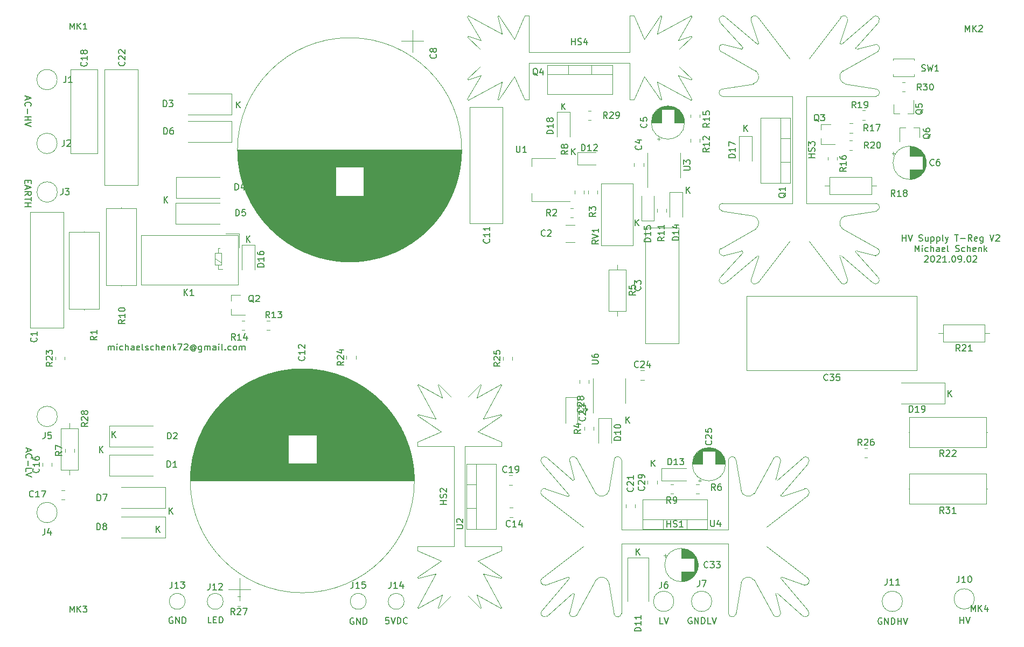
<source format=gbr>
G04 #@! TF.GenerationSoftware,KiCad,Pcbnew,(5.1.10-1-10_14)*
G04 #@! TF.CreationDate,2021-09-02T12:47:46+02:00*
G04 #@! TF.ProjectId,hv-power-supply-t-reg-v2,68762d70-6f77-4657-922d-737570706c79,V2*
G04 #@! TF.SameCoordinates,Original*
G04 #@! TF.FileFunction,Legend,Top*
G04 #@! TF.FilePolarity,Positive*
%FSLAX46Y46*%
G04 Gerber Fmt 4.6, Leading zero omitted, Abs format (unit mm)*
G04 Created by KiCad (PCBNEW (5.1.10-1-10_14)) date 2021-09-02 12:47:46*
%MOMM*%
%LPD*%
G01*
G04 APERTURE LIST*
%ADD10C,0.150000*%
%ADD11C,0.120000*%
G04 APERTURE END LIST*
D10*
X151820595Y-80652880D02*
X151820595Y-79652880D01*
X152392023Y-80652880D02*
X151963452Y-80081452D01*
X152392023Y-79652880D02*
X151820595Y-80224309D01*
X159885095Y-75509380D02*
X159885095Y-74509380D01*
X160456523Y-75509380D02*
X160027952Y-74937952D01*
X160456523Y-74509380D02*
X159885095Y-75080809D01*
X144208500Y-109434380D02*
X144113261Y-109482000D01*
X144065642Y-109577238D01*
X144113261Y-109672476D01*
X144208500Y-109720095D01*
X144303738Y-109672476D01*
X144351357Y-109577238D01*
X144303738Y-109482000D01*
X144208500Y-109434380D01*
X78605095Y-125991880D02*
X78605095Y-124991880D01*
X79176523Y-125991880D02*
X78747952Y-125420452D01*
X79176523Y-124991880D02*
X78605095Y-125563309D01*
X67619595Y-116339880D02*
X67619595Y-115339880D01*
X68191023Y-116339880D02*
X67762452Y-115768452D01*
X68191023Y-115339880D02*
X67619595Y-115911309D01*
X201033095Y-107513380D02*
X201033095Y-106513380D01*
X201604523Y-107513380D02*
X201175952Y-106941952D01*
X201604523Y-106513380D02*
X201033095Y-107084809D01*
X168902095Y-65793880D02*
X168902095Y-64793880D01*
X169473523Y-65793880D02*
X169044952Y-65222452D01*
X169473523Y-64793880D02*
X168902095Y-65365309D01*
X140263595Y-62364880D02*
X140263595Y-61364880D01*
X140835023Y-62364880D02*
X140406452Y-61793452D01*
X140835023Y-61364880D02*
X140263595Y-61936309D01*
X141851095Y-69476880D02*
X141851095Y-68476880D01*
X142422523Y-69476880D02*
X141993952Y-68905452D01*
X142422523Y-68476880D02*
X141851095Y-69048309D01*
X150360095Y-111704380D02*
X150360095Y-110704380D01*
X150931523Y-111704380D02*
X150502952Y-111132952D01*
X150931523Y-110704380D02*
X150360095Y-111275809D01*
X193802952Y-83066880D02*
X193802952Y-82066880D01*
X193802952Y-82543071D02*
X194374380Y-82543071D01*
X194374380Y-83066880D02*
X194374380Y-82066880D01*
X194707714Y-82066880D02*
X195041047Y-83066880D01*
X195374380Y-82066880D01*
X196422000Y-83019261D02*
X196564857Y-83066880D01*
X196802952Y-83066880D01*
X196898190Y-83019261D01*
X196945809Y-82971642D01*
X196993428Y-82876404D01*
X196993428Y-82781166D01*
X196945809Y-82685928D01*
X196898190Y-82638309D01*
X196802952Y-82590690D01*
X196612476Y-82543071D01*
X196517238Y-82495452D01*
X196469619Y-82447833D01*
X196422000Y-82352595D01*
X196422000Y-82257357D01*
X196469619Y-82162119D01*
X196517238Y-82114500D01*
X196612476Y-82066880D01*
X196850571Y-82066880D01*
X196993428Y-82114500D01*
X197850571Y-82400214D02*
X197850571Y-83066880D01*
X197422000Y-82400214D02*
X197422000Y-82924023D01*
X197469619Y-83019261D01*
X197564857Y-83066880D01*
X197707714Y-83066880D01*
X197802952Y-83019261D01*
X197850571Y-82971642D01*
X198326761Y-82400214D02*
X198326761Y-83400214D01*
X198326761Y-82447833D02*
X198422000Y-82400214D01*
X198612476Y-82400214D01*
X198707714Y-82447833D01*
X198755333Y-82495452D01*
X198802952Y-82590690D01*
X198802952Y-82876404D01*
X198755333Y-82971642D01*
X198707714Y-83019261D01*
X198612476Y-83066880D01*
X198422000Y-83066880D01*
X198326761Y-83019261D01*
X199231523Y-82400214D02*
X199231523Y-83400214D01*
X199231523Y-82447833D02*
X199326761Y-82400214D01*
X199517238Y-82400214D01*
X199612476Y-82447833D01*
X199660095Y-82495452D01*
X199707714Y-82590690D01*
X199707714Y-82876404D01*
X199660095Y-82971642D01*
X199612476Y-83019261D01*
X199517238Y-83066880D01*
X199326761Y-83066880D01*
X199231523Y-83019261D01*
X200279142Y-83066880D02*
X200183904Y-83019261D01*
X200136285Y-82924023D01*
X200136285Y-82066880D01*
X200564857Y-82400214D02*
X200802952Y-83066880D01*
X201041047Y-82400214D02*
X200802952Y-83066880D01*
X200707714Y-83304976D01*
X200660095Y-83352595D01*
X200564857Y-83400214D01*
X202041047Y-82066880D02*
X202612476Y-82066880D01*
X202326761Y-83066880D02*
X202326761Y-82066880D01*
X202945809Y-82685928D02*
X203707714Y-82685928D01*
X204755333Y-83066880D02*
X204422000Y-82590690D01*
X204183904Y-83066880D02*
X204183904Y-82066880D01*
X204564857Y-82066880D01*
X204660095Y-82114500D01*
X204707714Y-82162119D01*
X204755333Y-82257357D01*
X204755333Y-82400214D01*
X204707714Y-82495452D01*
X204660095Y-82543071D01*
X204564857Y-82590690D01*
X204183904Y-82590690D01*
X205564857Y-83019261D02*
X205469619Y-83066880D01*
X205279142Y-83066880D01*
X205183904Y-83019261D01*
X205136285Y-82924023D01*
X205136285Y-82543071D01*
X205183904Y-82447833D01*
X205279142Y-82400214D01*
X205469619Y-82400214D01*
X205564857Y-82447833D01*
X205612476Y-82543071D01*
X205612476Y-82638309D01*
X205136285Y-82733547D01*
X206469619Y-82400214D02*
X206469619Y-83209738D01*
X206422000Y-83304976D01*
X206374380Y-83352595D01*
X206279142Y-83400214D01*
X206136285Y-83400214D01*
X206041047Y-83352595D01*
X206469619Y-83019261D02*
X206374380Y-83066880D01*
X206183904Y-83066880D01*
X206088666Y-83019261D01*
X206041047Y-82971642D01*
X205993428Y-82876404D01*
X205993428Y-82590690D01*
X206041047Y-82495452D01*
X206088666Y-82447833D01*
X206183904Y-82400214D01*
X206374380Y-82400214D01*
X206469619Y-82447833D01*
X207564857Y-82066880D02*
X207898190Y-83066880D01*
X208231523Y-82066880D01*
X208517238Y-82162119D02*
X208564857Y-82114500D01*
X208660095Y-82066880D01*
X208898190Y-82066880D01*
X208993428Y-82114500D01*
X209041047Y-82162119D01*
X209088666Y-82257357D01*
X209088666Y-82352595D01*
X209041047Y-82495452D01*
X208469619Y-83066880D01*
X209088666Y-83066880D01*
X195802952Y-84716880D02*
X195802952Y-83716880D01*
X196136285Y-84431166D01*
X196469619Y-83716880D01*
X196469619Y-84716880D01*
X196945809Y-84716880D02*
X196945809Y-84050214D01*
X196945809Y-83716880D02*
X196898190Y-83764500D01*
X196945809Y-83812119D01*
X196993428Y-83764500D01*
X196945809Y-83716880D01*
X196945809Y-83812119D01*
X197850571Y-84669261D02*
X197755333Y-84716880D01*
X197564857Y-84716880D01*
X197469619Y-84669261D01*
X197422000Y-84621642D01*
X197374380Y-84526404D01*
X197374380Y-84240690D01*
X197422000Y-84145452D01*
X197469619Y-84097833D01*
X197564857Y-84050214D01*
X197755333Y-84050214D01*
X197850571Y-84097833D01*
X198279142Y-84716880D02*
X198279142Y-83716880D01*
X198707714Y-84716880D02*
X198707714Y-84193071D01*
X198660095Y-84097833D01*
X198564857Y-84050214D01*
X198422000Y-84050214D01*
X198326761Y-84097833D01*
X198279142Y-84145452D01*
X199612476Y-84716880D02*
X199612476Y-84193071D01*
X199564857Y-84097833D01*
X199469619Y-84050214D01*
X199279142Y-84050214D01*
X199183904Y-84097833D01*
X199612476Y-84669261D02*
X199517238Y-84716880D01*
X199279142Y-84716880D01*
X199183904Y-84669261D01*
X199136285Y-84574023D01*
X199136285Y-84478785D01*
X199183904Y-84383547D01*
X199279142Y-84335928D01*
X199517238Y-84335928D01*
X199612476Y-84288309D01*
X200469619Y-84669261D02*
X200374380Y-84716880D01*
X200183904Y-84716880D01*
X200088666Y-84669261D01*
X200041047Y-84574023D01*
X200041047Y-84193071D01*
X200088666Y-84097833D01*
X200183904Y-84050214D01*
X200374380Y-84050214D01*
X200469619Y-84097833D01*
X200517238Y-84193071D01*
X200517238Y-84288309D01*
X200041047Y-84383547D01*
X201088666Y-84716880D02*
X200993428Y-84669261D01*
X200945809Y-84574023D01*
X200945809Y-83716880D01*
X202183904Y-84669261D02*
X202326761Y-84716880D01*
X202564857Y-84716880D01*
X202660095Y-84669261D01*
X202707714Y-84621642D01*
X202755333Y-84526404D01*
X202755333Y-84431166D01*
X202707714Y-84335928D01*
X202660095Y-84288309D01*
X202564857Y-84240690D01*
X202374380Y-84193071D01*
X202279142Y-84145452D01*
X202231523Y-84097833D01*
X202183904Y-84002595D01*
X202183904Y-83907357D01*
X202231523Y-83812119D01*
X202279142Y-83764500D01*
X202374380Y-83716880D01*
X202612476Y-83716880D01*
X202755333Y-83764500D01*
X203612476Y-84669261D02*
X203517238Y-84716880D01*
X203326761Y-84716880D01*
X203231523Y-84669261D01*
X203183904Y-84621642D01*
X203136285Y-84526404D01*
X203136285Y-84240690D01*
X203183904Y-84145452D01*
X203231523Y-84097833D01*
X203326761Y-84050214D01*
X203517238Y-84050214D01*
X203612476Y-84097833D01*
X204041047Y-84716880D02*
X204041047Y-83716880D01*
X204469619Y-84716880D02*
X204469619Y-84193071D01*
X204422000Y-84097833D01*
X204326761Y-84050214D01*
X204183904Y-84050214D01*
X204088666Y-84097833D01*
X204041047Y-84145452D01*
X205326761Y-84669261D02*
X205231523Y-84716880D01*
X205041047Y-84716880D01*
X204945809Y-84669261D01*
X204898190Y-84574023D01*
X204898190Y-84193071D01*
X204945809Y-84097833D01*
X205041047Y-84050214D01*
X205231523Y-84050214D01*
X205326761Y-84097833D01*
X205374380Y-84193071D01*
X205374380Y-84288309D01*
X204898190Y-84383547D01*
X205802952Y-84050214D02*
X205802952Y-84716880D01*
X205802952Y-84145452D02*
X205850571Y-84097833D01*
X205945809Y-84050214D01*
X206088666Y-84050214D01*
X206183904Y-84097833D01*
X206231523Y-84193071D01*
X206231523Y-84716880D01*
X206707714Y-84716880D02*
X206707714Y-83716880D01*
X206802952Y-84335928D02*
X207088666Y-84716880D01*
X207088666Y-84050214D02*
X206707714Y-84431166D01*
X197326761Y-85462119D02*
X197374380Y-85414500D01*
X197469619Y-85366880D01*
X197707714Y-85366880D01*
X197802952Y-85414500D01*
X197850571Y-85462119D01*
X197898190Y-85557357D01*
X197898190Y-85652595D01*
X197850571Y-85795452D01*
X197279142Y-86366880D01*
X197898190Y-86366880D01*
X198517238Y-85366880D02*
X198612476Y-85366880D01*
X198707714Y-85414500D01*
X198755333Y-85462119D01*
X198802952Y-85557357D01*
X198850571Y-85747833D01*
X198850571Y-85985928D01*
X198802952Y-86176404D01*
X198755333Y-86271642D01*
X198707714Y-86319261D01*
X198612476Y-86366880D01*
X198517238Y-86366880D01*
X198422000Y-86319261D01*
X198374380Y-86271642D01*
X198326761Y-86176404D01*
X198279142Y-85985928D01*
X198279142Y-85747833D01*
X198326761Y-85557357D01*
X198374380Y-85462119D01*
X198422000Y-85414500D01*
X198517238Y-85366880D01*
X199231523Y-85462119D02*
X199279142Y-85414500D01*
X199374380Y-85366880D01*
X199612476Y-85366880D01*
X199707714Y-85414500D01*
X199755333Y-85462119D01*
X199802952Y-85557357D01*
X199802952Y-85652595D01*
X199755333Y-85795452D01*
X199183904Y-86366880D01*
X199802952Y-86366880D01*
X200755333Y-86366880D02*
X200183904Y-86366880D01*
X200469619Y-86366880D02*
X200469619Y-85366880D01*
X200374380Y-85509738D01*
X200279142Y-85604976D01*
X200183904Y-85652595D01*
X201183904Y-86271642D02*
X201231523Y-86319261D01*
X201183904Y-86366880D01*
X201136285Y-86319261D01*
X201183904Y-86271642D01*
X201183904Y-86366880D01*
X201850571Y-85366880D02*
X201945809Y-85366880D01*
X202041047Y-85414500D01*
X202088666Y-85462119D01*
X202136285Y-85557357D01*
X202183904Y-85747833D01*
X202183904Y-85985928D01*
X202136285Y-86176404D01*
X202088666Y-86271642D01*
X202041047Y-86319261D01*
X201945809Y-86366880D01*
X201850571Y-86366880D01*
X201755333Y-86319261D01*
X201707714Y-86271642D01*
X201660095Y-86176404D01*
X201612476Y-85985928D01*
X201612476Y-85747833D01*
X201660095Y-85557357D01*
X201707714Y-85462119D01*
X201755333Y-85414500D01*
X201850571Y-85366880D01*
X202660095Y-86366880D02*
X202850571Y-86366880D01*
X202945809Y-86319261D01*
X202993428Y-86271642D01*
X203088666Y-86128785D01*
X203136285Y-85938309D01*
X203136285Y-85557357D01*
X203088666Y-85462119D01*
X203041047Y-85414500D01*
X202945809Y-85366880D01*
X202755333Y-85366880D01*
X202660095Y-85414500D01*
X202612476Y-85462119D01*
X202564857Y-85557357D01*
X202564857Y-85795452D01*
X202612476Y-85890690D01*
X202660095Y-85938309D01*
X202755333Y-85985928D01*
X202945809Y-85985928D01*
X203041047Y-85938309D01*
X203088666Y-85890690D01*
X203136285Y-85795452D01*
X203564857Y-86271642D02*
X203612476Y-86319261D01*
X203564857Y-86366880D01*
X203517238Y-86319261D01*
X203564857Y-86271642D01*
X203564857Y-86366880D01*
X204231523Y-85366880D02*
X204326761Y-85366880D01*
X204422000Y-85414500D01*
X204469619Y-85462119D01*
X204517238Y-85557357D01*
X204564857Y-85747833D01*
X204564857Y-85985928D01*
X204517238Y-86176404D01*
X204469619Y-86271642D01*
X204422000Y-86319261D01*
X204326761Y-86366880D01*
X204231523Y-86366880D01*
X204136285Y-86319261D01*
X204088666Y-86271642D01*
X204041047Y-86176404D01*
X203993428Y-85985928D01*
X203993428Y-85747833D01*
X204041047Y-85557357D01*
X204088666Y-85462119D01*
X204136285Y-85414500D01*
X204231523Y-85366880D01*
X204945809Y-85462119D02*
X204993428Y-85414500D01*
X205088666Y-85366880D01*
X205326761Y-85366880D01*
X205422000Y-85414500D01*
X205469619Y-85462119D01*
X205517238Y-85557357D01*
X205517238Y-85652595D01*
X205469619Y-85795452D01*
X204898190Y-86366880D01*
X205517238Y-86366880D01*
X90733595Y-83256380D02*
X90733595Y-82256380D01*
X91305023Y-83256380D02*
X90876452Y-82684952D01*
X91305023Y-82256380D02*
X90733595Y-82827809D01*
X89146095Y-62110880D02*
X89146095Y-61110880D01*
X89717523Y-62110880D02*
X89288952Y-61539452D01*
X89717523Y-61110880D02*
X89146095Y-61682309D01*
X77779595Y-77033380D02*
X77779595Y-76033380D01*
X78351023Y-77033380D02*
X77922452Y-76461952D01*
X78351023Y-76033380D02*
X77779595Y-76604809D01*
X154360595Y-118498880D02*
X154360595Y-117498880D01*
X154932023Y-118498880D02*
X154503452Y-117927452D01*
X154932023Y-117498880D02*
X154360595Y-118070309D01*
X152011095Y-132405380D02*
X152011095Y-131405380D01*
X152582523Y-132405380D02*
X152153952Y-131833952D01*
X152582523Y-131405380D02*
X152011095Y-131976809D01*
X76573095Y-128849380D02*
X76573095Y-127849380D01*
X77144523Y-128849380D02*
X76715952Y-128277952D01*
X77144523Y-127849380D02*
X76573095Y-128420809D01*
X69588095Y-113990380D02*
X69588095Y-112990380D01*
X70159523Y-113990380D02*
X69730952Y-113418952D01*
X70159523Y-112990380D02*
X69588095Y-113561809D01*
X202866714Y-143200380D02*
X202866714Y-142200380D01*
X202866714Y-142676571D02*
X203438142Y-142676571D01*
X203438142Y-143200380D02*
X203438142Y-142200380D01*
X203771476Y-142200380D02*
X204104809Y-143200380D01*
X204438142Y-142200380D01*
X190563714Y-142375000D02*
X190468476Y-142327380D01*
X190325619Y-142327380D01*
X190182761Y-142375000D01*
X190087523Y-142470238D01*
X190039904Y-142565476D01*
X189992285Y-142755952D01*
X189992285Y-142898809D01*
X190039904Y-143089285D01*
X190087523Y-143184523D01*
X190182761Y-143279761D01*
X190325619Y-143327380D01*
X190420857Y-143327380D01*
X190563714Y-143279761D01*
X190611333Y-143232142D01*
X190611333Y-142898809D01*
X190420857Y-142898809D01*
X191039904Y-143327380D02*
X191039904Y-142327380D01*
X191611333Y-143327380D01*
X191611333Y-142327380D01*
X192087523Y-143327380D02*
X192087523Y-142327380D01*
X192325619Y-142327380D01*
X192468476Y-142375000D01*
X192563714Y-142470238D01*
X192611333Y-142565476D01*
X192658952Y-142755952D01*
X192658952Y-142898809D01*
X192611333Y-143089285D01*
X192563714Y-143184523D01*
X192468476Y-143279761D01*
X192325619Y-143327380D01*
X192087523Y-143327380D01*
X193087523Y-143327380D02*
X193087523Y-142327380D01*
X193087523Y-142803571D02*
X193658952Y-142803571D01*
X193658952Y-143327380D02*
X193658952Y-142327380D01*
X193992285Y-142327380D02*
X194325619Y-143327380D01*
X194658952Y-142327380D01*
X160710761Y-142311500D02*
X160615523Y-142263880D01*
X160472666Y-142263880D01*
X160329809Y-142311500D01*
X160234571Y-142406738D01*
X160186952Y-142501976D01*
X160139333Y-142692452D01*
X160139333Y-142835309D01*
X160186952Y-143025785D01*
X160234571Y-143121023D01*
X160329809Y-143216261D01*
X160472666Y-143263880D01*
X160567904Y-143263880D01*
X160710761Y-143216261D01*
X160758380Y-143168642D01*
X160758380Y-142835309D01*
X160567904Y-142835309D01*
X161186952Y-143263880D02*
X161186952Y-142263880D01*
X161758380Y-143263880D01*
X161758380Y-142263880D01*
X162234571Y-143263880D02*
X162234571Y-142263880D01*
X162472666Y-142263880D01*
X162615523Y-142311500D01*
X162710761Y-142406738D01*
X162758380Y-142501976D01*
X162806000Y-142692452D01*
X162806000Y-142835309D01*
X162758380Y-143025785D01*
X162710761Y-143121023D01*
X162615523Y-143216261D01*
X162472666Y-143263880D01*
X162234571Y-143263880D01*
X163710761Y-143263880D02*
X163234571Y-143263880D01*
X163234571Y-142263880D01*
X163901238Y-142263880D02*
X164234571Y-143263880D01*
X164567904Y-142263880D01*
X156217952Y-143263880D02*
X155741761Y-143263880D01*
X155741761Y-142263880D01*
X156408428Y-142263880D02*
X156741761Y-143263880D01*
X157075095Y-142263880D01*
X79121095Y-142248000D02*
X79025857Y-142200380D01*
X78883000Y-142200380D01*
X78740142Y-142248000D01*
X78644904Y-142343238D01*
X78597285Y-142438476D01*
X78549666Y-142628952D01*
X78549666Y-142771809D01*
X78597285Y-142962285D01*
X78644904Y-143057523D01*
X78740142Y-143152761D01*
X78883000Y-143200380D01*
X78978238Y-143200380D01*
X79121095Y-143152761D01*
X79168714Y-143105142D01*
X79168714Y-142771809D01*
X78978238Y-142771809D01*
X79597285Y-143200380D02*
X79597285Y-142200380D01*
X80168714Y-143200380D01*
X80168714Y-142200380D01*
X80644904Y-143200380D02*
X80644904Y-142200380D01*
X80883000Y-142200380D01*
X81025857Y-142248000D01*
X81121095Y-142343238D01*
X81168714Y-142438476D01*
X81216333Y-142628952D01*
X81216333Y-142771809D01*
X81168714Y-142962285D01*
X81121095Y-143057523D01*
X81025857Y-143152761D01*
X80883000Y-143200380D01*
X80644904Y-143200380D01*
X85209142Y-143136880D02*
X84732952Y-143136880D01*
X84732952Y-142136880D01*
X85542476Y-142613071D02*
X85875809Y-142613071D01*
X86018666Y-143136880D02*
X85542476Y-143136880D01*
X85542476Y-142136880D01*
X86018666Y-142136880D01*
X86447238Y-143136880D02*
X86447238Y-142136880D01*
X86685333Y-142136880D01*
X86828190Y-142184500D01*
X86923428Y-142279738D01*
X86971047Y-142374976D01*
X87018666Y-142565452D01*
X87018666Y-142708309D01*
X86971047Y-142898785D01*
X86923428Y-142994023D01*
X86828190Y-143089261D01*
X86685333Y-143136880D01*
X86447238Y-143136880D01*
X107569095Y-142375000D02*
X107473857Y-142327380D01*
X107331000Y-142327380D01*
X107188142Y-142375000D01*
X107092904Y-142470238D01*
X107045285Y-142565476D01*
X106997666Y-142755952D01*
X106997666Y-142898809D01*
X107045285Y-143089285D01*
X107092904Y-143184523D01*
X107188142Y-143279761D01*
X107331000Y-143327380D01*
X107426238Y-143327380D01*
X107569095Y-143279761D01*
X107616714Y-143232142D01*
X107616714Y-142898809D01*
X107426238Y-142898809D01*
X108045285Y-143327380D02*
X108045285Y-142327380D01*
X108616714Y-143327380D01*
X108616714Y-142327380D01*
X109092904Y-143327380D02*
X109092904Y-142327380D01*
X109331000Y-142327380D01*
X109473857Y-142375000D01*
X109569095Y-142470238D01*
X109616714Y-142565476D01*
X109664333Y-142755952D01*
X109664333Y-142898809D01*
X109616714Y-143089285D01*
X109569095Y-143184523D01*
X109473857Y-143279761D01*
X109331000Y-143327380D01*
X109092904Y-143327380D01*
X113109523Y-142263880D02*
X112633333Y-142263880D01*
X112585714Y-142740071D01*
X112633333Y-142692452D01*
X112728571Y-142644833D01*
X112966666Y-142644833D01*
X113061904Y-142692452D01*
X113109523Y-142740071D01*
X113157142Y-142835309D01*
X113157142Y-143073404D01*
X113109523Y-143168642D01*
X113061904Y-143216261D01*
X112966666Y-143263880D01*
X112728571Y-143263880D01*
X112633333Y-143216261D01*
X112585714Y-143168642D01*
X113442857Y-142263880D02*
X113776190Y-143263880D01*
X114109523Y-142263880D01*
X114442857Y-143263880D02*
X114442857Y-142263880D01*
X114680952Y-142263880D01*
X114823809Y-142311500D01*
X114919047Y-142406738D01*
X114966666Y-142501976D01*
X115014285Y-142692452D01*
X115014285Y-142835309D01*
X114966666Y-143025785D01*
X114919047Y-143121023D01*
X114823809Y-143216261D01*
X114680952Y-143263880D01*
X114442857Y-143263880D01*
X116014285Y-143168642D02*
X115966666Y-143216261D01*
X115823809Y-143263880D01*
X115728571Y-143263880D01*
X115585714Y-143216261D01*
X115490476Y-143121023D01*
X115442857Y-143025785D01*
X115395238Y-142835309D01*
X115395238Y-142692452D01*
X115442857Y-142501976D01*
X115490476Y-142406738D01*
X115585714Y-142311500D01*
X115728571Y-142263880D01*
X115823809Y-142263880D01*
X115966666Y-142311500D01*
X116014285Y-142359119D01*
X56310333Y-115688523D02*
X56310333Y-116164714D01*
X56024619Y-115593285D02*
X57024619Y-115926619D01*
X56024619Y-116259952D01*
X56119857Y-117164714D02*
X56072238Y-117117095D01*
X56024619Y-116974238D01*
X56024619Y-116879000D01*
X56072238Y-116736142D01*
X56167476Y-116640904D01*
X56262714Y-116593285D01*
X56453190Y-116545666D01*
X56596047Y-116545666D01*
X56786523Y-116593285D01*
X56881761Y-116640904D01*
X56977000Y-116736142D01*
X57024619Y-116879000D01*
X57024619Y-116974238D01*
X56977000Y-117117095D01*
X56929380Y-117164714D01*
X56405571Y-117593285D02*
X56405571Y-118355190D01*
X56024619Y-119307571D02*
X56024619Y-118831380D01*
X57024619Y-118831380D01*
X57024619Y-119498047D02*
X56024619Y-119831380D01*
X57024619Y-120164714D01*
X56421428Y-73540380D02*
X56421428Y-73873714D01*
X55897619Y-74016571D02*
X55897619Y-73540380D01*
X56897619Y-73540380D01*
X56897619Y-74016571D01*
X56183333Y-74397523D02*
X56183333Y-74873714D01*
X55897619Y-74302285D02*
X56897619Y-74635619D01*
X55897619Y-74968952D01*
X55897619Y-75873714D02*
X56373809Y-75540380D01*
X55897619Y-75302285D02*
X56897619Y-75302285D01*
X56897619Y-75683238D01*
X56850000Y-75778476D01*
X56802380Y-75826095D01*
X56707142Y-75873714D01*
X56564285Y-75873714D01*
X56469047Y-75826095D01*
X56421428Y-75778476D01*
X56373809Y-75683238D01*
X56373809Y-75302285D01*
X56897619Y-76159428D02*
X56897619Y-76730857D01*
X55897619Y-76445142D02*
X56897619Y-76445142D01*
X55897619Y-77064190D02*
X56897619Y-77064190D01*
X56421428Y-77064190D02*
X56421428Y-77635619D01*
X55897619Y-77635619D02*
X56897619Y-77635619D01*
X56183333Y-60324476D02*
X56183333Y-60800666D01*
X55897619Y-60229238D02*
X56897619Y-60562571D01*
X55897619Y-60895904D01*
X55992857Y-61800666D02*
X55945238Y-61753047D01*
X55897619Y-61610190D01*
X55897619Y-61514952D01*
X55945238Y-61372095D01*
X56040476Y-61276857D01*
X56135714Y-61229238D01*
X56326190Y-61181619D01*
X56469047Y-61181619D01*
X56659523Y-61229238D01*
X56754761Y-61276857D01*
X56850000Y-61372095D01*
X56897619Y-61514952D01*
X56897619Y-61610190D01*
X56850000Y-61753047D01*
X56802380Y-61800666D01*
X56278571Y-62229238D02*
X56278571Y-62991142D01*
X55897619Y-63467333D02*
X56897619Y-63467333D01*
X56421428Y-63467333D02*
X56421428Y-64038761D01*
X55897619Y-64038761D02*
X56897619Y-64038761D01*
X56897619Y-64372095D02*
X55897619Y-64705428D01*
X56897619Y-65038761D01*
X69041714Y-100210880D02*
X69041714Y-99544214D01*
X69041714Y-99639452D02*
X69089333Y-99591833D01*
X69184571Y-99544214D01*
X69327428Y-99544214D01*
X69422666Y-99591833D01*
X69470285Y-99687071D01*
X69470285Y-100210880D01*
X69470285Y-99687071D02*
X69517904Y-99591833D01*
X69613142Y-99544214D01*
X69756000Y-99544214D01*
X69851238Y-99591833D01*
X69898857Y-99687071D01*
X69898857Y-100210880D01*
X70375047Y-100210880D02*
X70375047Y-99544214D01*
X70375047Y-99210880D02*
X70327428Y-99258500D01*
X70375047Y-99306119D01*
X70422666Y-99258500D01*
X70375047Y-99210880D01*
X70375047Y-99306119D01*
X71279809Y-100163261D02*
X71184571Y-100210880D01*
X70994095Y-100210880D01*
X70898857Y-100163261D01*
X70851238Y-100115642D01*
X70803619Y-100020404D01*
X70803619Y-99734690D01*
X70851238Y-99639452D01*
X70898857Y-99591833D01*
X70994095Y-99544214D01*
X71184571Y-99544214D01*
X71279809Y-99591833D01*
X71708380Y-100210880D02*
X71708380Y-99210880D01*
X72136952Y-100210880D02*
X72136952Y-99687071D01*
X72089333Y-99591833D01*
X71994095Y-99544214D01*
X71851238Y-99544214D01*
X71756000Y-99591833D01*
X71708380Y-99639452D01*
X73041714Y-100210880D02*
X73041714Y-99687071D01*
X72994095Y-99591833D01*
X72898857Y-99544214D01*
X72708380Y-99544214D01*
X72613142Y-99591833D01*
X73041714Y-100163261D02*
X72946476Y-100210880D01*
X72708380Y-100210880D01*
X72613142Y-100163261D01*
X72565523Y-100068023D01*
X72565523Y-99972785D01*
X72613142Y-99877547D01*
X72708380Y-99829928D01*
X72946476Y-99829928D01*
X73041714Y-99782309D01*
X73898857Y-100163261D02*
X73803619Y-100210880D01*
X73613142Y-100210880D01*
X73517904Y-100163261D01*
X73470285Y-100068023D01*
X73470285Y-99687071D01*
X73517904Y-99591833D01*
X73613142Y-99544214D01*
X73803619Y-99544214D01*
X73898857Y-99591833D01*
X73946476Y-99687071D01*
X73946476Y-99782309D01*
X73470285Y-99877547D01*
X74517904Y-100210880D02*
X74422666Y-100163261D01*
X74375047Y-100068023D01*
X74375047Y-99210880D01*
X74851238Y-100163261D02*
X74946476Y-100210880D01*
X75136952Y-100210880D01*
X75232190Y-100163261D01*
X75279809Y-100068023D01*
X75279809Y-100020404D01*
X75232190Y-99925166D01*
X75136952Y-99877547D01*
X74994095Y-99877547D01*
X74898857Y-99829928D01*
X74851238Y-99734690D01*
X74851238Y-99687071D01*
X74898857Y-99591833D01*
X74994095Y-99544214D01*
X75136952Y-99544214D01*
X75232190Y-99591833D01*
X76136952Y-100163261D02*
X76041714Y-100210880D01*
X75851238Y-100210880D01*
X75756000Y-100163261D01*
X75708380Y-100115642D01*
X75660761Y-100020404D01*
X75660761Y-99734690D01*
X75708380Y-99639452D01*
X75756000Y-99591833D01*
X75851238Y-99544214D01*
X76041714Y-99544214D01*
X76136952Y-99591833D01*
X76565523Y-100210880D02*
X76565523Y-99210880D01*
X76994095Y-100210880D02*
X76994095Y-99687071D01*
X76946476Y-99591833D01*
X76851238Y-99544214D01*
X76708380Y-99544214D01*
X76613142Y-99591833D01*
X76565523Y-99639452D01*
X77851238Y-100163261D02*
X77756000Y-100210880D01*
X77565523Y-100210880D01*
X77470285Y-100163261D01*
X77422666Y-100068023D01*
X77422666Y-99687071D01*
X77470285Y-99591833D01*
X77565523Y-99544214D01*
X77756000Y-99544214D01*
X77851238Y-99591833D01*
X77898857Y-99687071D01*
X77898857Y-99782309D01*
X77422666Y-99877547D01*
X78327428Y-99544214D02*
X78327428Y-100210880D01*
X78327428Y-99639452D02*
X78375047Y-99591833D01*
X78470285Y-99544214D01*
X78613142Y-99544214D01*
X78708380Y-99591833D01*
X78756000Y-99687071D01*
X78756000Y-100210880D01*
X79232190Y-100210880D02*
X79232190Y-99210880D01*
X79327428Y-99829928D02*
X79613142Y-100210880D01*
X79613142Y-99544214D02*
X79232190Y-99925166D01*
X79946476Y-99210880D02*
X80613142Y-99210880D01*
X80184571Y-100210880D01*
X80946476Y-99306119D02*
X80994095Y-99258500D01*
X81089333Y-99210880D01*
X81327428Y-99210880D01*
X81422666Y-99258500D01*
X81470285Y-99306119D01*
X81517904Y-99401357D01*
X81517904Y-99496595D01*
X81470285Y-99639452D01*
X80898857Y-100210880D01*
X81517904Y-100210880D01*
X82565523Y-99734690D02*
X82517904Y-99687071D01*
X82422666Y-99639452D01*
X82327428Y-99639452D01*
X82232190Y-99687071D01*
X82184571Y-99734690D01*
X82136952Y-99829928D01*
X82136952Y-99925166D01*
X82184571Y-100020404D01*
X82232190Y-100068023D01*
X82327428Y-100115642D01*
X82422666Y-100115642D01*
X82517904Y-100068023D01*
X82565523Y-100020404D01*
X82565523Y-99639452D02*
X82565523Y-100020404D01*
X82613142Y-100068023D01*
X82660761Y-100068023D01*
X82756000Y-100020404D01*
X82803619Y-99925166D01*
X82803619Y-99687071D01*
X82708380Y-99544214D01*
X82565523Y-99448976D01*
X82375047Y-99401357D01*
X82184571Y-99448976D01*
X82041714Y-99544214D01*
X81946476Y-99687071D01*
X81898857Y-99877547D01*
X81946476Y-100068023D01*
X82041714Y-100210880D01*
X82184571Y-100306119D01*
X82375047Y-100353738D01*
X82565523Y-100306119D01*
X82708380Y-100210880D01*
X83660761Y-99544214D02*
X83660761Y-100353738D01*
X83613142Y-100448976D01*
X83565523Y-100496595D01*
X83470285Y-100544214D01*
X83327428Y-100544214D01*
X83232190Y-100496595D01*
X83660761Y-100163261D02*
X83565523Y-100210880D01*
X83375047Y-100210880D01*
X83279809Y-100163261D01*
X83232190Y-100115642D01*
X83184571Y-100020404D01*
X83184571Y-99734690D01*
X83232190Y-99639452D01*
X83279809Y-99591833D01*
X83375047Y-99544214D01*
X83565523Y-99544214D01*
X83660761Y-99591833D01*
X84136952Y-100210880D02*
X84136952Y-99544214D01*
X84136952Y-99639452D02*
X84184571Y-99591833D01*
X84279809Y-99544214D01*
X84422666Y-99544214D01*
X84517904Y-99591833D01*
X84565523Y-99687071D01*
X84565523Y-100210880D01*
X84565523Y-99687071D02*
X84613142Y-99591833D01*
X84708380Y-99544214D01*
X84851238Y-99544214D01*
X84946476Y-99591833D01*
X84994095Y-99687071D01*
X84994095Y-100210880D01*
X85898857Y-100210880D02*
X85898857Y-99687071D01*
X85851238Y-99591833D01*
X85756000Y-99544214D01*
X85565523Y-99544214D01*
X85470285Y-99591833D01*
X85898857Y-100163261D02*
X85803619Y-100210880D01*
X85565523Y-100210880D01*
X85470285Y-100163261D01*
X85422666Y-100068023D01*
X85422666Y-99972785D01*
X85470285Y-99877547D01*
X85565523Y-99829928D01*
X85803619Y-99829928D01*
X85898857Y-99782309D01*
X86375047Y-100210880D02*
X86375047Y-99544214D01*
X86375047Y-99210880D02*
X86327428Y-99258500D01*
X86375047Y-99306119D01*
X86422666Y-99258500D01*
X86375047Y-99210880D01*
X86375047Y-99306119D01*
X86994095Y-100210880D02*
X86898857Y-100163261D01*
X86851238Y-100068023D01*
X86851238Y-99210880D01*
X87375047Y-100115642D02*
X87422666Y-100163261D01*
X87375047Y-100210880D01*
X87327428Y-100163261D01*
X87375047Y-100115642D01*
X87375047Y-100210880D01*
X88279809Y-100163261D02*
X88184571Y-100210880D01*
X87994095Y-100210880D01*
X87898857Y-100163261D01*
X87851238Y-100115642D01*
X87803619Y-100020404D01*
X87803619Y-99734690D01*
X87851238Y-99639452D01*
X87898857Y-99591833D01*
X87994095Y-99544214D01*
X88184571Y-99544214D01*
X88279809Y-99591833D01*
X88851238Y-100210880D02*
X88756000Y-100163261D01*
X88708380Y-100115642D01*
X88660761Y-100020404D01*
X88660761Y-99734690D01*
X88708380Y-99639452D01*
X88756000Y-99591833D01*
X88851238Y-99544214D01*
X88994095Y-99544214D01*
X89089333Y-99591833D01*
X89136952Y-99639452D01*
X89184571Y-99734690D01*
X89184571Y-100020404D01*
X89136952Y-100115642D01*
X89089333Y-100163261D01*
X88994095Y-100210880D01*
X88851238Y-100210880D01*
X89613142Y-100210880D02*
X89613142Y-99544214D01*
X89613142Y-99639452D02*
X89660761Y-99591833D01*
X89756000Y-99544214D01*
X89898857Y-99544214D01*
X89994095Y-99591833D01*
X90041714Y-99687071D01*
X90041714Y-100210880D01*
X90041714Y-99687071D02*
X90089333Y-99591833D01*
X90184571Y-99544214D01*
X90327428Y-99544214D01*
X90422666Y-99591833D01*
X90470285Y-99687071D01*
X90470285Y-100210880D01*
D11*
X140860500Y-107583500D02*
X140860500Y-111668500D01*
X142730500Y-107583500D02*
X140860500Y-107583500D01*
X142730500Y-111668500D02*
X142730500Y-107583500D01*
X77973000Y-129729500D02*
X71073000Y-129729500D01*
X77973000Y-126429500D02*
X71073000Y-126429500D01*
X77973000Y-129729500D02*
X77973000Y-126429500D01*
X77973000Y-125094000D02*
X71073000Y-125094000D01*
X77973000Y-121794000D02*
X71073000Y-121794000D01*
X77973000Y-125094000D02*
X77973000Y-121794000D01*
X69173000Y-112078500D02*
X76073000Y-112078500D01*
X69173000Y-115378500D02*
X76073000Y-115378500D01*
X69173000Y-112078500D02*
X69173000Y-115378500D01*
X69173000Y-116650500D02*
X76073000Y-116650500D01*
X69173000Y-119950500D02*
X76073000Y-119950500D01*
X69173000Y-116650500D02*
X69173000Y-119950500D01*
X141525500Y-62709500D02*
X141525500Y-66609500D01*
X139525500Y-62709500D02*
X139525500Y-66609500D01*
X141525500Y-62709500D02*
X139525500Y-62709500D01*
X170164000Y-66557600D02*
X170164000Y-70457600D01*
X168164000Y-66557600D02*
X168164000Y-70457600D01*
X170164000Y-66557600D02*
X168164000Y-66557600D01*
X142758600Y-71013200D02*
X145618600Y-71013200D01*
X142758600Y-69093200D02*
X142758600Y-71013200D01*
X145618600Y-69093200D02*
X142758600Y-69093200D01*
X68436500Y-74264000D02*
X68436500Y-56024000D01*
X73676500Y-74264000D02*
X73676500Y-56024000D01*
X68436500Y-74264000D02*
X73676500Y-74264000D01*
X68436500Y-56024000D02*
X73676500Y-56024000D01*
X89574500Y-81902500D02*
X89574500Y-84102500D01*
X87474500Y-81902500D02*
X89574500Y-81902500D01*
X74174500Y-82102500D02*
X89374500Y-82102500D01*
X74174500Y-89902500D02*
X74174500Y-82102500D01*
X89374500Y-89902500D02*
X74174500Y-89902500D01*
X89374500Y-82102500D02*
X89374500Y-89902500D01*
X86804500Y-86448500D02*
X85788500Y-85813500D01*
X86574500Y-84202500D02*
X86296500Y-84202500D01*
X86296500Y-84202500D02*
X86296500Y-84924500D01*
X86931500Y-87464500D02*
X86296500Y-87464500D01*
X86296500Y-87464500D02*
X86296500Y-86829500D01*
X86804500Y-86829500D02*
X86804500Y-84924500D01*
X86804500Y-84924500D02*
X85788500Y-84924500D01*
X85788500Y-84924500D02*
X85788500Y-86829500D01*
X86804500Y-86829500D02*
X85788500Y-86829500D01*
X194797500Y-122047000D02*
X194907500Y-122047000D01*
X207157500Y-122047000D02*
X207047500Y-122047000D01*
X194907500Y-124417000D02*
X207047500Y-124417000D01*
X194907500Y-119677000D02*
X194907500Y-124417000D01*
X207047500Y-119677000D02*
X194907500Y-119677000D01*
X207047500Y-124417000D02*
X207047500Y-119677000D01*
X153399500Y-80916000D02*
X158639500Y-80916000D01*
X153399500Y-99156000D02*
X158639500Y-99156000D01*
X158639500Y-99156000D02*
X158639500Y-80916000D01*
X153399500Y-99156000D02*
X153399500Y-80916000D01*
X195628000Y-54353000D02*
X195628000Y-54653000D01*
X192328000Y-54353000D02*
X195628000Y-54353000D01*
X192328000Y-54653000D02*
X192328000Y-54353000D01*
X195628000Y-57153000D02*
X195628000Y-56853000D01*
X192328000Y-57153000D02*
X195628000Y-57153000D01*
X192328000Y-56853000D02*
X192328000Y-57153000D01*
X188944000Y-75728500D02*
X188944000Y-72988500D01*
X188944000Y-72988500D02*
X182404000Y-72988500D01*
X182404000Y-72988500D02*
X182404000Y-75728500D01*
X182404000Y-75728500D02*
X188944000Y-75728500D01*
X189714000Y-74358500D02*
X188944000Y-74358500D01*
X181634000Y-74358500D02*
X182404000Y-74358500D01*
X158897000Y-71118500D02*
X158897000Y-69168500D01*
X158897000Y-71118500D02*
X158897000Y-73068500D01*
X153777000Y-71118500D02*
X153777000Y-69168500D01*
X153777000Y-71118500D02*
X153777000Y-74568500D01*
X135529000Y-70010000D02*
X135529000Y-71270000D01*
X135529000Y-76830000D02*
X135529000Y-75570000D01*
X139289000Y-70010000D02*
X135529000Y-70010000D01*
X141539000Y-76830000D02*
X135529000Y-76830000D01*
X146441000Y-83752000D02*
X146441000Y-73982000D01*
X151511000Y-83752000D02*
X151511000Y-73982000D01*
X146441000Y-83752000D02*
X151511000Y-83752000D01*
X146441000Y-73982000D02*
X151511000Y-73982000D01*
X193812936Y-58066000D02*
X194267064Y-58066000D01*
X193812936Y-59536000D02*
X194267064Y-59536000D01*
X144889464Y-64031800D02*
X144435336Y-64031800D01*
X144889464Y-62561800D02*
X144435336Y-62561800D01*
X185948564Y-68743500D02*
X185494436Y-68743500D01*
X185948564Y-67273500D02*
X185494436Y-67273500D01*
X187980564Y-63981000D02*
X187526436Y-63981000D01*
X187980564Y-62511000D02*
X187526436Y-62511000D01*
X185526436Y-64543000D02*
X185980564Y-64543000D01*
X185526436Y-66013000D02*
X185980564Y-66013000D01*
X183551500Y-69829436D02*
X183551500Y-70283564D01*
X182081500Y-69829436D02*
X182081500Y-70283564D01*
X161961500Y-63129936D02*
X161961500Y-63584064D01*
X160491500Y-63129936D02*
X160491500Y-63584064D01*
X160491500Y-67473564D02*
X160491500Y-67019436D01*
X161961500Y-67473564D02*
X161961500Y-67019436D01*
X156754500Y-78020936D02*
X156754500Y-78475064D01*
X155284500Y-78020936D02*
X155284500Y-78475064D01*
X143800500Y-75131436D02*
X143800500Y-75585564D01*
X142330500Y-75131436D02*
X142330500Y-75585564D01*
X150404500Y-87535000D02*
X147664500Y-87535000D01*
X147664500Y-87535000D02*
X147664500Y-94075000D01*
X147664500Y-94075000D02*
X150404500Y-94075000D01*
X150404500Y-94075000D02*
X150404500Y-87535000D01*
X149034500Y-86765000D02*
X149034500Y-87535000D01*
X149034500Y-94845000D02*
X149034500Y-94075000D01*
X145896000Y-75131436D02*
X145896000Y-75585564D01*
X144426000Y-75131436D02*
X144426000Y-75585564D01*
X141647936Y-77878000D02*
X142102064Y-77878000D01*
X141647936Y-79348000D02*
X142102064Y-79348000D01*
X196527500Y-65232500D02*
X195597500Y-65232500D01*
X193367500Y-65232500D02*
X194297500Y-65232500D01*
X193367500Y-65232500D02*
X193367500Y-67392500D01*
X196527500Y-65232500D02*
X196527500Y-66692500D01*
X192410000Y-63006000D02*
X193340000Y-63006000D01*
X195570000Y-63006000D02*
X194640000Y-63006000D01*
X195570000Y-63006000D02*
X195570000Y-60846000D01*
X192410000Y-63006000D02*
X192410000Y-61546000D01*
X181056500Y-64653000D02*
X181056500Y-65583000D01*
X181056500Y-67813000D02*
X181056500Y-66883000D01*
X181056500Y-67813000D02*
X183216500Y-67813000D01*
X181056500Y-64653000D02*
X182516500Y-64653000D01*
X176180500Y-63650500D02*
X176180500Y-73890500D01*
X171539500Y-63650500D02*
X171539500Y-73890500D01*
X176180500Y-63650500D02*
X171539500Y-63650500D01*
X176180500Y-73890500D02*
X171539500Y-73890500D01*
X174670500Y-63650500D02*
X174670500Y-73890500D01*
X176180500Y-66920500D02*
X174670500Y-66920500D01*
X176180500Y-70621500D02*
X174670500Y-70621500D01*
X160685500Y-57499000D02*
X158725500Y-55609000D01*
X160595500Y-57649000D02*
X160685500Y-57499000D01*
X158545500Y-56969000D02*
X160595500Y-57649000D01*
X160695500Y-60739000D02*
X158545500Y-56969000D01*
X160575500Y-60859000D02*
X160695500Y-60739000D01*
X155275500Y-57979000D02*
X160575500Y-60859000D01*
X155935500Y-60779000D02*
X155275500Y-57979000D01*
X155755500Y-60839000D02*
X155935500Y-60779000D01*
X153255500Y-57119000D02*
X155755500Y-60839000D01*
X151635500Y-60829000D02*
X153245500Y-57119000D01*
X150965500Y-60829000D02*
X151635500Y-60829000D01*
X150965500Y-55079000D02*
X150965500Y-60829000D01*
X143065500Y-55079000D02*
X150965500Y-55079000D01*
X150965500Y-47629000D02*
X151635500Y-47629000D01*
X150965500Y-53379000D02*
X150965500Y-47629000D01*
X143065500Y-53379000D02*
X150965500Y-53379000D01*
X151635500Y-47629000D02*
X153245500Y-51339000D01*
X160595500Y-50809000D02*
X160685500Y-50959000D01*
X160575500Y-47599000D02*
X160695500Y-47719000D01*
X160695500Y-47719000D02*
X158545500Y-51489000D01*
X158545500Y-51489000D02*
X160595500Y-50809000D01*
X160685500Y-50959000D02*
X158725500Y-52849000D01*
X155275500Y-50479000D02*
X160575500Y-47599000D01*
X153255500Y-51339000D02*
X155755500Y-47619000D01*
X155755500Y-47619000D02*
X155935500Y-47679000D01*
X155935500Y-47679000D02*
X155275500Y-50479000D01*
X143065500Y-55079000D02*
X135165500Y-55079000D01*
X134495500Y-60829000D02*
X132885500Y-57119000D01*
X135165500Y-60829000D02*
X134495500Y-60829000D01*
X135165500Y-55079000D02*
X135165500Y-60829000D01*
X143065500Y-53379000D02*
X135165500Y-53379000D01*
X127585500Y-51489000D02*
X125535500Y-50809000D01*
X125555500Y-47599000D02*
X125435500Y-47719000D01*
X125535500Y-50809000D02*
X125445500Y-50959000D01*
X125435500Y-47719000D02*
X127585500Y-51489000D01*
X125445500Y-50959000D02*
X127405500Y-52849000D01*
X132875500Y-51339000D02*
X130375500Y-47619000D01*
X130195500Y-47679000D02*
X130855500Y-50479000D01*
X130375500Y-47619000D02*
X130195500Y-47679000D01*
X130855500Y-50479000D02*
X125555500Y-47599000D01*
X135165500Y-47629000D02*
X134495500Y-47629000D01*
X135165500Y-53379000D02*
X135165500Y-47629000D01*
X134495500Y-47629000D02*
X132885500Y-51339000D01*
X125555500Y-60859000D02*
X125435500Y-60739000D01*
X125445500Y-57499000D02*
X127405500Y-55609000D01*
X127585500Y-56969000D02*
X125535500Y-57649000D01*
X125535500Y-57649000D02*
X125445500Y-57499000D01*
X125435500Y-60739000D02*
X127585500Y-56969000D01*
X130855500Y-57979000D02*
X125555500Y-60859000D01*
X130195500Y-60779000D02*
X130855500Y-57979000D01*
X130375500Y-60839000D02*
X130195500Y-60779000D01*
X132875500Y-57119000D02*
X130375500Y-60839000D01*
X171079500Y-89597000D02*
X176089500Y-83087000D01*
X171239500Y-85517000D02*
X170019500Y-89077000D01*
X166039500Y-89597000D02*
X171019500Y-85347000D01*
X168709500Y-84817000D02*
X165119500Y-88847000D01*
X165569500Y-85317000D02*
X168559500Y-84567000D01*
X170809500Y-81137000D02*
X165239500Y-84227000D01*
X165449500Y-78287000D02*
X170409500Y-79097000D01*
X176499500Y-77107000D02*
X176499500Y-68707000D01*
X165539500Y-77117000D02*
X176499500Y-77107000D01*
X189769500Y-78287000D02*
X184809500Y-79097000D01*
X189679500Y-77117000D02*
X178719500Y-77107000D01*
X184409500Y-81137000D02*
X189979500Y-84227000D01*
X189649500Y-85317000D02*
X186659500Y-84567000D01*
X186509500Y-84817000D02*
X190099500Y-88847000D01*
X189179500Y-89597000D02*
X184199500Y-85347000D01*
X183979500Y-85517000D02*
X185199500Y-89077000D01*
X184139500Y-89597000D02*
X179129500Y-83087000D01*
X178719500Y-77107000D02*
X178719500Y-68707000D01*
X165539500Y-60297000D02*
X176499500Y-60307000D01*
X165449500Y-59127000D02*
X170409500Y-58317000D01*
X170809500Y-56277000D02*
X165239500Y-53187000D01*
X189679500Y-60297000D02*
X178719500Y-60307000D01*
X189769500Y-59127000D02*
X184809500Y-58317000D01*
X184409500Y-56277000D02*
X189979500Y-53187000D01*
X171239500Y-51897000D02*
X170019500Y-48337000D01*
X171079500Y-47817000D02*
X176089500Y-54327000D01*
X189649500Y-52097000D02*
X186659500Y-52847000D01*
X186509500Y-52597000D02*
X190099500Y-48567000D01*
X168709500Y-52597000D02*
X165119500Y-48567000D01*
X165569500Y-52097000D02*
X168559500Y-52847000D01*
X166039500Y-47817000D02*
X171019500Y-52067000D01*
X189179500Y-47817000D02*
X184199500Y-52067000D01*
X183979500Y-51897000D02*
X185199500Y-48337000D01*
X184139500Y-47817000D02*
X179129500Y-54327000D01*
X178719500Y-60307000D02*
X178719500Y-68707000D01*
X176499500Y-60307000D02*
X176499500Y-68707000D01*
X184138577Y-47824990D02*
G75*
G02*
X185199500Y-48347000I470923J-382010D01*
G01*
X184202344Y-52065995D02*
G75*
G02*
X183979500Y-51897000I-92844J108995D01*
G01*
X166039690Y-47823639D02*
G75*
G03*
X165139500Y-48587000I-440190J-393361D01*
G01*
X165579634Y-52099704D02*
G75*
G03*
X165249500Y-53197000I29866J-607296D01*
G01*
X168536294Y-52844261D02*
G75*
G03*
X168719500Y-52597000I73206J137261D01*
G01*
X189179495Y-47823432D02*
G75*
G02*
X190079500Y-48587000I440005J-393568D01*
G01*
X186682532Y-52844354D02*
G75*
G02*
X186499500Y-52597000I-73032J137354D01*
G01*
X189640214Y-52099746D02*
G75*
G02*
X189969500Y-53197000I-30714J-607254D01*
G01*
X171016654Y-52065994D02*
G75*
G03*
X171239500Y-51897000I92846J108994D01*
G01*
X171081042Y-47825754D02*
G75*
G03*
X170019500Y-48347000I-471542J-381246D01*
G01*
X184847923Y-58328275D02*
G75*
G02*
X184419500Y-56277000I291577J1131275D01*
G01*
X189747785Y-59128633D02*
G75*
G02*
X189649500Y-60297000I-118285J-578367D01*
G01*
X165471841Y-59128505D02*
G75*
G03*
X165569500Y-60297000I117659J-578495D01*
G01*
X170370162Y-58328511D02*
G75*
G03*
X170799500Y-56277000I-290662J1131511D01*
G01*
X189179310Y-89590361D02*
G75*
G03*
X190079500Y-88827000I440190J393361D01*
G01*
X189639366Y-85314296D02*
G75*
G03*
X189969500Y-84217000I-29866J607296D01*
G01*
X184137958Y-89588246D02*
G75*
G03*
X185199500Y-89067000I471542J381246D01*
G01*
X184202346Y-85348006D02*
G75*
G03*
X183979500Y-85517000I-92846J-108994D01*
G01*
X186682706Y-84569739D02*
G75*
G03*
X186499500Y-84817000I-73206J-137261D01*
G01*
X184848838Y-79085489D02*
G75*
G03*
X184419500Y-81137000I290662J-1131511D01*
G01*
X189747159Y-78285495D02*
G75*
G03*
X189649500Y-77117000I-117659J578495D01*
G01*
X171016656Y-85348005D02*
G75*
G02*
X171239500Y-85517000I92844J-108995D01*
G01*
X168536468Y-84569646D02*
G75*
G02*
X168719500Y-84817000I73032J-137354D01*
G01*
X171080423Y-89589010D02*
G75*
G02*
X170019500Y-89067000I-470923J382010D01*
G01*
X166039505Y-89590568D02*
G75*
G02*
X165139500Y-88827000I-440005J393568D01*
G01*
X165578786Y-85314254D02*
G75*
G02*
X165249500Y-84217000I30714J607254D01*
G01*
X165471215Y-78285367D02*
G75*
G02*
X165569500Y-77117000I118285J578367D01*
G01*
X170371077Y-79085725D02*
G75*
G02*
X170799500Y-81137000I-291577J-1131275D01*
G01*
X200528000Y-108647500D02*
X200528000Y-105347500D01*
X200528000Y-105347500D02*
X193628000Y-105347500D01*
X200528000Y-108647500D02*
X193628000Y-108647500D01*
X152797000Y-79848000D02*
X154797000Y-79848000D01*
X154797000Y-79848000D02*
X154797000Y-75948000D01*
X152797000Y-79848000D02*
X152797000Y-75948000D01*
X159242000Y-75346000D02*
X157242000Y-75346000D01*
X157242000Y-75346000D02*
X157242000Y-79246000D01*
X159242000Y-75346000D02*
X159242000Y-79246000D01*
X196112500Y-103406000D02*
X169372500Y-103406000D01*
X196112500Y-91666000D02*
X169372500Y-91666000D01*
X196112500Y-103406000D02*
X196112500Y-91666000D01*
X169372500Y-103406000D02*
X169372500Y-91666000D01*
X197581000Y-70739000D02*
G75*
G03*
X197581000Y-70739000I-2620000J0D01*
G01*
X194961000Y-71779000D02*
X194961000Y-73319000D01*
X194961000Y-68159000D02*
X194961000Y-69699000D01*
X195001000Y-71779000D02*
X195001000Y-73319000D01*
X195001000Y-68159000D02*
X195001000Y-69699000D01*
X195041000Y-68160000D02*
X195041000Y-69699000D01*
X195041000Y-71779000D02*
X195041000Y-73318000D01*
X195081000Y-68161000D02*
X195081000Y-69699000D01*
X195081000Y-71779000D02*
X195081000Y-73317000D01*
X195121000Y-68163000D02*
X195121000Y-69699000D01*
X195121000Y-71779000D02*
X195121000Y-73315000D01*
X195161000Y-68166000D02*
X195161000Y-69699000D01*
X195161000Y-71779000D02*
X195161000Y-73312000D01*
X195201000Y-68170000D02*
X195201000Y-69699000D01*
X195201000Y-71779000D02*
X195201000Y-73308000D01*
X195241000Y-68174000D02*
X195241000Y-69699000D01*
X195241000Y-71779000D02*
X195241000Y-73304000D01*
X195281000Y-68178000D02*
X195281000Y-69699000D01*
X195281000Y-71779000D02*
X195281000Y-73300000D01*
X195321000Y-68183000D02*
X195321000Y-69699000D01*
X195321000Y-71779000D02*
X195321000Y-73295000D01*
X195361000Y-68189000D02*
X195361000Y-69699000D01*
X195361000Y-71779000D02*
X195361000Y-73289000D01*
X195401000Y-68196000D02*
X195401000Y-69699000D01*
X195401000Y-71779000D02*
X195401000Y-73282000D01*
X195441000Y-68203000D02*
X195441000Y-69699000D01*
X195441000Y-71779000D02*
X195441000Y-73275000D01*
X195481000Y-68211000D02*
X195481000Y-69699000D01*
X195481000Y-71779000D02*
X195481000Y-73267000D01*
X195521000Y-68219000D02*
X195521000Y-69699000D01*
X195521000Y-71779000D02*
X195521000Y-73259000D01*
X195561000Y-68228000D02*
X195561000Y-69699000D01*
X195561000Y-71779000D02*
X195561000Y-73250000D01*
X195601000Y-68238000D02*
X195601000Y-69699000D01*
X195601000Y-71779000D02*
X195601000Y-73240000D01*
X195641000Y-68248000D02*
X195641000Y-69699000D01*
X195641000Y-71779000D02*
X195641000Y-73230000D01*
X195682000Y-68259000D02*
X195682000Y-69699000D01*
X195682000Y-71779000D02*
X195682000Y-73219000D01*
X195722000Y-68271000D02*
X195722000Y-69699000D01*
X195722000Y-71779000D02*
X195722000Y-73207000D01*
X195762000Y-68284000D02*
X195762000Y-69699000D01*
X195762000Y-71779000D02*
X195762000Y-73194000D01*
X195802000Y-68297000D02*
X195802000Y-69699000D01*
X195802000Y-71779000D02*
X195802000Y-73181000D01*
X195842000Y-68311000D02*
X195842000Y-69699000D01*
X195842000Y-71779000D02*
X195842000Y-73167000D01*
X195882000Y-68325000D02*
X195882000Y-69699000D01*
X195882000Y-71779000D02*
X195882000Y-73153000D01*
X195922000Y-68341000D02*
X195922000Y-69699000D01*
X195922000Y-71779000D02*
X195922000Y-73137000D01*
X195962000Y-68357000D02*
X195962000Y-69699000D01*
X195962000Y-71779000D02*
X195962000Y-73121000D01*
X196002000Y-68374000D02*
X196002000Y-69699000D01*
X196002000Y-71779000D02*
X196002000Y-73104000D01*
X196042000Y-68391000D02*
X196042000Y-69699000D01*
X196042000Y-71779000D02*
X196042000Y-73087000D01*
X196082000Y-68410000D02*
X196082000Y-69699000D01*
X196082000Y-71779000D02*
X196082000Y-73068000D01*
X196122000Y-68429000D02*
X196122000Y-69699000D01*
X196122000Y-71779000D02*
X196122000Y-73049000D01*
X196162000Y-68449000D02*
X196162000Y-69699000D01*
X196162000Y-71779000D02*
X196162000Y-73029000D01*
X196202000Y-68471000D02*
X196202000Y-69699000D01*
X196202000Y-71779000D02*
X196202000Y-73007000D01*
X196242000Y-68492000D02*
X196242000Y-69699000D01*
X196242000Y-71779000D02*
X196242000Y-72986000D01*
X196282000Y-68515000D02*
X196282000Y-69699000D01*
X196282000Y-71779000D02*
X196282000Y-72963000D01*
X196322000Y-68539000D02*
X196322000Y-69699000D01*
X196322000Y-71779000D02*
X196322000Y-72939000D01*
X196362000Y-68564000D02*
X196362000Y-69699000D01*
X196362000Y-71779000D02*
X196362000Y-72914000D01*
X196402000Y-68590000D02*
X196402000Y-69699000D01*
X196402000Y-71779000D02*
X196402000Y-72888000D01*
X196442000Y-68617000D02*
X196442000Y-69699000D01*
X196442000Y-71779000D02*
X196442000Y-72861000D01*
X196482000Y-68644000D02*
X196482000Y-69699000D01*
X196482000Y-71779000D02*
X196482000Y-72834000D01*
X196522000Y-68674000D02*
X196522000Y-69699000D01*
X196522000Y-71779000D02*
X196522000Y-72804000D01*
X196562000Y-68704000D02*
X196562000Y-69699000D01*
X196562000Y-71779000D02*
X196562000Y-72774000D01*
X196602000Y-68735000D02*
X196602000Y-69699000D01*
X196602000Y-71779000D02*
X196602000Y-72743000D01*
X196642000Y-68768000D02*
X196642000Y-69699000D01*
X196642000Y-71779000D02*
X196642000Y-72710000D01*
X196682000Y-68802000D02*
X196682000Y-69699000D01*
X196682000Y-71779000D02*
X196682000Y-72676000D01*
X196722000Y-68838000D02*
X196722000Y-69699000D01*
X196722000Y-71779000D02*
X196722000Y-72640000D01*
X196762000Y-68875000D02*
X196762000Y-69699000D01*
X196762000Y-71779000D02*
X196762000Y-72603000D01*
X196802000Y-68913000D02*
X196802000Y-69699000D01*
X196802000Y-71779000D02*
X196802000Y-72565000D01*
X196842000Y-68954000D02*
X196842000Y-69699000D01*
X196842000Y-71779000D02*
X196842000Y-72524000D01*
X196882000Y-68996000D02*
X196882000Y-69699000D01*
X196882000Y-71779000D02*
X196882000Y-72482000D01*
X196922000Y-69040000D02*
X196922000Y-69699000D01*
X196922000Y-71779000D02*
X196922000Y-72438000D01*
X196962000Y-69086000D02*
X196962000Y-69699000D01*
X196962000Y-71779000D02*
X196962000Y-72392000D01*
X197002000Y-69134000D02*
X197002000Y-72344000D01*
X197042000Y-69185000D02*
X197042000Y-72293000D01*
X197082000Y-69239000D02*
X197082000Y-72239000D01*
X197122000Y-69296000D02*
X197122000Y-72182000D01*
X197162000Y-69356000D02*
X197162000Y-72122000D01*
X197202000Y-69420000D02*
X197202000Y-72058000D01*
X197242000Y-69488000D02*
X197242000Y-71990000D01*
X197282000Y-69561000D02*
X197282000Y-71917000D01*
X197322000Y-69641000D02*
X197322000Y-71837000D01*
X197362000Y-69728000D02*
X197362000Y-71750000D01*
X197402000Y-69824000D02*
X197402000Y-71654000D01*
X197442000Y-69934000D02*
X197442000Y-71544000D01*
X197482000Y-70062000D02*
X197482000Y-71416000D01*
X197522000Y-70221000D02*
X197522000Y-71257000D01*
X197562000Y-70455000D02*
X197562000Y-71023000D01*
X192156225Y-69264000D02*
X192656225Y-69264000D01*
X192406225Y-69014000D02*
X192406225Y-69514000D01*
X159592000Y-64405000D02*
G75*
G03*
X159592000Y-64405000I-2620000J0D01*
G01*
X158012000Y-64405000D02*
X159552000Y-64405000D01*
X154392000Y-64405000D02*
X155932000Y-64405000D01*
X158012000Y-64365000D02*
X159552000Y-64365000D01*
X154392000Y-64365000D02*
X155932000Y-64365000D01*
X154393000Y-64325000D02*
X155932000Y-64325000D01*
X158012000Y-64325000D02*
X159551000Y-64325000D01*
X154394000Y-64285000D02*
X155932000Y-64285000D01*
X158012000Y-64285000D02*
X159550000Y-64285000D01*
X154396000Y-64245000D02*
X155932000Y-64245000D01*
X158012000Y-64245000D02*
X159548000Y-64245000D01*
X154399000Y-64205000D02*
X155932000Y-64205000D01*
X158012000Y-64205000D02*
X159545000Y-64205000D01*
X154403000Y-64165000D02*
X155932000Y-64165000D01*
X158012000Y-64165000D02*
X159541000Y-64165000D01*
X154407000Y-64125000D02*
X155932000Y-64125000D01*
X158012000Y-64125000D02*
X159537000Y-64125000D01*
X154411000Y-64085000D02*
X155932000Y-64085000D01*
X158012000Y-64085000D02*
X159533000Y-64085000D01*
X154416000Y-64045000D02*
X155932000Y-64045000D01*
X158012000Y-64045000D02*
X159528000Y-64045000D01*
X154422000Y-64005000D02*
X155932000Y-64005000D01*
X158012000Y-64005000D02*
X159522000Y-64005000D01*
X154429000Y-63965000D02*
X155932000Y-63965000D01*
X158012000Y-63965000D02*
X159515000Y-63965000D01*
X154436000Y-63925000D02*
X155932000Y-63925000D01*
X158012000Y-63925000D02*
X159508000Y-63925000D01*
X154444000Y-63885000D02*
X155932000Y-63885000D01*
X158012000Y-63885000D02*
X159500000Y-63885000D01*
X154452000Y-63845000D02*
X155932000Y-63845000D01*
X158012000Y-63845000D02*
X159492000Y-63845000D01*
X154461000Y-63805000D02*
X155932000Y-63805000D01*
X158012000Y-63805000D02*
X159483000Y-63805000D01*
X154471000Y-63765000D02*
X155932000Y-63765000D01*
X158012000Y-63765000D02*
X159473000Y-63765000D01*
X154481000Y-63725000D02*
X155932000Y-63725000D01*
X158012000Y-63725000D02*
X159463000Y-63725000D01*
X154492000Y-63684000D02*
X155932000Y-63684000D01*
X158012000Y-63684000D02*
X159452000Y-63684000D01*
X154504000Y-63644000D02*
X155932000Y-63644000D01*
X158012000Y-63644000D02*
X159440000Y-63644000D01*
X154517000Y-63604000D02*
X155932000Y-63604000D01*
X158012000Y-63604000D02*
X159427000Y-63604000D01*
X154530000Y-63564000D02*
X155932000Y-63564000D01*
X158012000Y-63564000D02*
X159414000Y-63564000D01*
X154544000Y-63524000D02*
X155932000Y-63524000D01*
X158012000Y-63524000D02*
X159400000Y-63524000D01*
X154558000Y-63484000D02*
X155932000Y-63484000D01*
X158012000Y-63484000D02*
X159386000Y-63484000D01*
X154574000Y-63444000D02*
X155932000Y-63444000D01*
X158012000Y-63444000D02*
X159370000Y-63444000D01*
X154590000Y-63404000D02*
X155932000Y-63404000D01*
X158012000Y-63404000D02*
X159354000Y-63404000D01*
X154607000Y-63364000D02*
X155932000Y-63364000D01*
X158012000Y-63364000D02*
X159337000Y-63364000D01*
X154624000Y-63324000D02*
X155932000Y-63324000D01*
X158012000Y-63324000D02*
X159320000Y-63324000D01*
X154643000Y-63284000D02*
X155932000Y-63284000D01*
X158012000Y-63284000D02*
X159301000Y-63284000D01*
X154662000Y-63244000D02*
X155932000Y-63244000D01*
X158012000Y-63244000D02*
X159282000Y-63244000D01*
X154682000Y-63204000D02*
X155932000Y-63204000D01*
X158012000Y-63204000D02*
X159262000Y-63204000D01*
X154704000Y-63164000D02*
X155932000Y-63164000D01*
X158012000Y-63164000D02*
X159240000Y-63164000D01*
X154725000Y-63124000D02*
X155932000Y-63124000D01*
X158012000Y-63124000D02*
X159219000Y-63124000D01*
X154748000Y-63084000D02*
X155932000Y-63084000D01*
X158012000Y-63084000D02*
X159196000Y-63084000D01*
X154772000Y-63044000D02*
X155932000Y-63044000D01*
X158012000Y-63044000D02*
X159172000Y-63044000D01*
X154797000Y-63004000D02*
X155932000Y-63004000D01*
X158012000Y-63004000D02*
X159147000Y-63004000D01*
X154823000Y-62964000D02*
X155932000Y-62964000D01*
X158012000Y-62964000D02*
X159121000Y-62964000D01*
X154850000Y-62924000D02*
X155932000Y-62924000D01*
X158012000Y-62924000D02*
X159094000Y-62924000D01*
X154877000Y-62884000D02*
X155932000Y-62884000D01*
X158012000Y-62884000D02*
X159067000Y-62884000D01*
X154907000Y-62844000D02*
X155932000Y-62844000D01*
X158012000Y-62844000D02*
X159037000Y-62844000D01*
X154937000Y-62804000D02*
X155932000Y-62804000D01*
X158012000Y-62804000D02*
X159007000Y-62804000D01*
X154968000Y-62764000D02*
X155932000Y-62764000D01*
X158012000Y-62764000D02*
X158976000Y-62764000D01*
X155001000Y-62724000D02*
X155932000Y-62724000D01*
X158012000Y-62724000D02*
X158943000Y-62724000D01*
X155035000Y-62684000D02*
X155932000Y-62684000D01*
X158012000Y-62684000D02*
X158909000Y-62684000D01*
X155071000Y-62644000D02*
X155932000Y-62644000D01*
X158012000Y-62644000D02*
X158873000Y-62644000D01*
X155108000Y-62604000D02*
X155932000Y-62604000D01*
X158012000Y-62604000D02*
X158836000Y-62604000D01*
X155146000Y-62564000D02*
X155932000Y-62564000D01*
X158012000Y-62564000D02*
X158798000Y-62564000D01*
X155187000Y-62524000D02*
X155932000Y-62524000D01*
X158012000Y-62524000D02*
X158757000Y-62524000D01*
X155229000Y-62484000D02*
X155932000Y-62484000D01*
X158012000Y-62484000D02*
X158715000Y-62484000D01*
X155273000Y-62444000D02*
X155932000Y-62444000D01*
X158012000Y-62444000D02*
X158671000Y-62444000D01*
X155319000Y-62404000D02*
X155932000Y-62404000D01*
X158012000Y-62404000D02*
X158625000Y-62404000D01*
X155367000Y-62364000D02*
X158577000Y-62364000D01*
X155418000Y-62324000D02*
X158526000Y-62324000D01*
X155472000Y-62284000D02*
X158472000Y-62284000D01*
X155529000Y-62244000D02*
X158415000Y-62244000D01*
X155589000Y-62204000D02*
X158355000Y-62204000D01*
X155653000Y-62164000D02*
X158291000Y-62164000D01*
X155721000Y-62124000D02*
X158223000Y-62124000D01*
X155794000Y-62084000D02*
X158150000Y-62084000D01*
X155874000Y-62044000D02*
X158070000Y-62044000D01*
X155961000Y-62004000D02*
X157983000Y-62004000D01*
X156057000Y-61964000D02*
X157887000Y-61964000D01*
X156167000Y-61924000D02*
X157777000Y-61924000D01*
X156295000Y-61884000D02*
X157649000Y-61884000D01*
X156454000Y-61844000D02*
X157490000Y-61844000D01*
X156688000Y-61804000D02*
X157256000Y-61804000D01*
X155497000Y-67209775D02*
X155497000Y-66709775D01*
X155247000Y-66959775D02*
X155747000Y-66959775D01*
X153135000Y-70816748D02*
X153135000Y-71339252D01*
X151665000Y-70816748D02*
X151665000Y-71339252D01*
X140918748Y-80491500D02*
X142341252Y-80491500D01*
X140918748Y-83211500D02*
X142341252Y-83211500D01*
X62928500Y-111720500D02*
X62928500Y-112490500D01*
X62928500Y-119800500D02*
X62928500Y-119030500D01*
X61558500Y-112490500D02*
X61558500Y-119030500D01*
X64298500Y-112490500D02*
X61558500Y-112490500D01*
X64298500Y-119030500D02*
X64298500Y-112490500D01*
X61558500Y-119030500D02*
X64298500Y-119030500D01*
X71056500Y-90127000D02*
X71056500Y-90017000D01*
X71056500Y-77767000D02*
X71056500Y-77877000D01*
X73426500Y-90017000D02*
X73426500Y-77877000D01*
X68686500Y-90017000D02*
X73426500Y-90017000D01*
X68686500Y-77877000D02*
X68686500Y-90017000D01*
X73426500Y-77877000D02*
X68686500Y-77877000D01*
X63094500Y-69278000D02*
X63094500Y-56038000D01*
X67334500Y-69278000D02*
X67334500Y-56038000D01*
X63094500Y-69278000D02*
X67334500Y-69278000D01*
X63094500Y-56038000D02*
X67334500Y-56038000D01*
X63663500Y-116225564D02*
X63663500Y-115771436D01*
X62193500Y-116225564D02*
X62193500Y-115771436D01*
X61629748Y-123734500D02*
X62152252Y-123734500D01*
X61629748Y-122264500D02*
X62152252Y-122264500D01*
X60107500Y-118476752D02*
X60107500Y-117954248D01*
X58637500Y-118476752D02*
X58637500Y-117954248D01*
X127096000Y-133380000D02*
X130816000Y-135880000D01*
X130816000Y-135880000D02*
X130756000Y-136060000D01*
X130756000Y-136060000D02*
X127956000Y-135400000D01*
X127956000Y-135400000D02*
X130836000Y-140700000D01*
X130716000Y-140820000D02*
X126946000Y-138670000D01*
X127626000Y-140720000D02*
X127476000Y-140810000D01*
X126946000Y-138670000D02*
X127626000Y-140720000D01*
X127476000Y-140810000D02*
X125586000Y-138850000D01*
X130836000Y-140700000D02*
X130716000Y-140820000D01*
X117606000Y-131760000D02*
X121316000Y-133370000D01*
X123356000Y-131090000D02*
X117606000Y-131090000D01*
X117606000Y-131090000D02*
X117606000Y-131760000D01*
X120456000Y-135400000D02*
X117576000Y-140700000D01*
X117596000Y-135880000D02*
X117656000Y-136060000D01*
X117656000Y-136060000D02*
X120456000Y-135400000D01*
X121316000Y-133380000D02*
X117596000Y-135880000D01*
X120936000Y-140810000D02*
X122826000Y-138850000D01*
X117696000Y-140820000D02*
X121466000Y-138670000D01*
X120786000Y-140720000D02*
X120936000Y-140810000D01*
X117576000Y-140700000D02*
X117696000Y-140820000D01*
X121466000Y-138670000D02*
X120786000Y-140720000D01*
X123356000Y-123190000D02*
X123356000Y-131090000D01*
X125056000Y-131090000D02*
X130806000Y-131090000D01*
X130806000Y-131090000D02*
X130806000Y-131760000D01*
X130806000Y-131760000D02*
X127096000Y-133370000D01*
X125056000Y-123190000D02*
X125056000Y-131090000D01*
X117656000Y-110320000D02*
X120456000Y-110980000D01*
X117596000Y-110500000D02*
X117656000Y-110320000D01*
X121316000Y-113000000D02*
X117596000Y-110500000D01*
X120456000Y-110980000D02*
X117576000Y-105680000D01*
X120936000Y-105570000D02*
X122826000Y-107530000D01*
X121466000Y-107710000D02*
X120786000Y-105660000D01*
X117696000Y-105560000D02*
X121466000Y-107710000D01*
X117576000Y-105680000D02*
X117696000Y-105560000D01*
X120786000Y-105660000D02*
X120936000Y-105570000D01*
X117606000Y-114620000D02*
X121316000Y-113010000D01*
X123356000Y-123190000D02*
X123356000Y-115290000D01*
X123356000Y-115290000D02*
X117606000Y-115290000D01*
X117606000Y-115290000D02*
X117606000Y-114620000D01*
X125056000Y-123190000D02*
X125056000Y-115290000D01*
X125056000Y-115290000D02*
X130806000Y-115290000D01*
X130806000Y-115290000D02*
X130806000Y-114620000D01*
X130806000Y-114620000D02*
X127096000Y-113010000D01*
X127096000Y-113000000D02*
X130816000Y-110500000D01*
X130816000Y-110500000D02*
X130756000Y-110320000D01*
X130756000Y-110320000D02*
X127956000Y-110980000D01*
X127956000Y-110980000D02*
X130836000Y-105680000D01*
X130836000Y-105680000D02*
X130716000Y-105560000D01*
X130716000Y-105560000D02*
X126946000Y-107710000D01*
X126946000Y-107710000D02*
X127626000Y-105660000D01*
X127626000Y-105660000D02*
X127476000Y-105570000D01*
X127476000Y-105570000D02*
X125586000Y-107530000D01*
X88314500Y-91511000D02*
X88314500Y-92441000D01*
X88314500Y-94671000D02*
X88314500Y-93741000D01*
X88314500Y-94671000D02*
X90474500Y-94671000D01*
X88314500Y-91511000D02*
X89774500Y-91511000D01*
X87879500Y-137857002D02*
X91379500Y-137857002D01*
X89629500Y-139607002D02*
X89629500Y-136107002D01*
X98704500Y-103153000D02*
X100304500Y-103153000D01*
X98091500Y-103193000D02*
X100917500Y-103193000D01*
X97669500Y-103233000D02*
X101339500Y-103233000D01*
X97327500Y-103273000D02*
X101681500Y-103273000D01*
X97031500Y-103313000D02*
X101977500Y-103313000D01*
X96768500Y-103353000D02*
X102240500Y-103353000D01*
X96528500Y-103393000D02*
X102480500Y-103393000D01*
X96306500Y-103433000D02*
X102702500Y-103433000D01*
X96099500Y-103473000D02*
X102909500Y-103473000D01*
X95904500Y-103513000D02*
X103104500Y-103513000D01*
X95719500Y-103553000D02*
X103289500Y-103553000D01*
X95544500Y-103593000D02*
X103464500Y-103593000D01*
X95376500Y-103633000D02*
X103632500Y-103633000D01*
X95215500Y-103673000D02*
X103793500Y-103673000D01*
X95060500Y-103713000D02*
X103948500Y-103713000D01*
X94911500Y-103753000D02*
X104097500Y-103753000D01*
X94766500Y-103793000D02*
X104242500Y-103793000D01*
X94626500Y-103833000D02*
X104382500Y-103833000D01*
X94491500Y-103873000D02*
X104517500Y-103873000D01*
X94359500Y-103913000D02*
X104649500Y-103913000D01*
X94231500Y-103953000D02*
X104777500Y-103953000D01*
X94106500Y-103993000D02*
X104902500Y-103993000D01*
X93984500Y-104033000D02*
X105024500Y-104033000D01*
X93865500Y-104073000D02*
X105143500Y-104073000D01*
X93749500Y-104113000D02*
X105259500Y-104113000D01*
X93636500Y-104153000D02*
X105372500Y-104153000D01*
X93524500Y-104193000D02*
X105484500Y-104193000D01*
X93415500Y-104233000D02*
X105593500Y-104233000D01*
X93309500Y-104273000D02*
X105699500Y-104273000D01*
X93204500Y-104313000D02*
X105804500Y-104313000D01*
X93101500Y-104353000D02*
X105907500Y-104353000D01*
X93000500Y-104393000D02*
X106008500Y-104393000D01*
X92901500Y-104433000D02*
X106107500Y-104433000D01*
X92804500Y-104473000D02*
X106204500Y-104473000D01*
X92708500Y-104513000D02*
X106300500Y-104513000D01*
X92614500Y-104553000D02*
X106394500Y-104553000D01*
X92521500Y-104593000D02*
X106487500Y-104593000D01*
X92429500Y-104633000D02*
X106579500Y-104633000D01*
X92339500Y-104673000D02*
X106669500Y-104673000D01*
X92251500Y-104713000D02*
X106757500Y-104713000D01*
X92163500Y-104753000D02*
X106845500Y-104753000D01*
X92077500Y-104793000D02*
X106931500Y-104793000D01*
X91992500Y-104833000D02*
X107016500Y-104833000D01*
X91909500Y-104873000D02*
X107099500Y-104873000D01*
X91826500Y-104913000D02*
X107182500Y-104913000D01*
X91745500Y-104953000D02*
X107263500Y-104953000D01*
X91664500Y-104993000D02*
X107344500Y-104993000D01*
X91584500Y-105033000D02*
X107424500Y-105033000D01*
X91506500Y-105073000D02*
X107502500Y-105073000D01*
X91428500Y-105113000D02*
X107580500Y-105113000D01*
X91352500Y-105153000D02*
X107656500Y-105153000D01*
X91276500Y-105193000D02*
X107732500Y-105193000D01*
X91201500Y-105233000D02*
X107807500Y-105233000D01*
X91127500Y-105273000D02*
X107881500Y-105273000D01*
X91054500Y-105313000D02*
X107954500Y-105313000D01*
X90982500Y-105353000D02*
X108026500Y-105353000D01*
X90910500Y-105393000D02*
X108098500Y-105393000D01*
X90839500Y-105433000D02*
X108169500Y-105433000D01*
X90769500Y-105473000D02*
X108239500Y-105473000D01*
X90700500Y-105513000D02*
X108308500Y-105513000D01*
X90631500Y-105553000D02*
X108377500Y-105553000D01*
X90564500Y-105593000D02*
X108444500Y-105593000D01*
X90496500Y-105633000D02*
X108512500Y-105633000D01*
X90430500Y-105673000D02*
X108578500Y-105673000D01*
X90364500Y-105713000D02*
X108644500Y-105713000D01*
X90299500Y-105753000D02*
X108709500Y-105753000D01*
X90234500Y-105793000D02*
X108774500Y-105793000D01*
X90170500Y-105833000D02*
X108838500Y-105833000D01*
X90107500Y-105873000D02*
X108901500Y-105873000D01*
X90044500Y-105913000D02*
X108964500Y-105913000D01*
X89982500Y-105953000D02*
X109026500Y-105953000D01*
X89920500Y-105993000D02*
X109088500Y-105993000D01*
X89859500Y-106033000D02*
X109149500Y-106033000D01*
X89799500Y-106073000D02*
X109209500Y-106073000D01*
X89739500Y-106113000D02*
X109269500Y-106113000D01*
X89679500Y-106153000D02*
X109329500Y-106153000D01*
X89620500Y-106193000D02*
X109388500Y-106193000D01*
X89562500Y-106233000D02*
X109446500Y-106233000D01*
X89504500Y-106273000D02*
X109504500Y-106273000D01*
X89446500Y-106313000D02*
X109562500Y-106313000D01*
X89389500Y-106353000D02*
X109619500Y-106353000D01*
X89333500Y-106393000D02*
X109675500Y-106393000D01*
X89277500Y-106433000D02*
X109731500Y-106433000D01*
X89221500Y-106473000D02*
X109787500Y-106473000D01*
X89166500Y-106513000D02*
X109842500Y-106513000D01*
X89112500Y-106553000D02*
X109896500Y-106553000D01*
X89057500Y-106593000D02*
X109951500Y-106593000D01*
X89004500Y-106633000D02*
X110004500Y-106633000D01*
X88950500Y-106673000D02*
X110058500Y-106673000D01*
X88897500Y-106713000D02*
X110111500Y-106713000D01*
X88845500Y-106753000D02*
X110163500Y-106753000D01*
X88793500Y-106793000D02*
X110215500Y-106793000D01*
X88741500Y-106833000D02*
X110267500Y-106833000D01*
X88689500Y-106873000D02*
X110319500Y-106873000D01*
X88639500Y-106913000D02*
X110369500Y-106913000D01*
X88588500Y-106953000D02*
X110420500Y-106953000D01*
X88538500Y-106993000D02*
X110470500Y-106993000D01*
X88488500Y-107033000D02*
X110520500Y-107033000D01*
X88438500Y-107073000D02*
X110570500Y-107073000D01*
X88389500Y-107113000D02*
X110619500Y-107113000D01*
X88341500Y-107153000D02*
X110667500Y-107153000D01*
X88292500Y-107193000D02*
X110716500Y-107193000D01*
X88244500Y-107233000D02*
X110764500Y-107233000D01*
X88197500Y-107273000D02*
X110811500Y-107273000D01*
X88149500Y-107313000D02*
X110859500Y-107313000D01*
X88102500Y-107353000D02*
X110906500Y-107353000D01*
X88055500Y-107393000D02*
X110953500Y-107393000D01*
X88009500Y-107433000D02*
X110999500Y-107433000D01*
X87963500Y-107473000D02*
X111045500Y-107473000D01*
X87917500Y-107513000D02*
X111091500Y-107513000D01*
X87872500Y-107553000D02*
X111136500Y-107553000D01*
X87827500Y-107593000D02*
X111181500Y-107593000D01*
X87782500Y-107633000D02*
X111226500Y-107633000D01*
X87738500Y-107673000D02*
X111270500Y-107673000D01*
X87693500Y-107713000D02*
X111315500Y-107713000D01*
X87650500Y-107753000D02*
X111358500Y-107753000D01*
X87606500Y-107793000D02*
X111402500Y-107793000D01*
X87563500Y-107833000D02*
X111445500Y-107833000D01*
X87520500Y-107873000D02*
X111488500Y-107873000D01*
X87477500Y-107913000D02*
X111531500Y-107913000D01*
X87435500Y-107953000D02*
X111573500Y-107953000D01*
X87393500Y-107993000D02*
X111615500Y-107993000D01*
X87351500Y-108033000D02*
X111657500Y-108033000D01*
X87309500Y-108073000D02*
X111699500Y-108073000D01*
X87268500Y-108113000D02*
X111740500Y-108113000D01*
X87227500Y-108153000D02*
X111781500Y-108153000D01*
X87186500Y-108193000D02*
X111822500Y-108193000D01*
X87145500Y-108233000D02*
X111863500Y-108233000D01*
X87105500Y-108273000D02*
X111903500Y-108273000D01*
X87065500Y-108313000D02*
X111943500Y-108313000D01*
X87025500Y-108353000D02*
X111983500Y-108353000D01*
X86986500Y-108393000D02*
X112022500Y-108393000D01*
X86947500Y-108433000D02*
X112061500Y-108433000D01*
X86908500Y-108473000D02*
X112100500Y-108473000D01*
X86869500Y-108513000D02*
X112139500Y-108513000D01*
X86830500Y-108553000D02*
X112178500Y-108553000D01*
X86792500Y-108593000D02*
X112216500Y-108593000D01*
X86754500Y-108633000D02*
X112254500Y-108633000D01*
X86716500Y-108673000D02*
X112292500Y-108673000D01*
X86679500Y-108713000D02*
X112329500Y-108713000D01*
X86641500Y-108753000D02*
X112367500Y-108753000D01*
X86604500Y-108793000D02*
X112404500Y-108793000D01*
X86567500Y-108833000D02*
X112441500Y-108833000D01*
X86531500Y-108873000D02*
X112477500Y-108873000D01*
X86494500Y-108913000D02*
X112514500Y-108913000D01*
X86458500Y-108953000D02*
X112550500Y-108953000D01*
X86422500Y-108993000D02*
X112586500Y-108993000D01*
X86387500Y-109033000D02*
X112621500Y-109033000D01*
X86351500Y-109073000D02*
X112657500Y-109073000D01*
X86316500Y-109113000D02*
X112692500Y-109113000D01*
X86281500Y-109153000D02*
X112727500Y-109153000D01*
X86246500Y-109193000D02*
X112762500Y-109193000D01*
X86211500Y-109233000D02*
X112797500Y-109233000D01*
X86177500Y-109273000D02*
X112831500Y-109273000D01*
X86142500Y-109313000D02*
X112866500Y-109313000D01*
X86108500Y-109353000D02*
X112900500Y-109353000D01*
X86074500Y-109393000D02*
X112934500Y-109393000D01*
X86041500Y-109433000D02*
X112967500Y-109433000D01*
X86007500Y-109473000D02*
X113001500Y-109473000D01*
X85974500Y-109513000D02*
X113034500Y-109513000D01*
X85941500Y-109553000D02*
X113067500Y-109553000D01*
X85908500Y-109593000D02*
X113100500Y-109593000D01*
X85876500Y-109633000D02*
X113132500Y-109633000D01*
X85843500Y-109673000D02*
X113165500Y-109673000D01*
X85811500Y-109713000D02*
X113197500Y-109713000D01*
X85779500Y-109753000D02*
X113229500Y-109753000D01*
X85747500Y-109793000D02*
X113261500Y-109793000D01*
X85715500Y-109833000D02*
X113293500Y-109833000D01*
X85684500Y-109873000D02*
X113324500Y-109873000D01*
X85653500Y-109913000D02*
X113355500Y-109913000D01*
X85621500Y-109953000D02*
X113387500Y-109953000D01*
X85590500Y-109993000D02*
X113418500Y-109993000D01*
X85560500Y-110033000D02*
X113448500Y-110033000D01*
X85529500Y-110073000D02*
X113479500Y-110073000D01*
X85499500Y-110113000D02*
X113509500Y-110113000D01*
X85469500Y-110153000D02*
X113539500Y-110153000D01*
X85439500Y-110193000D02*
X113569500Y-110193000D01*
X85409500Y-110233000D02*
X113599500Y-110233000D01*
X85379500Y-110273000D02*
X113629500Y-110273000D01*
X85349500Y-110313000D02*
X113659500Y-110313000D01*
X85320500Y-110353000D02*
X113688500Y-110353000D01*
X85291500Y-110393000D02*
X113717500Y-110393000D01*
X85262500Y-110433000D02*
X113746500Y-110433000D01*
X85233500Y-110473000D02*
X113775500Y-110473000D01*
X85205500Y-110513000D02*
X113803500Y-110513000D01*
X85176500Y-110553000D02*
X113832500Y-110553000D01*
X85148500Y-110593000D02*
X113860500Y-110593000D01*
X85120500Y-110633000D02*
X113888500Y-110633000D01*
X85092500Y-110673000D02*
X113916500Y-110673000D01*
X85064500Y-110713000D02*
X113944500Y-110713000D01*
X85036500Y-110753000D02*
X113972500Y-110753000D01*
X85009500Y-110793000D02*
X113999500Y-110793000D01*
X84981500Y-110833000D02*
X114027500Y-110833000D01*
X84954500Y-110873000D02*
X114054500Y-110873000D01*
X84927500Y-110913000D02*
X114081500Y-110913000D01*
X84900500Y-110953000D02*
X114108500Y-110953000D01*
X84874500Y-110993000D02*
X114134500Y-110993000D01*
X84847500Y-111033000D02*
X114161500Y-111033000D01*
X84821500Y-111073000D02*
X114187500Y-111073000D01*
X84794500Y-111113000D02*
X114214500Y-111113000D01*
X84768500Y-111153000D02*
X114240500Y-111153000D01*
X84742500Y-111193000D02*
X114266500Y-111193000D01*
X84717500Y-111233000D02*
X114291500Y-111233000D01*
X84691500Y-111273000D02*
X114317500Y-111273000D01*
X84666500Y-111313000D02*
X114342500Y-111313000D01*
X84640500Y-111353000D02*
X114368500Y-111353000D01*
X84615500Y-111393000D02*
X114393500Y-111393000D01*
X84590500Y-111433000D02*
X114418500Y-111433000D01*
X84565500Y-111473000D02*
X114443500Y-111473000D01*
X84541500Y-111513000D02*
X114467500Y-111513000D01*
X84516500Y-111553000D02*
X114492500Y-111553000D01*
X84492500Y-111593000D02*
X114516500Y-111593000D01*
X84467500Y-111633000D02*
X114541500Y-111633000D01*
X84443500Y-111673000D02*
X114565500Y-111673000D01*
X84419500Y-111713000D02*
X114589500Y-111713000D01*
X84395500Y-111753000D02*
X114613500Y-111753000D01*
X84372500Y-111793000D02*
X114636500Y-111793000D01*
X84348500Y-111833000D02*
X114660500Y-111833000D01*
X84325500Y-111873000D02*
X114683500Y-111873000D01*
X84301500Y-111913000D02*
X114707500Y-111913000D01*
X84278500Y-111953000D02*
X114730500Y-111953000D01*
X84255500Y-111993000D02*
X114753500Y-111993000D01*
X84233500Y-112033000D02*
X114775500Y-112033000D01*
X84210500Y-112073000D02*
X114798500Y-112073000D01*
X84187500Y-112113000D02*
X114821500Y-112113000D01*
X84165500Y-112153000D02*
X114843500Y-112153000D01*
X84143500Y-112193000D02*
X114865500Y-112193000D01*
X84120500Y-112233000D02*
X114888500Y-112233000D01*
X84098500Y-112273000D02*
X114910500Y-112273000D01*
X84076500Y-112313000D02*
X114932500Y-112313000D01*
X84055500Y-112353000D02*
X114953500Y-112353000D01*
X84033500Y-112393000D02*
X114975500Y-112393000D01*
X84012500Y-112433000D02*
X114996500Y-112433000D01*
X83990500Y-112473000D02*
X115018500Y-112473000D01*
X83969500Y-112513000D02*
X115039500Y-112513000D01*
X83948500Y-112553000D02*
X115060500Y-112553000D01*
X83927500Y-112592000D02*
X115081500Y-112592000D01*
X83906500Y-112632000D02*
X115102500Y-112632000D01*
X83885500Y-112672000D02*
X115123500Y-112672000D01*
X83865500Y-112712000D02*
X115143500Y-112712000D01*
X83844500Y-112752000D02*
X115164500Y-112752000D01*
X83824500Y-112792000D02*
X115184500Y-112792000D01*
X83804500Y-112832000D02*
X115204500Y-112832000D01*
X83784500Y-112872000D02*
X115224500Y-112872000D01*
X83764500Y-112912000D02*
X115244500Y-112912000D01*
X83744500Y-112952000D02*
X115264500Y-112952000D01*
X83724500Y-112992000D02*
X115284500Y-112992000D01*
X83705500Y-113032000D02*
X115303500Y-113032000D01*
X83685500Y-113072000D02*
X115323500Y-113072000D01*
X83666500Y-113112000D02*
X115342500Y-113112000D01*
X83647500Y-113152000D02*
X115361500Y-113152000D01*
X83628500Y-113192000D02*
X115380500Y-113192000D01*
X83609500Y-113232000D02*
X115399500Y-113232000D01*
X83590500Y-113272000D02*
X115418500Y-113272000D01*
X83571500Y-113312000D02*
X115437500Y-113312000D01*
X83553500Y-113352000D02*
X115455500Y-113352000D01*
X83534500Y-113392000D02*
X115474500Y-113392000D01*
X83516500Y-113432000D02*
X115492500Y-113432000D01*
X83498500Y-113472000D02*
X115510500Y-113472000D01*
X83480500Y-113512000D02*
X115528500Y-113512000D01*
X101744500Y-113552000D02*
X115546500Y-113552000D01*
X83462500Y-113552000D02*
X97264500Y-113552000D01*
X101744500Y-113592000D02*
X115564500Y-113592000D01*
X83444500Y-113592000D02*
X97264500Y-113592000D01*
X101744500Y-113632000D02*
X115582500Y-113632000D01*
X83426500Y-113632000D02*
X97264500Y-113632000D01*
X101744500Y-113672000D02*
X115599500Y-113672000D01*
X83409500Y-113672000D02*
X97264500Y-113672000D01*
X101744500Y-113712000D02*
X115617500Y-113712000D01*
X83391500Y-113712000D02*
X97264500Y-113712000D01*
X101744500Y-113752000D02*
X115634500Y-113752000D01*
X83374500Y-113752000D02*
X97264500Y-113752000D01*
X101744500Y-113792000D02*
X115652500Y-113792000D01*
X83356500Y-113792000D02*
X97264500Y-113792000D01*
X101744500Y-113832000D02*
X115669500Y-113832000D01*
X83339500Y-113832000D02*
X97264500Y-113832000D01*
X101744500Y-113872000D02*
X115686500Y-113872000D01*
X83322500Y-113872000D02*
X97264500Y-113872000D01*
X101744500Y-113912000D02*
X115703500Y-113912000D01*
X83305500Y-113912000D02*
X97264500Y-113912000D01*
X101744500Y-113952000D02*
X115719500Y-113952000D01*
X83289500Y-113952000D02*
X97264500Y-113952000D01*
X101744500Y-113992000D02*
X115736500Y-113992000D01*
X83272500Y-113992000D02*
X97264500Y-113992000D01*
X101744500Y-114032000D02*
X115753500Y-114032000D01*
X83255500Y-114032000D02*
X97264500Y-114032000D01*
X101744500Y-114072000D02*
X115769500Y-114072000D01*
X83239500Y-114072000D02*
X97264500Y-114072000D01*
X101744500Y-114112000D02*
X115785500Y-114112000D01*
X83223500Y-114112000D02*
X97264500Y-114112000D01*
X101744500Y-114152000D02*
X115802500Y-114152000D01*
X83206500Y-114152000D02*
X97264500Y-114152000D01*
X101744500Y-114192000D02*
X115818500Y-114192000D01*
X83190500Y-114192000D02*
X97264500Y-114192000D01*
X101744500Y-114232000D02*
X115834500Y-114232000D01*
X83174500Y-114232000D02*
X97264500Y-114232000D01*
X101744500Y-114272000D02*
X115850500Y-114272000D01*
X83158500Y-114272000D02*
X97264500Y-114272000D01*
X101744500Y-114312000D02*
X115865500Y-114312000D01*
X83143500Y-114312000D02*
X97264500Y-114312000D01*
X101744500Y-114352000D02*
X115881500Y-114352000D01*
X83127500Y-114352000D02*
X97264500Y-114352000D01*
X101744500Y-114392000D02*
X115897500Y-114392000D01*
X83111500Y-114392000D02*
X97264500Y-114392000D01*
X101744500Y-114432000D02*
X115912500Y-114432000D01*
X83096500Y-114432000D02*
X97264500Y-114432000D01*
X101744500Y-114472000D02*
X115927500Y-114472000D01*
X83081500Y-114472000D02*
X97264500Y-114472000D01*
X101744500Y-114512000D02*
X115943500Y-114512000D01*
X83065500Y-114512000D02*
X97264500Y-114512000D01*
X101744500Y-114552000D02*
X115958500Y-114552000D01*
X83050500Y-114552000D02*
X97264500Y-114552000D01*
X101744500Y-114592000D02*
X115973500Y-114592000D01*
X83035500Y-114592000D02*
X97264500Y-114592000D01*
X101744500Y-114632000D02*
X115988500Y-114632000D01*
X83020500Y-114632000D02*
X97264500Y-114632000D01*
X101744500Y-114672000D02*
X116002500Y-114672000D01*
X83006500Y-114672000D02*
X97264500Y-114672000D01*
X101744500Y-114712000D02*
X116017500Y-114712000D01*
X82991500Y-114712000D02*
X97264500Y-114712000D01*
X101744500Y-114752000D02*
X116031500Y-114752000D01*
X82977500Y-114752000D02*
X97264500Y-114752000D01*
X101744500Y-114792000D02*
X116046500Y-114792000D01*
X82962500Y-114792000D02*
X97264500Y-114792000D01*
X101744500Y-114832000D02*
X116060500Y-114832000D01*
X82948500Y-114832000D02*
X97264500Y-114832000D01*
X101744500Y-114872000D02*
X116074500Y-114872000D01*
X82934500Y-114872000D02*
X97264500Y-114872000D01*
X101744500Y-114912000D02*
X116089500Y-114912000D01*
X82919500Y-114912000D02*
X97264500Y-114912000D01*
X101744500Y-114952000D02*
X116103500Y-114952000D01*
X82905500Y-114952000D02*
X97264500Y-114952000D01*
X101744500Y-114992000D02*
X116116500Y-114992000D01*
X82892500Y-114992000D02*
X97264500Y-114992000D01*
X101744500Y-115032000D02*
X116130500Y-115032000D01*
X82878500Y-115032000D02*
X97264500Y-115032000D01*
X101744500Y-115072000D02*
X116144500Y-115072000D01*
X82864500Y-115072000D02*
X97264500Y-115072000D01*
X101744500Y-115112000D02*
X116157500Y-115112000D01*
X82851500Y-115112000D02*
X97264500Y-115112000D01*
X101744500Y-115152000D02*
X116171500Y-115152000D01*
X82837500Y-115152000D02*
X97264500Y-115152000D01*
X101744500Y-115192000D02*
X116184500Y-115192000D01*
X82824500Y-115192000D02*
X97264500Y-115192000D01*
X101744500Y-115232000D02*
X116198500Y-115232000D01*
X82810500Y-115232000D02*
X97264500Y-115232000D01*
X101744500Y-115272000D02*
X116211500Y-115272000D01*
X82797500Y-115272000D02*
X97264500Y-115272000D01*
X101744500Y-115312000D02*
X116224500Y-115312000D01*
X82784500Y-115312000D02*
X97264500Y-115312000D01*
X101744500Y-115352000D02*
X116237500Y-115352000D01*
X82771500Y-115352000D02*
X97264500Y-115352000D01*
X101744500Y-115392000D02*
X116249500Y-115392000D01*
X82759500Y-115392000D02*
X97264500Y-115392000D01*
X101744500Y-115432000D02*
X116262500Y-115432000D01*
X82746500Y-115432000D02*
X97264500Y-115432000D01*
X101744500Y-115472000D02*
X116275500Y-115472000D01*
X82733500Y-115472000D02*
X97264500Y-115472000D01*
X101744500Y-115512000D02*
X116287500Y-115512000D01*
X82721500Y-115512000D02*
X97264500Y-115512000D01*
X101744500Y-115552000D02*
X116300500Y-115552000D01*
X82708500Y-115552000D02*
X97264500Y-115552000D01*
X101744500Y-115592000D02*
X116312500Y-115592000D01*
X82696500Y-115592000D02*
X97264500Y-115592000D01*
X101744500Y-115632000D02*
X116324500Y-115632000D01*
X82684500Y-115632000D02*
X97264500Y-115632000D01*
X101744500Y-115672000D02*
X116336500Y-115672000D01*
X82672500Y-115672000D02*
X97264500Y-115672000D01*
X101744500Y-115712000D02*
X116348500Y-115712000D01*
X82660500Y-115712000D02*
X97264500Y-115712000D01*
X101744500Y-115752000D02*
X116360500Y-115752000D01*
X82648500Y-115752000D02*
X97264500Y-115752000D01*
X101744500Y-115792000D02*
X116372500Y-115792000D01*
X82636500Y-115792000D02*
X97264500Y-115792000D01*
X101744500Y-115832000D02*
X116384500Y-115832000D01*
X82624500Y-115832000D02*
X97264500Y-115832000D01*
X101744500Y-115872000D02*
X116395500Y-115872000D01*
X82613500Y-115872000D02*
X97264500Y-115872000D01*
X101744500Y-115912000D02*
X116407500Y-115912000D01*
X82601500Y-115912000D02*
X97264500Y-115912000D01*
X101744500Y-115952000D02*
X116418500Y-115952000D01*
X82590500Y-115952000D02*
X97264500Y-115952000D01*
X101744500Y-115992000D02*
X116429500Y-115992000D01*
X82579500Y-115992000D02*
X97264500Y-115992000D01*
X101744500Y-116032000D02*
X116441500Y-116032000D01*
X82567500Y-116032000D02*
X97264500Y-116032000D01*
X101744500Y-116072000D02*
X116452500Y-116072000D01*
X82556500Y-116072000D02*
X97264500Y-116072000D01*
X101744500Y-116112000D02*
X116463500Y-116112000D01*
X82545500Y-116112000D02*
X97264500Y-116112000D01*
X101744500Y-116152000D02*
X116473500Y-116152000D01*
X82535500Y-116152000D02*
X97264500Y-116152000D01*
X101744500Y-116192000D02*
X116484500Y-116192000D01*
X82524500Y-116192000D02*
X97264500Y-116192000D01*
X101744500Y-116232000D02*
X116495500Y-116232000D01*
X82513500Y-116232000D02*
X97264500Y-116232000D01*
X101744500Y-116272000D02*
X116505500Y-116272000D01*
X82503500Y-116272000D02*
X97264500Y-116272000D01*
X101744500Y-116312000D02*
X116516500Y-116312000D01*
X82492500Y-116312000D02*
X97264500Y-116312000D01*
X101744500Y-116352000D02*
X116526500Y-116352000D01*
X82482500Y-116352000D02*
X97264500Y-116352000D01*
X101744500Y-116392000D02*
X116537500Y-116392000D01*
X82471500Y-116392000D02*
X97264500Y-116392000D01*
X101744500Y-116432000D02*
X116547500Y-116432000D01*
X82461500Y-116432000D02*
X97264500Y-116432000D01*
X101744500Y-116472000D02*
X116557500Y-116472000D01*
X82451500Y-116472000D02*
X97264500Y-116472000D01*
X101744500Y-116512000D02*
X116567500Y-116512000D01*
X82441500Y-116512000D02*
X97264500Y-116512000D01*
X101744500Y-116552000D02*
X116577500Y-116552000D01*
X82431500Y-116552000D02*
X97264500Y-116552000D01*
X101744500Y-116592000D02*
X116586500Y-116592000D01*
X82422500Y-116592000D02*
X97264500Y-116592000D01*
X101744500Y-116632000D02*
X116596500Y-116632000D01*
X82412500Y-116632000D02*
X97264500Y-116632000D01*
X101744500Y-116672000D02*
X116606500Y-116672000D01*
X82402500Y-116672000D02*
X97264500Y-116672000D01*
X101744500Y-116712000D02*
X116615500Y-116712000D01*
X82393500Y-116712000D02*
X97264500Y-116712000D01*
X101744500Y-116752000D02*
X116624500Y-116752000D01*
X82384500Y-116752000D02*
X97264500Y-116752000D01*
X101744500Y-116792000D02*
X116634500Y-116792000D01*
X82374500Y-116792000D02*
X97264500Y-116792000D01*
X101744500Y-116832000D02*
X116643500Y-116832000D01*
X82365500Y-116832000D02*
X97264500Y-116832000D01*
X101744500Y-116872000D02*
X116652500Y-116872000D01*
X82356500Y-116872000D02*
X97264500Y-116872000D01*
X101744500Y-116912000D02*
X116661500Y-116912000D01*
X82347500Y-116912000D02*
X97264500Y-116912000D01*
X101744500Y-116952000D02*
X116670500Y-116952000D01*
X82338500Y-116952000D02*
X97264500Y-116952000D01*
X101744500Y-116992000D02*
X116679500Y-116992000D01*
X82329500Y-116992000D02*
X97264500Y-116992000D01*
X101744500Y-117032000D02*
X116687500Y-117032000D01*
X82321500Y-117032000D02*
X97264500Y-117032000D01*
X101744500Y-117072000D02*
X116696500Y-117072000D01*
X82312500Y-117072000D02*
X97264500Y-117072000D01*
X101744500Y-117112000D02*
X116704500Y-117112000D01*
X82304500Y-117112000D02*
X97264500Y-117112000D01*
X101744500Y-117152000D02*
X116713500Y-117152000D01*
X82295500Y-117152000D02*
X97264500Y-117152000D01*
X101744500Y-117192000D02*
X116721500Y-117192000D01*
X82287500Y-117192000D02*
X97264500Y-117192000D01*
X101744500Y-117232000D02*
X116729500Y-117232000D01*
X82279500Y-117232000D02*
X97264500Y-117232000D01*
X101744500Y-117272000D02*
X116737500Y-117272000D01*
X82271500Y-117272000D02*
X97264500Y-117272000D01*
X101744500Y-117312000D02*
X116745500Y-117312000D01*
X82263500Y-117312000D02*
X97264500Y-117312000D01*
X101744500Y-117352000D02*
X116753500Y-117352000D01*
X82255500Y-117352000D02*
X97264500Y-117352000D01*
X101744500Y-117392000D02*
X116761500Y-117392000D01*
X82247500Y-117392000D02*
X97264500Y-117392000D01*
X101744500Y-117432000D02*
X116769500Y-117432000D01*
X82239500Y-117432000D02*
X97264500Y-117432000D01*
X101744500Y-117472000D02*
X116777500Y-117472000D01*
X82231500Y-117472000D02*
X97264500Y-117472000D01*
X101744500Y-117512000D02*
X116784500Y-117512000D01*
X82224500Y-117512000D02*
X97264500Y-117512000D01*
X101744500Y-117552000D02*
X116791500Y-117552000D01*
X82217500Y-117552000D02*
X97264500Y-117552000D01*
X101744500Y-117592000D02*
X116799500Y-117592000D01*
X82209500Y-117592000D02*
X97264500Y-117592000D01*
X101744500Y-117632000D02*
X116806500Y-117632000D01*
X82202500Y-117632000D02*
X97264500Y-117632000D01*
X101744500Y-117672000D02*
X116813500Y-117672000D01*
X82195500Y-117672000D02*
X97264500Y-117672000D01*
X101744500Y-117712000D02*
X116820500Y-117712000D01*
X82188500Y-117712000D02*
X97264500Y-117712000D01*
X101744500Y-117752000D02*
X116827500Y-117752000D01*
X82181500Y-117752000D02*
X97264500Y-117752000D01*
X101744500Y-117792000D02*
X116834500Y-117792000D01*
X82174500Y-117792000D02*
X97264500Y-117792000D01*
X101744500Y-117832000D02*
X116841500Y-117832000D01*
X82167500Y-117832000D02*
X97264500Y-117832000D01*
X101744500Y-117872000D02*
X116848500Y-117872000D01*
X82160500Y-117872000D02*
X97264500Y-117872000D01*
X101744500Y-117912000D02*
X116854500Y-117912000D01*
X82154500Y-117912000D02*
X97264500Y-117912000D01*
X101744500Y-117952000D02*
X116861500Y-117952000D01*
X82147500Y-117952000D02*
X97264500Y-117952000D01*
X101744500Y-117992000D02*
X116867500Y-117992000D01*
X82141500Y-117992000D02*
X97264500Y-117992000D01*
X82135500Y-118032000D02*
X116873500Y-118032000D01*
X82129500Y-118072000D02*
X116879500Y-118072000D01*
X82122500Y-118112000D02*
X116886500Y-118112000D01*
X82116500Y-118152000D02*
X116892500Y-118152000D01*
X82110500Y-118192000D02*
X116898500Y-118192000D01*
X82105500Y-118232000D02*
X116903500Y-118232000D01*
X82099500Y-118272000D02*
X116909500Y-118272000D01*
X82093500Y-118312000D02*
X116915500Y-118312000D01*
X82088500Y-118352000D02*
X116920500Y-118352000D01*
X82082500Y-118392000D02*
X116926500Y-118392000D01*
X82077500Y-118432000D02*
X116931500Y-118432000D01*
X82072500Y-118472000D02*
X116936500Y-118472000D01*
X82066500Y-118512000D02*
X116942500Y-118512000D01*
X82061500Y-118552000D02*
X116947500Y-118552000D01*
X82056500Y-118592000D02*
X116952500Y-118592000D01*
X82052500Y-118632000D02*
X116956500Y-118632000D01*
X82047500Y-118672000D02*
X116961500Y-118672000D01*
X82042500Y-118712000D02*
X116966500Y-118712000D01*
X82037500Y-118752000D02*
X116971500Y-118752000D01*
X82033500Y-118792000D02*
X116975500Y-118792000D01*
X82028500Y-118832000D02*
X116980500Y-118832000D01*
X82024500Y-118872000D02*
X116984500Y-118872000D01*
X82020500Y-118912000D02*
X116988500Y-118912000D01*
X82016500Y-118952000D02*
X116992500Y-118952000D01*
X82012500Y-118992000D02*
X116996500Y-118992000D01*
X82008500Y-119032000D02*
X117000500Y-119032000D01*
X82004500Y-119072000D02*
X117004500Y-119072000D01*
X82000500Y-119112000D02*
X117008500Y-119112000D01*
X81996500Y-119152000D02*
X117012500Y-119152000D01*
X81993500Y-119192000D02*
X117015500Y-119192000D01*
X81989500Y-119232000D02*
X117019500Y-119232000D01*
X81986500Y-119272000D02*
X117022500Y-119272000D01*
X81982500Y-119312000D02*
X117026500Y-119312000D01*
X81979500Y-119352000D02*
X117029500Y-119352000D01*
X81976500Y-119392000D02*
X117032500Y-119392000D01*
X81973500Y-119432000D02*
X117035500Y-119432000D01*
X81970500Y-119472000D02*
X117038500Y-119472000D01*
X81967500Y-119512000D02*
X117041500Y-119512000D01*
X81964500Y-119552000D02*
X117044500Y-119552000D01*
X81962500Y-119592000D02*
X117046500Y-119592000D01*
X81959500Y-119632000D02*
X117049500Y-119632000D01*
X81957500Y-119672000D02*
X117051500Y-119672000D01*
X81954500Y-119712000D02*
X117054500Y-119712000D01*
X81952500Y-119752000D02*
X117056500Y-119752000D01*
X81950500Y-119792000D02*
X117058500Y-119792000D01*
X81948500Y-119832000D02*
X117060500Y-119832000D01*
X81945500Y-119872000D02*
X117063500Y-119872000D01*
X81944500Y-119912000D02*
X117064500Y-119912000D01*
X81942500Y-119952000D02*
X117066500Y-119952000D01*
X81940500Y-119992000D02*
X117068500Y-119992000D01*
X81938500Y-120032000D02*
X117070500Y-120032000D01*
X81937500Y-120073000D02*
X117071500Y-120073000D01*
X81935500Y-120113000D02*
X117073500Y-120113000D01*
X81934500Y-120153000D02*
X117074500Y-120153000D01*
X81932500Y-120193000D02*
X117076500Y-120193000D01*
X81931500Y-120233000D02*
X117077500Y-120233000D01*
X81930500Y-120273000D02*
X117078500Y-120273000D01*
X81929500Y-120313000D02*
X117079500Y-120313000D01*
X81928500Y-120353000D02*
X117080500Y-120353000D01*
X81927500Y-120393000D02*
X117081500Y-120393000D01*
X81926500Y-120433000D02*
X117082500Y-120433000D01*
X81926500Y-120473000D02*
X117082500Y-120473000D01*
X81925500Y-120513000D02*
X117083500Y-120513000D01*
X81925500Y-120553000D02*
X117083500Y-120553000D01*
X81924500Y-120593000D02*
X117084500Y-120593000D01*
X81924500Y-120633000D02*
X117084500Y-120633000D01*
X81924500Y-120673000D02*
X117084500Y-120673000D01*
X81924500Y-120713000D02*
X117084500Y-120713000D01*
X81924500Y-120753000D02*
X117084500Y-120753000D01*
X117124500Y-120753000D02*
G75*
G03*
X117124500Y-120753000I-17620000J0D01*
G01*
X125343000Y-121362000D02*
X126853000Y-121362000D01*
X125343000Y-125063000D02*
X126853000Y-125063000D01*
X126853000Y-128333000D02*
X126853000Y-118093000D01*
X125343000Y-118093000D02*
X129984000Y-118093000D01*
X125343000Y-128333000D02*
X129984000Y-128333000D01*
X129984000Y-128333000D02*
X129984000Y-118093000D01*
X125343000Y-128333000D02*
X125343000Y-118093000D01*
X178967000Y-136093000D02*
X172457000Y-131083000D01*
X174887000Y-135933000D02*
X178447000Y-137153000D01*
X178967000Y-141133000D02*
X174717000Y-136153000D01*
X174187000Y-138463000D02*
X178217000Y-142053000D01*
X174687000Y-141603000D02*
X173937000Y-138613000D01*
X170507000Y-136363000D02*
X173597000Y-141933000D01*
X167657000Y-141723000D02*
X168467000Y-136763000D01*
X166477000Y-130673000D02*
X158077000Y-130673000D01*
X166487000Y-141633000D02*
X166477000Y-130673000D01*
X167657000Y-117403000D02*
X168467000Y-122363000D01*
X166487000Y-117493000D02*
X166477000Y-128453000D01*
X170507000Y-122763000D02*
X173597000Y-117193000D01*
X174687000Y-117523000D02*
X173937000Y-120513000D01*
X174187000Y-120663000D02*
X178217000Y-117073000D01*
X178967000Y-117993000D02*
X174717000Y-122973000D01*
X174887000Y-123193000D02*
X178447000Y-121973000D01*
X178967000Y-123033000D02*
X172457000Y-128043000D01*
X166477000Y-128453000D02*
X158077000Y-128453000D01*
X149667000Y-141633000D02*
X149677000Y-130673000D01*
X148497000Y-141723000D02*
X147687000Y-136763000D01*
X145647000Y-136363000D02*
X142557000Y-141933000D01*
X149667000Y-117493000D02*
X149677000Y-128453000D01*
X148497000Y-117403000D02*
X147687000Y-122363000D01*
X145647000Y-122763000D02*
X142557000Y-117193000D01*
X141267000Y-135933000D02*
X137707000Y-137153000D01*
X137187000Y-136093000D02*
X143697000Y-131083000D01*
X141467000Y-117523000D02*
X142217000Y-120513000D01*
X141967000Y-120663000D02*
X137937000Y-117073000D01*
X141967000Y-138463000D02*
X137937000Y-142053000D01*
X141467000Y-141603000D02*
X142217000Y-138613000D01*
X137187000Y-141133000D02*
X141437000Y-136153000D01*
X137187000Y-117993000D02*
X141437000Y-122973000D01*
X141267000Y-123193000D02*
X137707000Y-121973000D01*
X137187000Y-123033000D02*
X143697000Y-128043000D01*
X149677000Y-128453000D02*
X158077000Y-128453000D01*
X149677000Y-130673000D02*
X158077000Y-130673000D01*
X137194990Y-123033923D02*
G75*
G02*
X137717000Y-121973000I382010J470923D01*
G01*
X141435995Y-122970156D02*
G75*
G02*
X141267000Y-123193000I-108995J-92844D01*
G01*
X137193639Y-141132810D02*
G75*
G03*
X137957000Y-142033000I393361J-440190D01*
G01*
X141469704Y-141592866D02*
G75*
G03*
X142567000Y-141923000I607296J29866D01*
G01*
X142214261Y-138636206D02*
G75*
G03*
X141967000Y-138453000I-137261J73206D01*
G01*
X137193432Y-117993005D02*
G75*
G02*
X137957000Y-117093000I393568J440005D01*
G01*
X142214354Y-120489968D02*
G75*
G02*
X141967000Y-120673000I-137354J-73032D01*
G01*
X141469746Y-117532286D02*
G75*
G02*
X142567000Y-117203000I607254J-30714D01*
G01*
X141435994Y-136155846D02*
G75*
G03*
X141267000Y-135933000I-108994J92846D01*
G01*
X137195754Y-136091458D02*
G75*
G03*
X137717000Y-137153000I381246J-471542D01*
G01*
X147698275Y-122324577D02*
G75*
G02*
X145647000Y-122753000I-1131275J291577D01*
G01*
X148498633Y-117424715D02*
G75*
G02*
X149667000Y-117523000I578367J-118285D01*
G01*
X148498505Y-141700659D02*
G75*
G03*
X149667000Y-141603000I578495J117659D01*
G01*
X147698511Y-136802338D02*
G75*
G03*
X145647000Y-136373000I-1131511J-290662D01*
G01*
X178960361Y-117993190D02*
G75*
G03*
X178197000Y-117093000I-393361J440190D01*
G01*
X174684296Y-117533134D02*
G75*
G03*
X173587000Y-117203000I-607296J-29866D01*
G01*
X178958246Y-123034542D02*
G75*
G03*
X178437000Y-121973000I-381246J471542D01*
G01*
X174718006Y-122970154D02*
G75*
G03*
X174887000Y-123193000I108994J-92846D01*
G01*
X173939739Y-120489794D02*
G75*
G03*
X174187000Y-120673000I137261J-73206D01*
G01*
X168455489Y-122323662D02*
G75*
G03*
X170507000Y-122753000I1131511J290662D01*
G01*
X167655495Y-117425341D02*
G75*
G03*
X166487000Y-117523000I-578495J-117659D01*
G01*
X174718005Y-136155844D02*
G75*
G02*
X174887000Y-135933000I108995J92844D01*
G01*
X173939646Y-138636032D02*
G75*
G02*
X174187000Y-138453000I137354J73032D01*
G01*
X178959010Y-136092077D02*
G75*
G02*
X178437000Y-137153000I-382010J-470923D01*
G01*
X178960568Y-141132995D02*
G75*
G02*
X178197000Y-142033000I-393568J-440005D01*
G01*
X174684254Y-141593714D02*
G75*
G02*
X173587000Y-141923000I-607254J30714D01*
G01*
X167655367Y-141701285D02*
G75*
G02*
X166487000Y-141603000I-578367J118285D01*
G01*
X168455725Y-136801423D02*
G75*
G02*
X170507000Y-136373000I1131275J-291577D01*
G01*
X153948500Y-132823000D02*
X150648500Y-132823000D01*
X150648500Y-132823000D02*
X150648500Y-139723000D01*
X153948500Y-132823000D02*
X153948500Y-139723000D01*
X207047500Y-115463500D02*
X207047500Y-110723500D01*
X207047500Y-110723500D02*
X194907500Y-110723500D01*
X194907500Y-110723500D02*
X194907500Y-115463500D01*
X194907500Y-115463500D02*
X207047500Y-115463500D01*
X207157500Y-113093500D02*
X207047500Y-113093500D01*
X194797500Y-113093500D02*
X194907500Y-113093500D01*
X155953000Y-118784000D02*
X155953000Y-120784000D01*
X155953000Y-120784000D02*
X159853000Y-120784000D01*
X155953000Y-118784000D02*
X159853000Y-118784000D01*
X166031000Y-118149000D02*
G75*
G03*
X166031000Y-118149000I-2620000J0D01*
G01*
X164451000Y-118149000D02*
X165991000Y-118149000D01*
X160831000Y-118149000D02*
X162371000Y-118149000D01*
X164451000Y-118109000D02*
X165991000Y-118109000D01*
X160831000Y-118109000D02*
X162371000Y-118109000D01*
X160832000Y-118069000D02*
X162371000Y-118069000D01*
X164451000Y-118069000D02*
X165990000Y-118069000D01*
X160833000Y-118029000D02*
X162371000Y-118029000D01*
X164451000Y-118029000D02*
X165989000Y-118029000D01*
X160835000Y-117989000D02*
X162371000Y-117989000D01*
X164451000Y-117989000D02*
X165987000Y-117989000D01*
X160838000Y-117949000D02*
X162371000Y-117949000D01*
X164451000Y-117949000D02*
X165984000Y-117949000D01*
X160842000Y-117909000D02*
X162371000Y-117909000D01*
X164451000Y-117909000D02*
X165980000Y-117909000D01*
X160846000Y-117869000D02*
X162371000Y-117869000D01*
X164451000Y-117869000D02*
X165976000Y-117869000D01*
X160850000Y-117829000D02*
X162371000Y-117829000D01*
X164451000Y-117829000D02*
X165972000Y-117829000D01*
X160855000Y-117789000D02*
X162371000Y-117789000D01*
X164451000Y-117789000D02*
X165967000Y-117789000D01*
X160861000Y-117749000D02*
X162371000Y-117749000D01*
X164451000Y-117749000D02*
X165961000Y-117749000D01*
X160868000Y-117709000D02*
X162371000Y-117709000D01*
X164451000Y-117709000D02*
X165954000Y-117709000D01*
X160875000Y-117669000D02*
X162371000Y-117669000D01*
X164451000Y-117669000D02*
X165947000Y-117669000D01*
X160883000Y-117629000D02*
X162371000Y-117629000D01*
X164451000Y-117629000D02*
X165939000Y-117629000D01*
X160891000Y-117589000D02*
X162371000Y-117589000D01*
X164451000Y-117589000D02*
X165931000Y-117589000D01*
X160900000Y-117549000D02*
X162371000Y-117549000D01*
X164451000Y-117549000D02*
X165922000Y-117549000D01*
X160910000Y-117509000D02*
X162371000Y-117509000D01*
X164451000Y-117509000D02*
X165912000Y-117509000D01*
X160920000Y-117469000D02*
X162371000Y-117469000D01*
X164451000Y-117469000D02*
X165902000Y-117469000D01*
X160931000Y-117428000D02*
X162371000Y-117428000D01*
X164451000Y-117428000D02*
X165891000Y-117428000D01*
X160943000Y-117388000D02*
X162371000Y-117388000D01*
X164451000Y-117388000D02*
X165879000Y-117388000D01*
X160956000Y-117348000D02*
X162371000Y-117348000D01*
X164451000Y-117348000D02*
X165866000Y-117348000D01*
X160969000Y-117308000D02*
X162371000Y-117308000D01*
X164451000Y-117308000D02*
X165853000Y-117308000D01*
X160983000Y-117268000D02*
X162371000Y-117268000D01*
X164451000Y-117268000D02*
X165839000Y-117268000D01*
X160997000Y-117228000D02*
X162371000Y-117228000D01*
X164451000Y-117228000D02*
X165825000Y-117228000D01*
X161013000Y-117188000D02*
X162371000Y-117188000D01*
X164451000Y-117188000D02*
X165809000Y-117188000D01*
X161029000Y-117148000D02*
X162371000Y-117148000D01*
X164451000Y-117148000D02*
X165793000Y-117148000D01*
X161046000Y-117108000D02*
X162371000Y-117108000D01*
X164451000Y-117108000D02*
X165776000Y-117108000D01*
X161063000Y-117068000D02*
X162371000Y-117068000D01*
X164451000Y-117068000D02*
X165759000Y-117068000D01*
X161082000Y-117028000D02*
X162371000Y-117028000D01*
X164451000Y-117028000D02*
X165740000Y-117028000D01*
X161101000Y-116988000D02*
X162371000Y-116988000D01*
X164451000Y-116988000D02*
X165721000Y-116988000D01*
X161121000Y-116948000D02*
X162371000Y-116948000D01*
X164451000Y-116948000D02*
X165701000Y-116948000D01*
X161143000Y-116908000D02*
X162371000Y-116908000D01*
X164451000Y-116908000D02*
X165679000Y-116908000D01*
X161164000Y-116868000D02*
X162371000Y-116868000D01*
X164451000Y-116868000D02*
X165658000Y-116868000D01*
X161187000Y-116828000D02*
X162371000Y-116828000D01*
X164451000Y-116828000D02*
X165635000Y-116828000D01*
X161211000Y-116788000D02*
X162371000Y-116788000D01*
X164451000Y-116788000D02*
X165611000Y-116788000D01*
X161236000Y-116748000D02*
X162371000Y-116748000D01*
X164451000Y-116748000D02*
X165586000Y-116748000D01*
X161262000Y-116708000D02*
X162371000Y-116708000D01*
X164451000Y-116708000D02*
X165560000Y-116708000D01*
X161289000Y-116668000D02*
X162371000Y-116668000D01*
X164451000Y-116668000D02*
X165533000Y-116668000D01*
X161316000Y-116628000D02*
X162371000Y-116628000D01*
X164451000Y-116628000D02*
X165506000Y-116628000D01*
X161346000Y-116588000D02*
X162371000Y-116588000D01*
X164451000Y-116588000D02*
X165476000Y-116588000D01*
X161376000Y-116548000D02*
X162371000Y-116548000D01*
X164451000Y-116548000D02*
X165446000Y-116548000D01*
X161407000Y-116508000D02*
X162371000Y-116508000D01*
X164451000Y-116508000D02*
X165415000Y-116508000D01*
X161440000Y-116468000D02*
X162371000Y-116468000D01*
X164451000Y-116468000D02*
X165382000Y-116468000D01*
X161474000Y-116428000D02*
X162371000Y-116428000D01*
X164451000Y-116428000D02*
X165348000Y-116428000D01*
X161510000Y-116388000D02*
X162371000Y-116388000D01*
X164451000Y-116388000D02*
X165312000Y-116388000D01*
X161547000Y-116348000D02*
X162371000Y-116348000D01*
X164451000Y-116348000D02*
X165275000Y-116348000D01*
X161585000Y-116308000D02*
X162371000Y-116308000D01*
X164451000Y-116308000D02*
X165237000Y-116308000D01*
X161626000Y-116268000D02*
X162371000Y-116268000D01*
X164451000Y-116268000D02*
X165196000Y-116268000D01*
X161668000Y-116228000D02*
X162371000Y-116228000D01*
X164451000Y-116228000D02*
X165154000Y-116228000D01*
X161712000Y-116188000D02*
X162371000Y-116188000D01*
X164451000Y-116188000D02*
X165110000Y-116188000D01*
X161758000Y-116148000D02*
X162371000Y-116148000D01*
X164451000Y-116148000D02*
X165064000Y-116148000D01*
X161806000Y-116108000D02*
X165016000Y-116108000D01*
X161857000Y-116068000D02*
X164965000Y-116068000D01*
X161911000Y-116028000D02*
X164911000Y-116028000D01*
X161968000Y-115988000D02*
X164854000Y-115988000D01*
X162028000Y-115948000D02*
X164794000Y-115948000D01*
X162092000Y-115908000D02*
X164730000Y-115908000D01*
X162160000Y-115868000D02*
X164662000Y-115868000D01*
X162233000Y-115828000D02*
X164589000Y-115828000D01*
X162313000Y-115788000D02*
X164509000Y-115788000D01*
X162400000Y-115748000D02*
X164422000Y-115748000D01*
X162496000Y-115708000D02*
X164326000Y-115708000D01*
X162606000Y-115668000D02*
X164216000Y-115668000D01*
X162734000Y-115628000D02*
X164088000Y-115628000D01*
X162893000Y-115588000D02*
X163929000Y-115588000D01*
X163127000Y-115548000D02*
X163695000Y-115548000D01*
X161936000Y-120953775D02*
X161936000Y-120453775D01*
X161686000Y-120703775D02*
X162186000Y-120703775D01*
X60695000Y-101707064D02*
X60695000Y-101252936D01*
X62165000Y-101707064D02*
X62165000Y-101252936D01*
X67584500Y-81623500D02*
X62844500Y-81623500D01*
X62844500Y-81623500D02*
X62844500Y-93763500D01*
X62844500Y-93763500D02*
X67584500Y-93763500D01*
X67584500Y-93763500D02*
X67584500Y-81623500D01*
X65214500Y-81513500D02*
X65214500Y-81623500D01*
X65214500Y-93873500D02*
X65214500Y-93763500D01*
X79634000Y-73026000D02*
X79634000Y-76326000D01*
X79634000Y-76326000D02*
X86534000Y-76326000D01*
X79634000Y-73026000D02*
X86534000Y-73026000D01*
X88434000Y-67499500D02*
X88434000Y-64199500D01*
X88434000Y-64199500D02*
X81534000Y-64199500D01*
X88434000Y-67499500D02*
X81534000Y-67499500D01*
X79621400Y-77062200D02*
X79621400Y-80362200D01*
X79621400Y-80362200D02*
X86521400Y-80362200D01*
X79621400Y-77062200D02*
X86521400Y-77062200D01*
X88421400Y-63141000D02*
X88421400Y-59841000D01*
X88421400Y-59841000D02*
X81521400Y-59841000D01*
X88421400Y-63141000D02*
X81521400Y-63141000D01*
X150286500Y-106638000D02*
X150286500Y-104688000D01*
X150286500Y-106638000D02*
X150286500Y-108588000D01*
X145166500Y-106638000D02*
X145166500Y-104688000D01*
X145166500Y-106638000D02*
X145166500Y-110088000D01*
X138009000Y-55340500D02*
X148249000Y-55340500D01*
X138009000Y-59981500D02*
X148249000Y-59981500D01*
X138009000Y-55340500D02*
X138009000Y-59981500D01*
X148249000Y-55340500D02*
X148249000Y-59981500D01*
X138009000Y-56850500D02*
X148249000Y-56850500D01*
X141279000Y-55340500D02*
X141279000Y-56850500D01*
X144980000Y-55340500D02*
X144980000Y-56850500D01*
X187875936Y-115660500D02*
X188330064Y-115660500D01*
X187875936Y-117130500D02*
X188330064Y-117130500D01*
X131053000Y-101739064D02*
X131053000Y-101284936D01*
X132523000Y-101739064D02*
X132523000Y-101284936D01*
X106453000Y-101589064D02*
X106453000Y-101134936D01*
X107923000Y-101589064D02*
X107923000Y-101134936D01*
X157357936Y-121335000D02*
X157812064Y-121335000D01*
X157357936Y-122805000D02*
X157812064Y-122805000D01*
X161389936Y-121335000D02*
X161844064Y-121335000D01*
X161389936Y-122805000D02*
X161844064Y-122805000D01*
X89740064Y-140458000D02*
X89285936Y-140458000D01*
X89740064Y-138988000D02*
X89285936Y-138988000D01*
X89990436Y-95594500D02*
X90444564Y-95594500D01*
X89990436Y-97064500D02*
X90444564Y-97064500D01*
X94381564Y-97064500D02*
X93927436Y-97064500D01*
X94381564Y-95594500D02*
X93927436Y-95594500D01*
X145286500Y-112301936D02*
X145286500Y-112756064D01*
X143816500Y-112301936D02*
X143816500Y-112756064D01*
X153786000Y-121293752D02*
X153786000Y-120771248D01*
X155256000Y-121293752D02*
X155256000Y-120771248D01*
X150357000Y-124976752D02*
X150357000Y-124454248D01*
X151827000Y-124976752D02*
X151827000Y-124454248D01*
X144524500Y-104896248D02*
X144524500Y-105418752D01*
X143054500Y-104896248D02*
X143054500Y-105418752D01*
X152693748Y-103428000D02*
X153216252Y-103428000D01*
X152693748Y-104898000D02*
X153216252Y-104898000D01*
X132013248Y-121408000D02*
X132535752Y-121408000D01*
X132013248Y-119938000D02*
X132535752Y-119938000D01*
X132056248Y-126488000D02*
X132578752Y-126488000D01*
X132056248Y-125018000D02*
X132578752Y-125018000D01*
X163868781Y-139723000D02*
G75*
G03*
X163868781Y-139723000I-1600781J0D01*
G01*
X157899781Y-139723000D02*
G75*
G03*
X157899781Y-139723000I-1600781J0D01*
G01*
X60998781Y-110640000D02*
G75*
G03*
X60998781Y-110640000I-1600781J0D01*
G01*
X60973281Y-125753000D02*
G75*
G03*
X60973281Y-125753000I-1600781J0D01*
G01*
X60998781Y-75334000D02*
G75*
G03*
X60998781Y-75334000I-1600781J0D01*
G01*
X60973281Y-67691000D02*
G75*
G03*
X60973281Y-67691000I-1600781J0D01*
G01*
X60973281Y-57658000D02*
G75*
G03*
X60973281Y-57658000I-1600781J0D01*
G01*
X161697000Y-134008000D02*
G75*
G03*
X161697000Y-134008000I-2620000J0D01*
G01*
X159077000Y-135048000D02*
X159077000Y-136588000D01*
X159077000Y-131428000D02*
X159077000Y-132968000D01*
X159117000Y-135048000D02*
X159117000Y-136588000D01*
X159117000Y-131428000D02*
X159117000Y-132968000D01*
X159157000Y-131429000D02*
X159157000Y-132968000D01*
X159157000Y-135048000D02*
X159157000Y-136587000D01*
X159197000Y-131430000D02*
X159197000Y-132968000D01*
X159197000Y-135048000D02*
X159197000Y-136586000D01*
X159237000Y-131432000D02*
X159237000Y-132968000D01*
X159237000Y-135048000D02*
X159237000Y-136584000D01*
X159277000Y-131435000D02*
X159277000Y-132968000D01*
X159277000Y-135048000D02*
X159277000Y-136581000D01*
X159317000Y-131439000D02*
X159317000Y-132968000D01*
X159317000Y-135048000D02*
X159317000Y-136577000D01*
X159357000Y-131443000D02*
X159357000Y-132968000D01*
X159357000Y-135048000D02*
X159357000Y-136573000D01*
X159397000Y-131447000D02*
X159397000Y-132968000D01*
X159397000Y-135048000D02*
X159397000Y-136569000D01*
X159437000Y-131452000D02*
X159437000Y-132968000D01*
X159437000Y-135048000D02*
X159437000Y-136564000D01*
X159477000Y-131458000D02*
X159477000Y-132968000D01*
X159477000Y-135048000D02*
X159477000Y-136558000D01*
X159517000Y-131465000D02*
X159517000Y-132968000D01*
X159517000Y-135048000D02*
X159517000Y-136551000D01*
X159557000Y-131472000D02*
X159557000Y-132968000D01*
X159557000Y-135048000D02*
X159557000Y-136544000D01*
X159597000Y-131480000D02*
X159597000Y-132968000D01*
X159597000Y-135048000D02*
X159597000Y-136536000D01*
X159637000Y-131488000D02*
X159637000Y-132968000D01*
X159637000Y-135048000D02*
X159637000Y-136528000D01*
X159677000Y-131497000D02*
X159677000Y-132968000D01*
X159677000Y-135048000D02*
X159677000Y-136519000D01*
X159717000Y-131507000D02*
X159717000Y-132968000D01*
X159717000Y-135048000D02*
X159717000Y-136509000D01*
X159757000Y-131517000D02*
X159757000Y-132968000D01*
X159757000Y-135048000D02*
X159757000Y-136499000D01*
X159798000Y-131528000D02*
X159798000Y-132968000D01*
X159798000Y-135048000D02*
X159798000Y-136488000D01*
X159838000Y-131540000D02*
X159838000Y-132968000D01*
X159838000Y-135048000D02*
X159838000Y-136476000D01*
X159878000Y-131553000D02*
X159878000Y-132968000D01*
X159878000Y-135048000D02*
X159878000Y-136463000D01*
X159918000Y-131566000D02*
X159918000Y-132968000D01*
X159918000Y-135048000D02*
X159918000Y-136450000D01*
X159958000Y-131580000D02*
X159958000Y-132968000D01*
X159958000Y-135048000D02*
X159958000Y-136436000D01*
X159998000Y-131594000D02*
X159998000Y-132968000D01*
X159998000Y-135048000D02*
X159998000Y-136422000D01*
X160038000Y-131610000D02*
X160038000Y-132968000D01*
X160038000Y-135048000D02*
X160038000Y-136406000D01*
X160078000Y-131626000D02*
X160078000Y-132968000D01*
X160078000Y-135048000D02*
X160078000Y-136390000D01*
X160118000Y-131643000D02*
X160118000Y-132968000D01*
X160118000Y-135048000D02*
X160118000Y-136373000D01*
X160158000Y-131660000D02*
X160158000Y-132968000D01*
X160158000Y-135048000D02*
X160158000Y-136356000D01*
X160198000Y-131679000D02*
X160198000Y-132968000D01*
X160198000Y-135048000D02*
X160198000Y-136337000D01*
X160238000Y-131698000D02*
X160238000Y-132968000D01*
X160238000Y-135048000D02*
X160238000Y-136318000D01*
X160278000Y-131718000D02*
X160278000Y-132968000D01*
X160278000Y-135048000D02*
X160278000Y-136298000D01*
X160318000Y-131740000D02*
X160318000Y-132968000D01*
X160318000Y-135048000D02*
X160318000Y-136276000D01*
X160358000Y-131761000D02*
X160358000Y-132968000D01*
X160358000Y-135048000D02*
X160358000Y-136255000D01*
X160398000Y-131784000D02*
X160398000Y-132968000D01*
X160398000Y-135048000D02*
X160398000Y-136232000D01*
X160438000Y-131808000D02*
X160438000Y-132968000D01*
X160438000Y-135048000D02*
X160438000Y-136208000D01*
X160478000Y-131833000D02*
X160478000Y-132968000D01*
X160478000Y-135048000D02*
X160478000Y-136183000D01*
X160518000Y-131859000D02*
X160518000Y-132968000D01*
X160518000Y-135048000D02*
X160518000Y-136157000D01*
X160558000Y-131886000D02*
X160558000Y-132968000D01*
X160558000Y-135048000D02*
X160558000Y-136130000D01*
X160598000Y-131913000D02*
X160598000Y-132968000D01*
X160598000Y-135048000D02*
X160598000Y-136103000D01*
X160638000Y-131943000D02*
X160638000Y-132968000D01*
X160638000Y-135048000D02*
X160638000Y-136073000D01*
X160678000Y-131973000D02*
X160678000Y-132968000D01*
X160678000Y-135048000D02*
X160678000Y-136043000D01*
X160718000Y-132004000D02*
X160718000Y-132968000D01*
X160718000Y-135048000D02*
X160718000Y-136012000D01*
X160758000Y-132037000D02*
X160758000Y-132968000D01*
X160758000Y-135048000D02*
X160758000Y-135979000D01*
X160798000Y-132071000D02*
X160798000Y-132968000D01*
X160798000Y-135048000D02*
X160798000Y-135945000D01*
X160838000Y-132107000D02*
X160838000Y-132968000D01*
X160838000Y-135048000D02*
X160838000Y-135909000D01*
X160878000Y-132144000D02*
X160878000Y-132968000D01*
X160878000Y-135048000D02*
X160878000Y-135872000D01*
X160918000Y-132182000D02*
X160918000Y-132968000D01*
X160918000Y-135048000D02*
X160918000Y-135834000D01*
X160958000Y-132223000D02*
X160958000Y-132968000D01*
X160958000Y-135048000D02*
X160958000Y-135793000D01*
X160998000Y-132265000D02*
X160998000Y-132968000D01*
X160998000Y-135048000D02*
X160998000Y-135751000D01*
X161038000Y-132309000D02*
X161038000Y-132968000D01*
X161038000Y-135048000D02*
X161038000Y-135707000D01*
X161078000Y-132355000D02*
X161078000Y-132968000D01*
X161078000Y-135048000D02*
X161078000Y-135661000D01*
X161118000Y-132403000D02*
X161118000Y-135613000D01*
X161158000Y-132454000D02*
X161158000Y-135562000D01*
X161198000Y-132508000D02*
X161198000Y-135508000D01*
X161238000Y-132565000D02*
X161238000Y-135451000D01*
X161278000Y-132625000D02*
X161278000Y-135391000D01*
X161318000Y-132689000D02*
X161318000Y-135327000D01*
X161358000Y-132757000D02*
X161358000Y-135259000D01*
X161398000Y-132830000D02*
X161398000Y-135186000D01*
X161438000Y-132910000D02*
X161438000Y-135106000D01*
X161478000Y-132997000D02*
X161478000Y-135019000D01*
X161518000Y-133093000D02*
X161518000Y-134923000D01*
X161558000Y-133203000D02*
X161558000Y-134813000D01*
X161598000Y-133331000D02*
X161598000Y-134685000D01*
X161638000Y-133490000D02*
X161638000Y-134526000D01*
X161678000Y-133724000D02*
X161678000Y-134292000D01*
X156272225Y-132533000D02*
X156772225Y-132533000D01*
X156522225Y-132283000D02*
X156522225Y-132783000D01*
X206787500Y-98906000D02*
X206787500Y-96166000D01*
X206787500Y-96166000D02*
X200247500Y-96166000D01*
X200247500Y-96166000D02*
X200247500Y-98906000D01*
X200247500Y-98906000D02*
X206787500Y-98906000D01*
X207557500Y-97536000D02*
X206787500Y-97536000D01*
X199477500Y-97536000D02*
X200247500Y-97536000D01*
X109544000Y-139723000D02*
G75*
G03*
X109544000Y-139723000I-1251000J0D01*
G01*
X115513000Y-139723000D02*
G75*
G03*
X115513000Y-139723000I-1251000J0D01*
G01*
X81096000Y-139723000D02*
G75*
G03*
X81096000Y-139723000I-1251000J0D01*
G01*
X87065000Y-139723000D02*
G75*
G03*
X87065000Y-139723000I-1251000J0D01*
G01*
X193840781Y-139723000D02*
G75*
G03*
X193840781Y-139723000I-1600781J0D01*
G01*
X205143781Y-139342000D02*
G75*
G03*
X205143781Y-139342000I-1600781J0D01*
G01*
X91995500Y-83664500D02*
X89995500Y-83664500D01*
X89995500Y-83664500D02*
X89995500Y-87564500D01*
X91995500Y-83664500D02*
X91995500Y-87564500D01*
X148091500Y-110929000D02*
X146091500Y-110929000D01*
X146091500Y-110929000D02*
X146091500Y-114829000D01*
X148091500Y-110929000D02*
X148091500Y-114829000D01*
X125777000Y-80247000D02*
X125777000Y-62007000D01*
X131017000Y-80247000D02*
X131017000Y-62007000D01*
X125777000Y-80247000D02*
X131017000Y-80247000D01*
X125777000Y-62007000D02*
X131017000Y-62007000D01*
X124554000Y-68690500D02*
G75*
G03*
X124554000Y-68690500I-17620000J0D01*
G01*
X124514000Y-68690500D02*
X89354000Y-68690500D01*
X124514000Y-68730500D02*
X89354000Y-68730500D01*
X124514000Y-68770500D02*
X89354000Y-68770500D01*
X124514000Y-68810500D02*
X89354000Y-68810500D01*
X124514000Y-68850500D02*
X89354000Y-68850500D01*
X124513000Y-68890500D02*
X89355000Y-68890500D01*
X124513000Y-68930500D02*
X89355000Y-68930500D01*
X124512000Y-68970500D02*
X89356000Y-68970500D01*
X124512000Y-69010500D02*
X89356000Y-69010500D01*
X124511000Y-69050500D02*
X89357000Y-69050500D01*
X124510000Y-69090500D02*
X89358000Y-69090500D01*
X124509000Y-69130500D02*
X89359000Y-69130500D01*
X124508000Y-69170500D02*
X89360000Y-69170500D01*
X124507000Y-69210500D02*
X89361000Y-69210500D01*
X124506000Y-69250500D02*
X89362000Y-69250500D01*
X124504000Y-69290500D02*
X89364000Y-69290500D01*
X124503000Y-69330500D02*
X89365000Y-69330500D01*
X124501000Y-69370500D02*
X89367000Y-69370500D01*
X124500000Y-69411500D02*
X89368000Y-69411500D01*
X124498000Y-69451500D02*
X89370000Y-69451500D01*
X124496000Y-69491500D02*
X89372000Y-69491500D01*
X124494000Y-69531500D02*
X89374000Y-69531500D01*
X124493000Y-69571500D02*
X89375000Y-69571500D01*
X124490000Y-69611500D02*
X89378000Y-69611500D01*
X124488000Y-69651500D02*
X89380000Y-69651500D01*
X124486000Y-69691500D02*
X89382000Y-69691500D01*
X124484000Y-69731500D02*
X89384000Y-69731500D01*
X124481000Y-69771500D02*
X89387000Y-69771500D01*
X124479000Y-69811500D02*
X89389000Y-69811500D01*
X124476000Y-69851500D02*
X89392000Y-69851500D01*
X124474000Y-69891500D02*
X89394000Y-69891500D01*
X124471000Y-69931500D02*
X89397000Y-69931500D01*
X124468000Y-69971500D02*
X89400000Y-69971500D01*
X124465000Y-70011500D02*
X89403000Y-70011500D01*
X124462000Y-70051500D02*
X89406000Y-70051500D01*
X124459000Y-70091500D02*
X89409000Y-70091500D01*
X124456000Y-70131500D02*
X89412000Y-70131500D01*
X124452000Y-70171500D02*
X89416000Y-70171500D01*
X124449000Y-70211500D02*
X89419000Y-70211500D01*
X124445000Y-70251500D02*
X89423000Y-70251500D01*
X124442000Y-70291500D02*
X89426000Y-70291500D01*
X124438000Y-70331500D02*
X89430000Y-70331500D01*
X124434000Y-70371500D02*
X89434000Y-70371500D01*
X124430000Y-70411500D02*
X89438000Y-70411500D01*
X124426000Y-70451500D02*
X89442000Y-70451500D01*
X124422000Y-70491500D02*
X89446000Y-70491500D01*
X124418000Y-70531500D02*
X89450000Y-70531500D01*
X124414000Y-70571500D02*
X89454000Y-70571500D01*
X124410000Y-70611500D02*
X89458000Y-70611500D01*
X124405000Y-70651500D02*
X89463000Y-70651500D01*
X124401000Y-70691500D02*
X89467000Y-70691500D01*
X124396000Y-70731500D02*
X89472000Y-70731500D01*
X124391000Y-70771500D02*
X89477000Y-70771500D01*
X124386000Y-70811500D02*
X89482000Y-70811500D01*
X124382000Y-70851500D02*
X89486000Y-70851500D01*
X124377000Y-70891500D02*
X89491000Y-70891500D01*
X124372000Y-70931500D02*
X89496000Y-70931500D01*
X124366000Y-70971500D02*
X89502000Y-70971500D01*
X124361000Y-71011500D02*
X89507000Y-71011500D01*
X124356000Y-71051500D02*
X89512000Y-71051500D01*
X124350000Y-71091500D02*
X89518000Y-71091500D01*
X124345000Y-71131500D02*
X89523000Y-71131500D01*
X124339000Y-71171500D02*
X89529000Y-71171500D01*
X124333000Y-71211500D02*
X89535000Y-71211500D01*
X124328000Y-71251500D02*
X89540000Y-71251500D01*
X124322000Y-71291500D02*
X89546000Y-71291500D01*
X124316000Y-71331500D02*
X89552000Y-71331500D01*
X124309000Y-71371500D02*
X89559000Y-71371500D01*
X124303000Y-71411500D02*
X89565000Y-71411500D01*
X124297000Y-71451500D02*
X109174000Y-71451500D01*
X104694000Y-71451500D02*
X89571000Y-71451500D01*
X124291000Y-71491500D02*
X109174000Y-71491500D01*
X104694000Y-71491500D02*
X89577000Y-71491500D01*
X124284000Y-71531500D02*
X109174000Y-71531500D01*
X104694000Y-71531500D02*
X89584000Y-71531500D01*
X124278000Y-71571500D02*
X109174000Y-71571500D01*
X104694000Y-71571500D02*
X89590000Y-71571500D01*
X124271000Y-71611500D02*
X109174000Y-71611500D01*
X104694000Y-71611500D02*
X89597000Y-71611500D01*
X124264000Y-71651500D02*
X109174000Y-71651500D01*
X104694000Y-71651500D02*
X89604000Y-71651500D01*
X124257000Y-71691500D02*
X109174000Y-71691500D01*
X104694000Y-71691500D02*
X89611000Y-71691500D01*
X124250000Y-71731500D02*
X109174000Y-71731500D01*
X104694000Y-71731500D02*
X89618000Y-71731500D01*
X124243000Y-71771500D02*
X109174000Y-71771500D01*
X104694000Y-71771500D02*
X89625000Y-71771500D01*
X124236000Y-71811500D02*
X109174000Y-71811500D01*
X104694000Y-71811500D02*
X89632000Y-71811500D01*
X124229000Y-71851500D02*
X109174000Y-71851500D01*
X104694000Y-71851500D02*
X89639000Y-71851500D01*
X124221000Y-71891500D02*
X109174000Y-71891500D01*
X104694000Y-71891500D02*
X89647000Y-71891500D01*
X124214000Y-71931500D02*
X109174000Y-71931500D01*
X104694000Y-71931500D02*
X89654000Y-71931500D01*
X124207000Y-71971500D02*
X109174000Y-71971500D01*
X104694000Y-71971500D02*
X89661000Y-71971500D01*
X124199000Y-72011500D02*
X109174000Y-72011500D01*
X104694000Y-72011500D02*
X89669000Y-72011500D01*
X124191000Y-72051500D02*
X109174000Y-72051500D01*
X104694000Y-72051500D02*
X89677000Y-72051500D01*
X124183000Y-72091500D02*
X109174000Y-72091500D01*
X104694000Y-72091500D02*
X89685000Y-72091500D01*
X124175000Y-72131500D02*
X109174000Y-72131500D01*
X104694000Y-72131500D02*
X89693000Y-72131500D01*
X124167000Y-72171500D02*
X109174000Y-72171500D01*
X104694000Y-72171500D02*
X89701000Y-72171500D01*
X124159000Y-72211500D02*
X109174000Y-72211500D01*
X104694000Y-72211500D02*
X89709000Y-72211500D01*
X124151000Y-72251500D02*
X109174000Y-72251500D01*
X104694000Y-72251500D02*
X89717000Y-72251500D01*
X124143000Y-72291500D02*
X109174000Y-72291500D01*
X104694000Y-72291500D02*
X89725000Y-72291500D01*
X124134000Y-72331500D02*
X109174000Y-72331500D01*
X104694000Y-72331500D02*
X89734000Y-72331500D01*
X124126000Y-72371500D02*
X109174000Y-72371500D01*
X104694000Y-72371500D02*
X89742000Y-72371500D01*
X124117000Y-72411500D02*
X109174000Y-72411500D01*
X104694000Y-72411500D02*
X89751000Y-72411500D01*
X124109000Y-72451500D02*
X109174000Y-72451500D01*
X104694000Y-72451500D02*
X89759000Y-72451500D01*
X124100000Y-72491500D02*
X109174000Y-72491500D01*
X104694000Y-72491500D02*
X89768000Y-72491500D01*
X124091000Y-72531500D02*
X109174000Y-72531500D01*
X104694000Y-72531500D02*
X89777000Y-72531500D01*
X124082000Y-72571500D02*
X109174000Y-72571500D01*
X104694000Y-72571500D02*
X89786000Y-72571500D01*
X124073000Y-72611500D02*
X109174000Y-72611500D01*
X104694000Y-72611500D02*
X89795000Y-72611500D01*
X124064000Y-72651500D02*
X109174000Y-72651500D01*
X104694000Y-72651500D02*
X89804000Y-72651500D01*
X124054000Y-72691500D02*
X109174000Y-72691500D01*
X104694000Y-72691500D02*
X89814000Y-72691500D01*
X124045000Y-72731500D02*
X109174000Y-72731500D01*
X104694000Y-72731500D02*
X89823000Y-72731500D01*
X124036000Y-72771500D02*
X109174000Y-72771500D01*
X104694000Y-72771500D02*
X89832000Y-72771500D01*
X124026000Y-72811500D02*
X109174000Y-72811500D01*
X104694000Y-72811500D02*
X89842000Y-72811500D01*
X124016000Y-72851500D02*
X109174000Y-72851500D01*
X104694000Y-72851500D02*
X89852000Y-72851500D01*
X124007000Y-72891500D02*
X109174000Y-72891500D01*
X104694000Y-72891500D02*
X89861000Y-72891500D01*
X123997000Y-72931500D02*
X109174000Y-72931500D01*
X104694000Y-72931500D02*
X89871000Y-72931500D01*
X123987000Y-72971500D02*
X109174000Y-72971500D01*
X104694000Y-72971500D02*
X89881000Y-72971500D01*
X123977000Y-73011500D02*
X109174000Y-73011500D01*
X104694000Y-73011500D02*
X89891000Y-73011500D01*
X123967000Y-73051500D02*
X109174000Y-73051500D01*
X104694000Y-73051500D02*
X89901000Y-73051500D01*
X123956000Y-73091500D02*
X109174000Y-73091500D01*
X104694000Y-73091500D02*
X89912000Y-73091500D01*
X123946000Y-73131500D02*
X109174000Y-73131500D01*
X104694000Y-73131500D02*
X89922000Y-73131500D01*
X123935000Y-73171500D02*
X109174000Y-73171500D01*
X104694000Y-73171500D02*
X89933000Y-73171500D01*
X123925000Y-73211500D02*
X109174000Y-73211500D01*
X104694000Y-73211500D02*
X89943000Y-73211500D01*
X123914000Y-73251500D02*
X109174000Y-73251500D01*
X104694000Y-73251500D02*
X89954000Y-73251500D01*
X123903000Y-73291500D02*
X109174000Y-73291500D01*
X104694000Y-73291500D02*
X89965000Y-73291500D01*
X123893000Y-73331500D02*
X109174000Y-73331500D01*
X104694000Y-73331500D02*
X89975000Y-73331500D01*
X123882000Y-73371500D02*
X109174000Y-73371500D01*
X104694000Y-73371500D02*
X89986000Y-73371500D01*
X123871000Y-73411500D02*
X109174000Y-73411500D01*
X104694000Y-73411500D02*
X89997000Y-73411500D01*
X123859000Y-73451500D02*
X109174000Y-73451500D01*
X104694000Y-73451500D02*
X90009000Y-73451500D01*
X123848000Y-73491500D02*
X109174000Y-73491500D01*
X104694000Y-73491500D02*
X90020000Y-73491500D01*
X123837000Y-73531500D02*
X109174000Y-73531500D01*
X104694000Y-73531500D02*
X90031000Y-73531500D01*
X123825000Y-73571500D02*
X109174000Y-73571500D01*
X104694000Y-73571500D02*
X90043000Y-73571500D01*
X123814000Y-73611500D02*
X109174000Y-73611500D01*
X104694000Y-73611500D02*
X90054000Y-73611500D01*
X123802000Y-73651500D02*
X109174000Y-73651500D01*
X104694000Y-73651500D02*
X90066000Y-73651500D01*
X123790000Y-73691500D02*
X109174000Y-73691500D01*
X104694000Y-73691500D02*
X90078000Y-73691500D01*
X123778000Y-73731500D02*
X109174000Y-73731500D01*
X104694000Y-73731500D02*
X90090000Y-73731500D01*
X123766000Y-73771500D02*
X109174000Y-73771500D01*
X104694000Y-73771500D02*
X90102000Y-73771500D01*
X123754000Y-73811500D02*
X109174000Y-73811500D01*
X104694000Y-73811500D02*
X90114000Y-73811500D01*
X123742000Y-73851500D02*
X109174000Y-73851500D01*
X104694000Y-73851500D02*
X90126000Y-73851500D01*
X123730000Y-73891500D02*
X109174000Y-73891500D01*
X104694000Y-73891500D02*
X90138000Y-73891500D01*
X123717000Y-73931500D02*
X109174000Y-73931500D01*
X104694000Y-73931500D02*
X90151000Y-73931500D01*
X123705000Y-73971500D02*
X109174000Y-73971500D01*
X104694000Y-73971500D02*
X90163000Y-73971500D01*
X123692000Y-74011500D02*
X109174000Y-74011500D01*
X104694000Y-74011500D02*
X90176000Y-74011500D01*
X123679000Y-74051500D02*
X109174000Y-74051500D01*
X104694000Y-74051500D02*
X90189000Y-74051500D01*
X123667000Y-74091500D02*
X109174000Y-74091500D01*
X104694000Y-74091500D02*
X90201000Y-74091500D01*
X123654000Y-74131500D02*
X109174000Y-74131500D01*
X104694000Y-74131500D02*
X90214000Y-74131500D01*
X123641000Y-74171500D02*
X109174000Y-74171500D01*
X104694000Y-74171500D02*
X90227000Y-74171500D01*
X123628000Y-74211500D02*
X109174000Y-74211500D01*
X104694000Y-74211500D02*
X90240000Y-74211500D01*
X123614000Y-74251500D02*
X109174000Y-74251500D01*
X104694000Y-74251500D02*
X90254000Y-74251500D01*
X123601000Y-74291500D02*
X109174000Y-74291500D01*
X104694000Y-74291500D02*
X90267000Y-74291500D01*
X123587000Y-74331500D02*
X109174000Y-74331500D01*
X104694000Y-74331500D02*
X90281000Y-74331500D01*
X123574000Y-74371500D02*
X109174000Y-74371500D01*
X104694000Y-74371500D02*
X90294000Y-74371500D01*
X123560000Y-74411500D02*
X109174000Y-74411500D01*
X104694000Y-74411500D02*
X90308000Y-74411500D01*
X123546000Y-74451500D02*
X109174000Y-74451500D01*
X104694000Y-74451500D02*
X90322000Y-74451500D01*
X123533000Y-74491500D02*
X109174000Y-74491500D01*
X104694000Y-74491500D02*
X90335000Y-74491500D01*
X123519000Y-74531500D02*
X109174000Y-74531500D01*
X104694000Y-74531500D02*
X90349000Y-74531500D01*
X123504000Y-74571500D02*
X109174000Y-74571500D01*
X104694000Y-74571500D02*
X90364000Y-74571500D01*
X123490000Y-74611500D02*
X109174000Y-74611500D01*
X104694000Y-74611500D02*
X90378000Y-74611500D01*
X123476000Y-74651500D02*
X109174000Y-74651500D01*
X104694000Y-74651500D02*
X90392000Y-74651500D01*
X123461000Y-74691500D02*
X109174000Y-74691500D01*
X104694000Y-74691500D02*
X90407000Y-74691500D01*
X123447000Y-74731500D02*
X109174000Y-74731500D01*
X104694000Y-74731500D02*
X90421000Y-74731500D01*
X123432000Y-74771500D02*
X109174000Y-74771500D01*
X104694000Y-74771500D02*
X90436000Y-74771500D01*
X123418000Y-74811500D02*
X109174000Y-74811500D01*
X104694000Y-74811500D02*
X90450000Y-74811500D01*
X123403000Y-74851500D02*
X109174000Y-74851500D01*
X104694000Y-74851500D02*
X90465000Y-74851500D01*
X123388000Y-74891500D02*
X109174000Y-74891500D01*
X104694000Y-74891500D02*
X90480000Y-74891500D01*
X123373000Y-74931500D02*
X109174000Y-74931500D01*
X104694000Y-74931500D02*
X90495000Y-74931500D01*
X123357000Y-74971500D02*
X109174000Y-74971500D01*
X104694000Y-74971500D02*
X90511000Y-74971500D01*
X123342000Y-75011500D02*
X109174000Y-75011500D01*
X104694000Y-75011500D02*
X90526000Y-75011500D01*
X123327000Y-75051500D02*
X109174000Y-75051500D01*
X104694000Y-75051500D02*
X90541000Y-75051500D01*
X123311000Y-75091500D02*
X109174000Y-75091500D01*
X104694000Y-75091500D02*
X90557000Y-75091500D01*
X123295000Y-75131500D02*
X109174000Y-75131500D01*
X104694000Y-75131500D02*
X90573000Y-75131500D01*
X123280000Y-75171500D02*
X109174000Y-75171500D01*
X104694000Y-75171500D02*
X90588000Y-75171500D01*
X123264000Y-75211500D02*
X109174000Y-75211500D01*
X104694000Y-75211500D02*
X90604000Y-75211500D01*
X123248000Y-75251500D02*
X109174000Y-75251500D01*
X104694000Y-75251500D02*
X90620000Y-75251500D01*
X123232000Y-75291500D02*
X109174000Y-75291500D01*
X104694000Y-75291500D02*
X90636000Y-75291500D01*
X123215000Y-75331500D02*
X109174000Y-75331500D01*
X104694000Y-75331500D02*
X90653000Y-75331500D01*
X123199000Y-75371500D02*
X109174000Y-75371500D01*
X104694000Y-75371500D02*
X90669000Y-75371500D01*
X123183000Y-75411500D02*
X109174000Y-75411500D01*
X104694000Y-75411500D02*
X90685000Y-75411500D01*
X123166000Y-75451500D02*
X109174000Y-75451500D01*
X104694000Y-75451500D02*
X90702000Y-75451500D01*
X123149000Y-75491500D02*
X109174000Y-75491500D01*
X104694000Y-75491500D02*
X90719000Y-75491500D01*
X123133000Y-75531500D02*
X109174000Y-75531500D01*
X104694000Y-75531500D02*
X90735000Y-75531500D01*
X123116000Y-75571500D02*
X109174000Y-75571500D01*
X104694000Y-75571500D02*
X90752000Y-75571500D01*
X123099000Y-75611500D02*
X109174000Y-75611500D01*
X104694000Y-75611500D02*
X90769000Y-75611500D01*
X123082000Y-75651500D02*
X109174000Y-75651500D01*
X104694000Y-75651500D02*
X90786000Y-75651500D01*
X123064000Y-75691500D02*
X109174000Y-75691500D01*
X104694000Y-75691500D02*
X90804000Y-75691500D01*
X123047000Y-75731500D02*
X109174000Y-75731500D01*
X104694000Y-75731500D02*
X90821000Y-75731500D01*
X123029000Y-75771500D02*
X109174000Y-75771500D01*
X104694000Y-75771500D02*
X90839000Y-75771500D01*
X123012000Y-75811500D02*
X109174000Y-75811500D01*
X104694000Y-75811500D02*
X90856000Y-75811500D01*
X122994000Y-75851500D02*
X109174000Y-75851500D01*
X104694000Y-75851500D02*
X90874000Y-75851500D01*
X122976000Y-75891500D02*
X109174000Y-75891500D01*
X104694000Y-75891500D02*
X90892000Y-75891500D01*
X122958000Y-75931500D02*
X90910000Y-75931500D01*
X122940000Y-75971500D02*
X90928000Y-75971500D01*
X122922000Y-76011500D02*
X90946000Y-76011500D01*
X122904000Y-76051500D02*
X90964000Y-76051500D01*
X122885000Y-76091500D02*
X90983000Y-76091500D01*
X122867000Y-76131500D02*
X91001000Y-76131500D01*
X122848000Y-76171500D02*
X91020000Y-76171500D01*
X122829000Y-76211500D02*
X91039000Y-76211500D01*
X122810000Y-76251500D02*
X91058000Y-76251500D01*
X122791000Y-76291500D02*
X91077000Y-76291500D01*
X122772000Y-76331500D02*
X91096000Y-76331500D01*
X122753000Y-76371500D02*
X91115000Y-76371500D01*
X122733000Y-76411500D02*
X91135000Y-76411500D01*
X122714000Y-76451500D02*
X91154000Y-76451500D01*
X122694000Y-76491500D02*
X91174000Y-76491500D01*
X122674000Y-76531500D02*
X91194000Y-76531500D01*
X122654000Y-76571500D02*
X91214000Y-76571500D01*
X122634000Y-76611500D02*
X91234000Y-76611500D01*
X122614000Y-76651500D02*
X91254000Y-76651500D01*
X122594000Y-76691500D02*
X91274000Y-76691500D01*
X122573000Y-76731500D02*
X91295000Y-76731500D01*
X122553000Y-76771500D02*
X91315000Y-76771500D01*
X122532000Y-76811500D02*
X91336000Y-76811500D01*
X122511000Y-76851500D02*
X91357000Y-76851500D01*
X122490000Y-76890500D02*
X91378000Y-76890500D01*
X122469000Y-76930500D02*
X91399000Y-76930500D01*
X122448000Y-76970500D02*
X91420000Y-76970500D01*
X122426000Y-77010500D02*
X91442000Y-77010500D01*
X122405000Y-77050500D02*
X91463000Y-77050500D01*
X122383000Y-77090500D02*
X91485000Y-77090500D01*
X122362000Y-77130500D02*
X91506000Y-77130500D01*
X122340000Y-77170500D02*
X91528000Y-77170500D01*
X122318000Y-77210500D02*
X91550000Y-77210500D01*
X122295000Y-77250500D02*
X91573000Y-77250500D01*
X122273000Y-77290500D02*
X91595000Y-77290500D01*
X122251000Y-77330500D02*
X91617000Y-77330500D01*
X122228000Y-77370500D02*
X91640000Y-77370500D01*
X122205000Y-77410500D02*
X91663000Y-77410500D01*
X122183000Y-77450500D02*
X91685000Y-77450500D01*
X122160000Y-77490500D02*
X91708000Y-77490500D01*
X122137000Y-77530500D02*
X91731000Y-77530500D01*
X122113000Y-77570500D02*
X91755000Y-77570500D01*
X122090000Y-77610500D02*
X91778000Y-77610500D01*
X122066000Y-77650500D02*
X91802000Y-77650500D01*
X122043000Y-77690500D02*
X91825000Y-77690500D01*
X122019000Y-77730500D02*
X91849000Y-77730500D01*
X121995000Y-77770500D02*
X91873000Y-77770500D01*
X121971000Y-77810500D02*
X91897000Y-77810500D01*
X121946000Y-77850500D02*
X91922000Y-77850500D01*
X121922000Y-77890500D02*
X91946000Y-77890500D01*
X121897000Y-77930500D02*
X91971000Y-77930500D01*
X121873000Y-77970500D02*
X91995000Y-77970500D01*
X121848000Y-78010500D02*
X92020000Y-78010500D01*
X121823000Y-78050500D02*
X92045000Y-78050500D01*
X121798000Y-78090500D02*
X92070000Y-78090500D01*
X121772000Y-78130500D02*
X92096000Y-78130500D01*
X121747000Y-78170500D02*
X92121000Y-78170500D01*
X121721000Y-78210500D02*
X92147000Y-78210500D01*
X121696000Y-78250500D02*
X92172000Y-78250500D01*
X121670000Y-78290500D02*
X92198000Y-78290500D01*
X121644000Y-78330500D02*
X92224000Y-78330500D01*
X121617000Y-78370500D02*
X92251000Y-78370500D01*
X121591000Y-78410500D02*
X92277000Y-78410500D01*
X121564000Y-78450500D02*
X92304000Y-78450500D01*
X121538000Y-78490500D02*
X92330000Y-78490500D01*
X121511000Y-78530500D02*
X92357000Y-78530500D01*
X121484000Y-78570500D02*
X92384000Y-78570500D01*
X121457000Y-78610500D02*
X92411000Y-78610500D01*
X121429000Y-78650500D02*
X92439000Y-78650500D01*
X121402000Y-78690500D02*
X92466000Y-78690500D01*
X121374000Y-78730500D02*
X92494000Y-78730500D01*
X121346000Y-78770500D02*
X92522000Y-78770500D01*
X121318000Y-78810500D02*
X92550000Y-78810500D01*
X121290000Y-78850500D02*
X92578000Y-78850500D01*
X121262000Y-78890500D02*
X92606000Y-78890500D01*
X121233000Y-78930500D02*
X92635000Y-78930500D01*
X121205000Y-78970500D02*
X92663000Y-78970500D01*
X121176000Y-79010500D02*
X92692000Y-79010500D01*
X121147000Y-79050500D02*
X92721000Y-79050500D01*
X121118000Y-79090500D02*
X92750000Y-79090500D01*
X121089000Y-79130500D02*
X92779000Y-79130500D01*
X121059000Y-79170500D02*
X92809000Y-79170500D01*
X121029000Y-79210500D02*
X92839000Y-79210500D01*
X120999000Y-79250500D02*
X92869000Y-79250500D01*
X120969000Y-79290500D02*
X92899000Y-79290500D01*
X120939000Y-79330500D02*
X92929000Y-79330500D01*
X120909000Y-79370500D02*
X92959000Y-79370500D01*
X120878000Y-79410500D02*
X92990000Y-79410500D01*
X120848000Y-79450500D02*
X93020000Y-79450500D01*
X120817000Y-79490500D02*
X93051000Y-79490500D01*
X120785000Y-79530500D02*
X93083000Y-79530500D01*
X120754000Y-79570500D02*
X93114000Y-79570500D01*
X120723000Y-79610500D02*
X93145000Y-79610500D01*
X120691000Y-79650500D02*
X93177000Y-79650500D01*
X120659000Y-79690500D02*
X93209000Y-79690500D01*
X120627000Y-79730500D02*
X93241000Y-79730500D01*
X120595000Y-79770500D02*
X93273000Y-79770500D01*
X120562000Y-79810500D02*
X93306000Y-79810500D01*
X120530000Y-79850500D02*
X93338000Y-79850500D01*
X120497000Y-79890500D02*
X93371000Y-79890500D01*
X120464000Y-79930500D02*
X93404000Y-79930500D01*
X120431000Y-79970500D02*
X93437000Y-79970500D01*
X120397000Y-80010500D02*
X93471000Y-80010500D01*
X120364000Y-80050500D02*
X93504000Y-80050500D01*
X120330000Y-80090500D02*
X93538000Y-80090500D01*
X120296000Y-80130500D02*
X93572000Y-80130500D01*
X120261000Y-80170500D02*
X93607000Y-80170500D01*
X120227000Y-80210500D02*
X93641000Y-80210500D01*
X120192000Y-80250500D02*
X93676000Y-80250500D01*
X120157000Y-80290500D02*
X93711000Y-80290500D01*
X120122000Y-80330500D02*
X93746000Y-80330500D01*
X120087000Y-80370500D02*
X93781000Y-80370500D01*
X120051000Y-80410500D02*
X93817000Y-80410500D01*
X120016000Y-80450500D02*
X93852000Y-80450500D01*
X119980000Y-80490500D02*
X93888000Y-80490500D01*
X119944000Y-80530500D02*
X93924000Y-80530500D01*
X119907000Y-80570500D02*
X93961000Y-80570500D01*
X119871000Y-80610500D02*
X93997000Y-80610500D01*
X119834000Y-80650500D02*
X94034000Y-80650500D01*
X119797000Y-80690500D02*
X94071000Y-80690500D01*
X119759000Y-80730500D02*
X94109000Y-80730500D01*
X119722000Y-80770500D02*
X94146000Y-80770500D01*
X119684000Y-80810500D02*
X94184000Y-80810500D01*
X119646000Y-80850500D02*
X94222000Y-80850500D01*
X119608000Y-80890500D02*
X94260000Y-80890500D01*
X119569000Y-80930500D02*
X94299000Y-80930500D01*
X119530000Y-80970500D02*
X94338000Y-80970500D01*
X119491000Y-81010500D02*
X94377000Y-81010500D01*
X119452000Y-81050500D02*
X94416000Y-81050500D01*
X119413000Y-81090500D02*
X94455000Y-81090500D01*
X119373000Y-81130500D02*
X94495000Y-81130500D01*
X119333000Y-81170500D02*
X94535000Y-81170500D01*
X119293000Y-81210500D02*
X94575000Y-81210500D01*
X119252000Y-81250500D02*
X94616000Y-81250500D01*
X119211000Y-81290500D02*
X94657000Y-81290500D01*
X119170000Y-81330500D02*
X94698000Y-81330500D01*
X119129000Y-81370500D02*
X94739000Y-81370500D01*
X119087000Y-81410500D02*
X94781000Y-81410500D01*
X119045000Y-81450500D02*
X94823000Y-81450500D01*
X119003000Y-81490500D02*
X94865000Y-81490500D01*
X118961000Y-81530500D02*
X94907000Y-81530500D01*
X118918000Y-81570500D02*
X94950000Y-81570500D01*
X118875000Y-81610500D02*
X94993000Y-81610500D01*
X118832000Y-81650500D02*
X95036000Y-81650500D01*
X118788000Y-81690500D02*
X95080000Y-81690500D01*
X118745000Y-81730500D02*
X95123000Y-81730500D01*
X118700000Y-81770500D02*
X95168000Y-81770500D01*
X118656000Y-81810500D02*
X95212000Y-81810500D01*
X118611000Y-81850500D02*
X95257000Y-81850500D01*
X118566000Y-81890500D02*
X95302000Y-81890500D01*
X118521000Y-81930500D02*
X95347000Y-81930500D01*
X118475000Y-81970500D02*
X95393000Y-81970500D01*
X118429000Y-82010500D02*
X95439000Y-82010500D01*
X118383000Y-82050500D02*
X95485000Y-82050500D01*
X118336000Y-82090500D02*
X95532000Y-82090500D01*
X118289000Y-82130500D02*
X95579000Y-82130500D01*
X118241000Y-82170500D02*
X95627000Y-82170500D01*
X118194000Y-82210500D02*
X95674000Y-82210500D01*
X118146000Y-82250500D02*
X95722000Y-82250500D01*
X118097000Y-82290500D02*
X95771000Y-82290500D01*
X118049000Y-82330500D02*
X95819000Y-82330500D01*
X118000000Y-82370500D02*
X95868000Y-82370500D01*
X117950000Y-82410500D02*
X95918000Y-82410500D01*
X117900000Y-82450500D02*
X95968000Y-82450500D01*
X117850000Y-82490500D02*
X96018000Y-82490500D01*
X117799000Y-82530500D02*
X96069000Y-82530500D01*
X117749000Y-82570500D02*
X96119000Y-82570500D01*
X117697000Y-82610500D02*
X96171000Y-82610500D01*
X117645000Y-82650500D02*
X96223000Y-82650500D01*
X117593000Y-82690500D02*
X96275000Y-82690500D01*
X117541000Y-82730500D02*
X96327000Y-82730500D01*
X117488000Y-82770500D02*
X96380000Y-82770500D01*
X117434000Y-82810500D02*
X96434000Y-82810500D01*
X117381000Y-82850500D02*
X96487000Y-82850500D01*
X117326000Y-82890500D02*
X96542000Y-82890500D01*
X117272000Y-82930500D02*
X96596000Y-82930500D01*
X117217000Y-82970500D02*
X96651000Y-82970500D01*
X117161000Y-83010500D02*
X96707000Y-83010500D01*
X117105000Y-83050500D02*
X96763000Y-83050500D01*
X117049000Y-83090500D02*
X96819000Y-83090500D01*
X116992000Y-83130500D02*
X96876000Y-83130500D01*
X116934000Y-83170500D02*
X96934000Y-83170500D01*
X116876000Y-83210500D02*
X96992000Y-83210500D01*
X116818000Y-83250500D02*
X97050000Y-83250500D01*
X116759000Y-83290500D02*
X97109000Y-83290500D01*
X116699000Y-83330500D02*
X97169000Y-83330500D01*
X116639000Y-83370500D02*
X97229000Y-83370500D01*
X116579000Y-83410500D02*
X97289000Y-83410500D01*
X116518000Y-83450500D02*
X97350000Y-83450500D01*
X116456000Y-83490500D02*
X97412000Y-83490500D01*
X116394000Y-83530500D02*
X97474000Y-83530500D01*
X116331000Y-83570500D02*
X97537000Y-83570500D01*
X116268000Y-83610500D02*
X97600000Y-83610500D01*
X116204000Y-83650500D02*
X97664000Y-83650500D01*
X116139000Y-83690500D02*
X97729000Y-83690500D01*
X116074000Y-83730500D02*
X97794000Y-83730500D01*
X116008000Y-83770500D02*
X97860000Y-83770500D01*
X115942000Y-83810500D02*
X97926000Y-83810500D01*
X115874000Y-83850500D02*
X97994000Y-83850500D01*
X115807000Y-83890500D02*
X98061000Y-83890500D01*
X115738000Y-83930500D02*
X98130000Y-83930500D01*
X115669000Y-83970500D02*
X98199000Y-83970500D01*
X115599000Y-84010500D02*
X98269000Y-84010500D01*
X115528000Y-84050500D02*
X98340000Y-84050500D01*
X115456000Y-84090500D02*
X98412000Y-84090500D01*
X115384000Y-84130500D02*
X98484000Y-84130500D01*
X115311000Y-84170500D02*
X98557000Y-84170500D01*
X115237000Y-84210500D02*
X98631000Y-84210500D01*
X115162000Y-84250500D02*
X98706000Y-84250500D01*
X115086000Y-84290500D02*
X98782000Y-84290500D01*
X115010000Y-84330500D02*
X98858000Y-84330500D01*
X114932000Y-84370500D02*
X98936000Y-84370500D01*
X114854000Y-84410500D02*
X99014000Y-84410500D01*
X114774000Y-84450500D02*
X99094000Y-84450500D01*
X114693000Y-84490500D02*
X99175000Y-84490500D01*
X114612000Y-84530500D02*
X99256000Y-84530500D01*
X114529000Y-84570500D02*
X99339000Y-84570500D01*
X114446000Y-84610500D02*
X99422000Y-84610500D01*
X114361000Y-84650500D02*
X99507000Y-84650500D01*
X114275000Y-84690500D02*
X99593000Y-84690500D01*
X114187000Y-84730500D02*
X99681000Y-84730500D01*
X114099000Y-84770500D02*
X99769000Y-84770500D01*
X114009000Y-84810500D02*
X99859000Y-84810500D01*
X113917000Y-84850500D02*
X99951000Y-84850500D01*
X113824000Y-84890500D02*
X100044000Y-84890500D01*
X113730000Y-84930500D02*
X100138000Y-84930500D01*
X113634000Y-84970500D02*
X100234000Y-84970500D01*
X113537000Y-85010500D02*
X100331000Y-85010500D01*
X113438000Y-85050500D02*
X100430000Y-85050500D01*
X113337000Y-85090500D02*
X100531000Y-85090500D01*
X113234000Y-85130500D02*
X100634000Y-85130500D01*
X113129000Y-85170500D02*
X100739000Y-85170500D01*
X113023000Y-85210500D02*
X100845000Y-85210500D01*
X112914000Y-85250500D02*
X100954000Y-85250500D01*
X112802000Y-85290500D02*
X101066000Y-85290500D01*
X112689000Y-85330500D02*
X101179000Y-85330500D01*
X112573000Y-85370500D02*
X101295000Y-85370500D01*
X112454000Y-85410500D02*
X101414000Y-85410500D01*
X112332000Y-85450500D02*
X101536000Y-85450500D01*
X112207000Y-85490500D02*
X101661000Y-85490500D01*
X112079000Y-85530500D02*
X101789000Y-85530500D01*
X111947000Y-85570500D02*
X101921000Y-85570500D01*
X111812000Y-85610500D02*
X102056000Y-85610500D01*
X111672000Y-85650500D02*
X102196000Y-85650500D01*
X111527000Y-85690500D02*
X102341000Y-85690500D01*
X111378000Y-85730500D02*
X102490000Y-85730500D01*
X111223000Y-85770500D02*
X102645000Y-85770500D01*
X111062000Y-85810500D02*
X102806000Y-85810500D01*
X110894000Y-85850500D02*
X102974000Y-85850500D01*
X110719000Y-85890500D02*
X103149000Y-85890500D01*
X110534000Y-85930500D02*
X103334000Y-85930500D01*
X110339000Y-85970500D02*
X103529000Y-85970500D01*
X110132000Y-86010500D02*
X103736000Y-86010500D01*
X109910000Y-86050500D02*
X103958000Y-86050500D01*
X109670000Y-86090500D02*
X104198000Y-86090500D01*
X109407000Y-86130500D02*
X104461000Y-86130500D01*
X109111000Y-86170500D02*
X104757000Y-86170500D01*
X108769000Y-86210500D02*
X105099000Y-86210500D01*
X108347000Y-86250500D02*
X105521000Y-86250500D01*
X107734000Y-86290500D02*
X106134000Y-86290500D01*
X116809000Y-49836498D02*
X116809000Y-53336498D01*
X118559000Y-51586498D02*
X115059000Y-51586498D01*
X61992500Y-78453500D02*
X61992500Y-96693500D01*
X56752500Y-78453500D02*
X56752500Y-96693500D01*
X61992500Y-78453500D02*
X56752500Y-78453500D01*
X61992500Y-96693500D02*
X56752500Y-96693500D01*
X156226000Y-128373000D02*
X156226000Y-126863000D01*
X159927000Y-128373000D02*
X159927000Y-126863000D01*
X163197000Y-126863000D02*
X152957000Y-126863000D01*
X152957000Y-128373000D02*
X152957000Y-123732000D01*
X163197000Y-128373000D02*
X163197000Y-123732000D01*
X163197000Y-123732000D02*
X152957000Y-123732000D01*
X163197000Y-128373000D02*
X152957000Y-128373000D01*
D10*
X143902642Y-110711357D02*
X143950261Y-110758976D01*
X143997880Y-110901833D01*
X143997880Y-110997071D01*
X143950261Y-111139928D01*
X143855023Y-111235166D01*
X143759785Y-111282785D01*
X143569309Y-111330404D01*
X143426452Y-111330404D01*
X143235976Y-111282785D01*
X143140738Y-111235166D01*
X143045500Y-111139928D01*
X142997880Y-110997071D01*
X142997880Y-110901833D01*
X143045500Y-110758976D01*
X143093119Y-110711357D01*
X143093119Y-110330404D02*
X143045500Y-110282785D01*
X142997880Y-110187547D01*
X142997880Y-109949452D01*
X143045500Y-109854214D01*
X143093119Y-109806595D01*
X143188357Y-109758976D01*
X143283595Y-109758976D01*
X143426452Y-109806595D01*
X143997880Y-110378023D01*
X143997880Y-109758976D01*
X142997880Y-109425642D02*
X142997880Y-108806595D01*
X143378833Y-109139928D01*
X143378833Y-108997071D01*
X143426452Y-108901833D01*
X143474071Y-108854214D01*
X143569309Y-108806595D01*
X143807404Y-108806595D01*
X143902642Y-108854214D01*
X143950261Y-108901833D01*
X143997880Y-108997071D01*
X143997880Y-109282785D01*
X143950261Y-109378023D01*
X143902642Y-109425642D01*
X67206904Y-128468380D02*
X67206904Y-127468380D01*
X67445000Y-127468380D01*
X67587857Y-127516000D01*
X67683095Y-127611238D01*
X67730714Y-127706476D01*
X67778333Y-127896952D01*
X67778333Y-128039809D01*
X67730714Y-128230285D01*
X67683095Y-128325523D01*
X67587857Y-128420761D01*
X67445000Y-128468380D01*
X67206904Y-128468380D01*
X68349761Y-127896952D02*
X68254523Y-127849333D01*
X68206904Y-127801714D01*
X68159285Y-127706476D01*
X68159285Y-127658857D01*
X68206904Y-127563619D01*
X68254523Y-127516000D01*
X68349761Y-127468380D01*
X68540238Y-127468380D01*
X68635476Y-127516000D01*
X68683095Y-127563619D01*
X68730714Y-127658857D01*
X68730714Y-127706476D01*
X68683095Y-127801714D01*
X68635476Y-127849333D01*
X68540238Y-127896952D01*
X68349761Y-127896952D01*
X68254523Y-127944571D01*
X68206904Y-127992190D01*
X68159285Y-128087428D01*
X68159285Y-128277904D01*
X68206904Y-128373142D01*
X68254523Y-128420761D01*
X68349761Y-128468380D01*
X68540238Y-128468380D01*
X68635476Y-128420761D01*
X68683095Y-128373142D01*
X68730714Y-128277904D01*
X68730714Y-128087428D01*
X68683095Y-127992190D01*
X68635476Y-127944571D01*
X68540238Y-127896952D01*
X67270404Y-123896380D02*
X67270404Y-122896380D01*
X67508500Y-122896380D01*
X67651357Y-122944000D01*
X67746595Y-123039238D01*
X67794214Y-123134476D01*
X67841833Y-123324952D01*
X67841833Y-123467809D01*
X67794214Y-123658285D01*
X67746595Y-123753523D01*
X67651357Y-123848761D01*
X67508500Y-123896380D01*
X67270404Y-123896380D01*
X68175166Y-122896380D02*
X68841833Y-122896380D01*
X68413261Y-123896380D01*
X78319404Y-114180880D02*
X78319404Y-113180880D01*
X78557500Y-113180880D01*
X78700357Y-113228500D01*
X78795595Y-113323738D01*
X78843214Y-113418976D01*
X78890833Y-113609452D01*
X78890833Y-113752309D01*
X78843214Y-113942785D01*
X78795595Y-114038023D01*
X78700357Y-114133261D01*
X78557500Y-114180880D01*
X78319404Y-114180880D01*
X79271785Y-113276119D02*
X79319404Y-113228500D01*
X79414642Y-113180880D01*
X79652738Y-113180880D01*
X79747976Y-113228500D01*
X79795595Y-113276119D01*
X79843214Y-113371357D01*
X79843214Y-113466595D01*
X79795595Y-113609452D01*
X79224166Y-114180880D01*
X79843214Y-114180880D01*
X78255904Y-118625880D02*
X78255904Y-117625880D01*
X78494000Y-117625880D01*
X78636857Y-117673500D01*
X78732095Y-117768738D01*
X78779714Y-117863976D01*
X78827333Y-118054452D01*
X78827333Y-118197309D01*
X78779714Y-118387785D01*
X78732095Y-118483023D01*
X78636857Y-118578261D01*
X78494000Y-118625880D01*
X78255904Y-118625880D01*
X79779714Y-118625880D02*
X79208285Y-118625880D01*
X79494000Y-118625880D02*
X79494000Y-117625880D01*
X79398761Y-117768738D01*
X79303523Y-117863976D01*
X79208285Y-117911595D01*
X138945880Y-66174785D02*
X137945880Y-66174785D01*
X137945880Y-65936690D01*
X137993500Y-65793833D01*
X138088738Y-65698595D01*
X138183976Y-65650976D01*
X138374452Y-65603357D01*
X138517309Y-65603357D01*
X138707785Y-65650976D01*
X138803023Y-65698595D01*
X138898261Y-65793833D01*
X138945880Y-65936690D01*
X138945880Y-66174785D01*
X138945880Y-64650976D02*
X138945880Y-65222404D01*
X138945880Y-64936690D02*
X137945880Y-64936690D01*
X138088738Y-65031928D01*
X138183976Y-65127166D01*
X138231595Y-65222404D01*
X138374452Y-64079547D02*
X138326833Y-64174785D01*
X138279214Y-64222404D01*
X138183976Y-64270023D01*
X138136357Y-64270023D01*
X138041119Y-64222404D01*
X137993500Y-64174785D01*
X137945880Y-64079547D01*
X137945880Y-63889071D01*
X137993500Y-63793833D01*
X138041119Y-63746214D01*
X138136357Y-63698595D01*
X138183976Y-63698595D01*
X138279214Y-63746214D01*
X138326833Y-63793833D01*
X138374452Y-63889071D01*
X138374452Y-64079547D01*
X138422071Y-64174785D01*
X138469690Y-64222404D01*
X138564928Y-64270023D01*
X138755404Y-64270023D01*
X138850642Y-64222404D01*
X138898261Y-64174785D01*
X138945880Y-64079547D01*
X138945880Y-63889071D01*
X138898261Y-63793833D01*
X138850642Y-63746214D01*
X138755404Y-63698595D01*
X138564928Y-63698595D01*
X138469690Y-63746214D01*
X138422071Y-63793833D01*
X138374452Y-63889071D01*
X167520880Y-69921285D02*
X166520880Y-69921285D01*
X166520880Y-69683190D01*
X166568500Y-69540333D01*
X166663738Y-69445095D01*
X166758976Y-69397476D01*
X166949452Y-69349857D01*
X167092309Y-69349857D01*
X167282785Y-69397476D01*
X167378023Y-69445095D01*
X167473261Y-69540333D01*
X167520880Y-69683190D01*
X167520880Y-69921285D01*
X167520880Y-68397476D02*
X167520880Y-68968904D01*
X167520880Y-68683190D02*
X166520880Y-68683190D01*
X166663738Y-68778428D01*
X166758976Y-68873666D01*
X166806595Y-68968904D01*
X166520880Y-68064142D02*
X166520880Y-67397476D01*
X167520880Y-67826047D01*
X143404314Y-68855580D02*
X143404314Y-67855580D01*
X143642409Y-67855580D01*
X143785266Y-67903200D01*
X143880504Y-67998438D01*
X143928123Y-68093676D01*
X143975742Y-68284152D01*
X143975742Y-68427009D01*
X143928123Y-68617485D01*
X143880504Y-68712723D01*
X143785266Y-68807961D01*
X143642409Y-68855580D01*
X143404314Y-68855580D01*
X144928123Y-68855580D02*
X144356695Y-68855580D01*
X144642409Y-68855580D02*
X144642409Y-67855580D01*
X144547171Y-67998438D01*
X144451933Y-68093676D01*
X144356695Y-68141295D01*
X145309076Y-67950819D02*
X145356695Y-67903200D01*
X145451933Y-67855580D01*
X145690028Y-67855580D01*
X145785266Y-67903200D01*
X145832885Y-67950819D01*
X145880504Y-68046057D01*
X145880504Y-68141295D01*
X145832885Y-68284152D01*
X145261457Y-68855580D01*
X145880504Y-68855580D01*
X71540642Y-54857857D02*
X71588261Y-54905476D01*
X71635880Y-55048333D01*
X71635880Y-55143571D01*
X71588261Y-55286428D01*
X71493023Y-55381666D01*
X71397785Y-55429285D01*
X71207309Y-55476904D01*
X71064452Y-55476904D01*
X70873976Y-55429285D01*
X70778738Y-55381666D01*
X70683500Y-55286428D01*
X70635880Y-55143571D01*
X70635880Y-55048333D01*
X70683500Y-54905476D01*
X70731119Y-54857857D01*
X70731119Y-54476904D02*
X70683500Y-54429285D01*
X70635880Y-54334047D01*
X70635880Y-54095952D01*
X70683500Y-54000714D01*
X70731119Y-53953095D01*
X70826357Y-53905476D01*
X70921595Y-53905476D01*
X71064452Y-53953095D01*
X71635880Y-54524523D01*
X71635880Y-53905476D01*
X70731119Y-53524523D02*
X70683500Y-53476904D01*
X70635880Y-53381666D01*
X70635880Y-53143571D01*
X70683500Y-53048333D01*
X70731119Y-53000714D01*
X70826357Y-52953095D01*
X70921595Y-52953095D01*
X71064452Y-53000714D01*
X71635880Y-53572142D01*
X71635880Y-52953095D01*
X80922904Y-91638380D02*
X80922904Y-90638380D01*
X81494333Y-91638380D02*
X81065761Y-91066952D01*
X81494333Y-90638380D02*
X80922904Y-91209809D01*
X82446714Y-91638380D02*
X81875285Y-91638380D01*
X82161000Y-91638380D02*
X82161000Y-90638380D01*
X82065761Y-90781238D01*
X81970523Y-90876476D01*
X81875285Y-90924095D01*
X200334642Y-125869380D02*
X200001309Y-125393190D01*
X199763214Y-125869380D02*
X199763214Y-124869380D01*
X200144166Y-124869380D01*
X200239404Y-124917000D01*
X200287023Y-124964619D01*
X200334642Y-125059857D01*
X200334642Y-125202714D01*
X200287023Y-125297952D01*
X200239404Y-125345571D01*
X200144166Y-125393190D01*
X199763214Y-125393190D01*
X200667976Y-124869380D02*
X201287023Y-124869380D01*
X200953690Y-125250333D01*
X201096547Y-125250333D01*
X201191785Y-125297952D01*
X201239404Y-125345571D01*
X201287023Y-125440809D01*
X201287023Y-125678904D01*
X201239404Y-125774142D01*
X201191785Y-125821761D01*
X201096547Y-125869380D01*
X200810833Y-125869380D01*
X200715595Y-125821761D01*
X200667976Y-125774142D01*
X202239404Y-125869380D02*
X201667976Y-125869380D01*
X201953690Y-125869380D02*
X201953690Y-124869380D01*
X201858452Y-125012238D01*
X201763214Y-125107476D01*
X201667976Y-125155095D01*
X152626642Y-90202666D02*
X152674261Y-90250285D01*
X152721880Y-90393142D01*
X152721880Y-90488380D01*
X152674261Y-90631238D01*
X152579023Y-90726476D01*
X152483785Y-90774095D01*
X152293309Y-90821714D01*
X152150452Y-90821714D01*
X151959976Y-90774095D01*
X151864738Y-90726476D01*
X151769500Y-90631238D01*
X151721880Y-90488380D01*
X151721880Y-90393142D01*
X151769500Y-90250285D01*
X151817119Y-90202666D01*
X151721880Y-89869333D02*
X151721880Y-89250285D01*
X152102833Y-89583619D01*
X152102833Y-89440761D01*
X152150452Y-89345523D01*
X152198071Y-89297904D01*
X152293309Y-89250285D01*
X152531404Y-89250285D01*
X152626642Y-89297904D01*
X152674261Y-89345523D01*
X152721880Y-89440761D01*
X152721880Y-89726476D01*
X152674261Y-89821714D01*
X152626642Y-89869333D01*
X196850166Y-56284761D02*
X196993023Y-56332380D01*
X197231119Y-56332380D01*
X197326357Y-56284761D01*
X197373976Y-56237142D01*
X197421595Y-56141904D01*
X197421595Y-56046666D01*
X197373976Y-55951428D01*
X197326357Y-55903809D01*
X197231119Y-55856190D01*
X197040642Y-55808571D01*
X196945404Y-55760952D01*
X196897785Y-55713333D01*
X196850166Y-55618095D01*
X196850166Y-55522857D01*
X196897785Y-55427619D01*
X196945404Y-55380000D01*
X197040642Y-55332380D01*
X197278738Y-55332380D01*
X197421595Y-55380000D01*
X197754928Y-55332380D02*
X197993023Y-56332380D01*
X198183500Y-55618095D01*
X198373976Y-56332380D01*
X198612071Y-55332380D01*
X199516833Y-56332380D02*
X198945404Y-56332380D01*
X199231119Y-56332380D02*
X199231119Y-55332380D01*
X199135880Y-55475238D01*
X199040642Y-55570476D01*
X198945404Y-55618095D01*
X192651142Y-76017380D02*
X192317809Y-75541190D01*
X192079714Y-76017380D02*
X192079714Y-75017380D01*
X192460666Y-75017380D01*
X192555904Y-75065000D01*
X192603523Y-75112619D01*
X192651142Y-75207857D01*
X192651142Y-75350714D01*
X192603523Y-75445952D01*
X192555904Y-75493571D01*
X192460666Y-75541190D01*
X192079714Y-75541190D01*
X193603523Y-76017380D02*
X193032095Y-76017380D01*
X193317809Y-76017380D02*
X193317809Y-75017380D01*
X193222571Y-75160238D01*
X193127333Y-75255476D01*
X193032095Y-75303095D01*
X194174952Y-75445952D02*
X194079714Y-75398333D01*
X194032095Y-75350714D01*
X193984476Y-75255476D01*
X193984476Y-75207857D01*
X194032095Y-75112619D01*
X194079714Y-75065000D01*
X194174952Y-75017380D01*
X194365428Y-75017380D01*
X194460666Y-75065000D01*
X194508285Y-75112619D01*
X194555904Y-75207857D01*
X194555904Y-75255476D01*
X194508285Y-75350714D01*
X194460666Y-75398333D01*
X194365428Y-75445952D01*
X194174952Y-75445952D01*
X194079714Y-75493571D01*
X194032095Y-75541190D01*
X193984476Y-75636428D01*
X193984476Y-75826904D01*
X194032095Y-75922142D01*
X194079714Y-75969761D01*
X194174952Y-76017380D01*
X194365428Y-76017380D01*
X194460666Y-75969761D01*
X194508285Y-75922142D01*
X194555904Y-75826904D01*
X194555904Y-75636428D01*
X194508285Y-75541190D01*
X194460666Y-75493571D01*
X194365428Y-75445952D01*
X159472380Y-71881904D02*
X160281904Y-71881904D01*
X160377142Y-71834285D01*
X160424761Y-71786666D01*
X160472380Y-71691428D01*
X160472380Y-71500952D01*
X160424761Y-71405714D01*
X160377142Y-71358095D01*
X160281904Y-71310476D01*
X159472380Y-71310476D01*
X159472380Y-70929523D02*
X159472380Y-70310476D01*
X159853333Y-70643809D01*
X159853333Y-70500952D01*
X159900952Y-70405714D01*
X159948571Y-70358095D01*
X160043809Y-70310476D01*
X160281904Y-70310476D01*
X160377142Y-70358095D01*
X160424761Y-70405714D01*
X160472380Y-70500952D01*
X160472380Y-70786666D01*
X160424761Y-70881904D01*
X160377142Y-70929523D01*
X133159595Y-68095880D02*
X133159595Y-68905404D01*
X133207214Y-69000642D01*
X133254833Y-69048261D01*
X133350071Y-69095880D01*
X133540547Y-69095880D01*
X133635785Y-69048261D01*
X133683404Y-69000642D01*
X133731023Y-68905404D01*
X133731023Y-68095880D01*
X134731023Y-69095880D02*
X134159595Y-69095880D01*
X134445309Y-69095880D02*
X134445309Y-68095880D01*
X134350071Y-68238738D01*
X134254833Y-68333976D01*
X134159595Y-68381595D01*
X146057880Y-82891238D02*
X145581690Y-83224571D01*
X146057880Y-83462666D02*
X145057880Y-83462666D01*
X145057880Y-83081714D01*
X145105500Y-82986476D01*
X145153119Y-82938857D01*
X145248357Y-82891238D01*
X145391214Y-82891238D01*
X145486452Y-82938857D01*
X145534071Y-82986476D01*
X145581690Y-83081714D01*
X145581690Y-83462666D01*
X145057880Y-82605523D02*
X146057880Y-82272190D01*
X145057880Y-81938857D01*
X146057880Y-81081714D02*
X146057880Y-81653142D01*
X146057880Y-81367428D02*
X145057880Y-81367428D01*
X145200738Y-81462666D01*
X145295976Y-81557904D01*
X145343595Y-81653142D01*
X196778642Y-59316880D02*
X196445309Y-58840690D01*
X196207214Y-59316880D02*
X196207214Y-58316880D01*
X196588166Y-58316880D01*
X196683404Y-58364500D01*
X196731023Y-58412119D01*
X196778642Y-58507357D01*
X196778642Y-58650214D01*
X196731023Y-58745452D01*
X196683404Y-58793071D01*
X196588166Y-58840690D01*
X196207214Y-58840690D01*
X197111976Y-58316880D02*
X197731023Y-58316880D01*
X197397690Y-58697833D01*
X197540547Y-58697833D01*
X197635785Y-58745452D01*
X197683404Y-58793071D01*
X197731023Y-58888309D01*
X197731023Y-59126404D01*
X197683404Y-59221642D01*
X197635785Y-59269261D01*
X197540547Y-59316880D01*
X197254833Y-59316880D01*
X197159595Y-59269261D01*
X197111976Y-59221642D01*
X198350071Y-58316880D02*
X198445309Y-58316880D01*
X198540547Y-58364500D01*
X198588166Y-58412119D01*
X198635785Y-58507357D01*
X198683404Y-58697833D01*
X198683404Y-58935928D01*
X198635785Y-59126404D01*
X198588166Y-59221642D01*
X198540547Y-59269261D01*
X198445309Y-59316880D01*
X198350071Y-59316880D01*
X198254833Y-59269261D01*
X198207214Y-59221642D01*
X198159595Y-59126404D01*
X198111976Y-58935928D01*
X198111976Y-58697833D01*
X198159595Y-58507357D01*
X198207214Y-58412119D01*
X198254833Y-58364500D01*
X198350071Y-58316880D01*
X147439142Y-63761880D02*
X147105809Y-63285690D01*
X146867714Y-63761880D02*
X146867714Y-62761880D01*
X147248666Y-62761880D01*
X147343904Y-62809500D01*
X147391523Y-62857119D01*
X147439142Y-62952357D01*
X147439142Y-63095214D01*
X147391523Y-63190452D01*
X147343904Y-63238071D01*
X147248666Y-63285690D01*
X146867714Y-63285690D01*
X147820095Y-62857119D02*
X147867714Y-62809500D01*
X147962952Y-62761880D01*
X148201047Y-62761880D01*
X148296285Y-62809500D01*
X148343904Y-62857119D01*
X148391523Y-62952357D01*
X148391523Y-63047595D01*
X148343904Y-63190452D01*
X147772476Y-63761880D01*
X148391523Y-63761880D01*
X148867714Y-63761880D02*
X149058190Y-63761880D01*
X149153428Y-63714261D01*
X149201047Y-63666642D01*
X149296285Y-63523785D01*
X149343904Y-63333309D01*
X149343904Y-62952357D01*
X149296285Y-62857119D01*
X149248666Y-62809500D01*
X149153428Y-62761880D01*
X148962952Y-62761880D01*
X148867714Y-62809500D01*
X148820095Y-62857119D01*
X148772476Y-62952357D01*
X148772476Y-63190452D01*
X148820095Y-63285690D01*
X148867714Y-63333309D01*
X148962952Y-63380928D01*
X149153428Y-63380928D01*
X149248666Y-63333309D01*
X149296285Y-63285690D01*
X149343904Y-63190452D01*
X188460142Y-68460880D02*
X188126809Y-67984690D01*
X187888714Y-68460880D02*
X187888714Y-67460880D01*
X188269666Y-67460880D01*
X188364904Y-67508500D01*
X188412523Y-67556119D01*
X188460142Y-67651357D01*
X188460142Y-67794214D01*
X188412523Y-67889452D01*
X188364904Y-67937071D01*
X188269666Y-67984690D01*
X187888714Y-67984690D01*
X188841095Y-67556119D02*
X188888714Y-67508500D01*
X188983952Y-67460880D01*
X189222047Y-67460880D01*
X189317285Y-67508500D01*
X189364904Y-67556119D01*
X189412523Y-67651357D01*
X189412523Y-67746595D01*
X189364904Y-67889452D01*
X188793476Y-68460880D01*
X189412523Y-68460880D01*
X190031571Y-67460880D02*
X190126809Y-67460880D01*
X190222047Y-67508500D01*
X190269666Y-67556119D01*
X190317285Y-67651357D01*
X190364904Y-67841833D01*
X190364904Y-68079928D01*
X190317285Y-68270404D01*
X190269666Y-68365642D01*
X190222047Y-68413261D01*
X190126809Y-68460880D01*
X190031571Y-68460880D01*
X189936333Y-68413261D01*
X189888714Y-68365642D01*
X189841095Y-68270404D01*
X189793476Y-68079928D01*
X189793476Y-67841833D01*
X189841095Y-67651357D01*
X189888714Y-67556119D01*
X189936333Y-67508500D01*
X190031571Y-67460880D01*
X186491642Y-62110880D02*
X186158309Y-61634690D01*
X185920214Y-62110880D02*
X185920214Y-61110880D01*
X186301166Y-61110880D01*
X186396404Y-61158500D01*
X186444023Y-61206119D01*
X186491642Y-61301357D01*
X186491642Y-61444214D01*
X186444023Y-61539452D01*
X186396404Y-61587071D01*
X186301166Y-61634690D01*
X185920214Y-61634690D01*
X187444023Y-62110880D02*
X186872595Y-62110880D01*
X187158309Y-62110880D02*
X187158309Y-61110880D01*
X187063071Y-61253738D01*
X186967833Y-61348976D01*
X186872595Y-61396595D01*
X187920214Y-62110880D02*
X188110690Y-62110880D01*
X188205928Y-62063261D01*
X188253547Y-62015642D01*
X188348785Y-61872785D01*
X188396404Y-61682309D01*
X188396404Y-61301357D01*
X188348785Y-61206119D01*
X188301166Y-61158500D01*
X188205928Y-61110880D01*
X188015452Y-61110880D01*
X187920214Y-61158500D01*
X187872595Y-61206119D01*
X187824976Y-61301357D01*
X187824976Y-61539452D01*
X187872595Y-61634690D01*
X187920214Y-61682309D01*
X188015452Y-61729928D01*
X188205928Y-61729928D01*
X188301166Y-61682309D01*
X188348785Y-61634690D01*
X188396404Y-61539452D01*
X188396642Y-65730380D02*
X188063309Y-65254190D01*
X187825214Y-65730380D02*
X187825214Y-64730380D01*
X188206166Y-64730380D01*
X188301404Y-64778000D01*
X188349023Y-64825619D01*
X188396642Y-64920857D01*
X188396642Y-65063714D01*
X188349023Y-65158952D01*
X188301404Y-65206571D01*
X188206166Y-65254190D01*
X187825214Y-65254190D01*
X189349023Y-65730380D02*
X188777595Y-65730380D01*
X189063309Y-65730380D02*
X189063309Y-64730380D01*
X188968071Y-64873238D01*
X188872833Y-64968476D01*
X188777595Y-65016095D01*
X189682357Y-64730380D02*
X190349023Y-64730380D01*
X189920452Y-65730380D01*
X184983380Y-71508857D02*
X184507190Y-71842190D01*
X184983380Y-72080285D02*
X183983380Y-72080285D01*
X183983380Y-71699333D01*
X184031000Y-71604095D01*
X184078619Y-71556476D01*
X184173857Y-71508857D01*
X184316714Y-71508857D01*
X184411952Y-71556476D01*
X184459571Y-71604095D01*
X184507190Y-71699333D01*
X184507190Y-72080285D01*
X184983380Y-70556476D02*
X184983380Y-71127904D01*
X184983380Y-70842190D02*
X183983380Y-70842190D01*
X184126238Y-70937428D01*
X184221476Y-71032666D01*
X184269095Y-71127904D01*
X183983380Y-69699333D02*
X183983380Y-69889809D01*
X184031000Y-69985047D01*
X184078619Y-70032666D01*
X184221476Y-70127904D01*
X184411952Y-70175523D01*
X184792904Y-70175523D01*
X184888142Y-70127904D01*
X184935761Y-70080285D01*
X184983380Y-69985047D01*
X184983380Y-69794571D01*
X184935761Y-69699333D01*
X184888142Y-69651714D01*
X184792904Y-69604095D01*
X184554809Y-69604095D01*
X184459571Y-69651714D01*
X184411952Y-69699333D01*
X184364333Y-69794571D01*
X184364333Y-69985047D01*
X184411952Y-70080285D01*
X184459571Y-70127904D01*
X184554809Y-70175523D01*
X163520380Y-64523857D02*
X163044190Y-64857190D01*
X163520380Y-65095285D02*
X162520380Y-65095285D01*
X162520380Y-64714333D01*
X162568000Y-64619095D01*
X162615619Y-64571476D01*
X162710857Y-64523857D01*
X162853714Y-64523857D01*
X162948952Y-64571476D01*
X162996571Y-64619095D01*
X163044190Y-64714333D01*
X163044190Y-65095285D01*
X163520380Y-63571476D02*
X163520380Y-64142904D01*
X163520380Y-63857190D02*
X162520380Y-63857190D01*
X162663238Y-63952428D01*
X162758476Y-64047666D01*
X162806095Y-64142904D01*
X162520380Y-62666714D02*
X162520380Y-63142904D01*
X162996571Y-63190523D01*
X162948952Y-63142904D01*
X162901333Y-63047666D01*
X162901333Y-62809571D01*
X162948952Y-62714333D01*
X162996571Y-62666714D01*
X163091809Y-62619095D01*
X163329904Y-62619095D01*
X163425142Y-62666714D01*
X163472761Y-62714333D01*
X163520380Y-62809571D01*
X163520380Y-63047666D01*
X163472761Y-63142904D01*
X163425142Y-63190523D01*
X163456880Y-68460857D02*
X162980690Y-68794190D01*
X163456880Y-69032285D02*
X162456880Y-69032285D01*
X162456880Y-68651333D01*
X162504500Y-68556095D01*
X162552119Y-68508476D01*
X162647357Y-68460857D01*
X162790214Y-68460857D01*
X162885452Y-68508476D01*
X162933071Y-68556095D01*
X162980690Y-68651333D01*
X162980690Y-69032285D01*
X163456880Y-67508476D02*
X163456880Y-68079904D01*
X163456880Y-67794190D02*
X162456880Y-67794190D01*
X162599738Y-67889428D01*
X162694976Y-67984666D01*
X162742595Y-68079904D01*
X162552119Y-67127523D02*
X162504500Y-67079904D01*
X162456880Y-66984666D01*
X162456880Y-66746571D01*
X162504500Y-66651333D01*
X162552119Y-66603714D01*
X162647357Y-66556095D01*
X162742595Y-66556095D01*
X162885452Y-66603714D01*
X163456880Y-67175142D01*
X163456880Y-66556095D01*
X156408380Y-82430857D02*
X155932190Y-82764190D01*
X156408380Y-83002285D02*
X155408380Y-83002285D01*
X155408380Y-82621333D01*
X155456000Y-82526095D01*
X155503619Y-82478476D01*
X155598857Y-82430857D01*
X155741714Y-82430857D01*
X155836952Y-82478476D01*
X155884571Y-82526095D01*
X155932190Y-82621333D01*
X155932190Y-83002285D01*
X156408380Y-81478476D02*
X156408380Y-82049904D01*
X156408380Y-81764190D02*
X155408380Y-81764190D01*
X155551238Y-81859428D01*
X155646476Y-81954666D01*
X155694095Y-82049904D01*
X156408380Y-80526095D02*
X156408380Y-81097523D01*
X156408380Y-80811809D02*
X155408380Y-80811809D01*
X155551238Y-80907047D01*
X155646476Y-81002285D01*
X155694095Y-81097523D01*
X141231880Y-68810166D02*
X140755690Y-69143500D01*
X141231880Y-69381595D02*
X140231880Y-69381595D01*
X140231880Y-69000642D01*
X140279500Y-68905404D01*
X140327119Y-68857785D01*
X140422357Y-68810166D01*
X140565214Y-68810166D01*
X140660452Y-68857785D01*
X140708071Y-68905404D01*
X140755690Y-69000642D01*
X140755690Y-69381595D01*
X140660452Y-68238738D02*
X140612833Y-68333976D01*
X140565214Y-68381595D01*
X140469976Y-68429214D01*
X140422357Y-68429214D01*
X140327119Y-68381595D01*
X140279500Y-68333976D01*
X140231880Y-68238738D01*
X140231880Y-68048261D01*
X140279500Y-67953023D01*
X140327119Y-67905404D01*
X140422357Y-67857785D01*
X140469976Y-67857785D01*
X140565214Y-67905404D01*
X140612833Y-67953023D01*
X140660452Y-68048261D01*
X140660452Y-68238738D01*
X140708071Y-68333976D01*
X140755690Y-68381595D01*
X140850928Y-68429214D01*
X141041404Y-68429214D01*
X141136642Y-68381595D01*
X141184261Y-68333976D01*
X141231880Y-68238738D01*
X141231880Y-68048261D01*
X141184261Y-67953023D01*
X141136642Y-67905404D01*
X141041404Y-67857785D01*
X140850928Y-67857785D01*
X140755690Y-67905404D01*
X140708071Y-67953023D01*
X140660452Y-68048261D01*
X151856880Y-90971666D02*
X151380690Y-91305000D01*
X151856880Y-91543095D02*
X150856880Y-91543095D01*
X150856880Y-91162142D01*
X150904500Y-91066904D01*
X150952119Y-91019285D01*
X151047357Y-90971666D01*
X151190214Y-90971666D01*
X151285452Y-91019285D01*
X151333071Y-91066904D01*
X151380690Y-91162142D01*
X151380690Y-91543095D01*
X150856880Y-90066904D02*
X150856880Y-90543095D01*
X151333071Y-90590714D01*
X151285452Y-90543095D01*
X151237833Y-90447857D01*
X151237833Y-90209761D01*
X151285452Y-90114523D01*
X151333071Y-90066904D01*
X151428309Y-90019285D01*
X151666404Y-90019285D01*
X151761642Y-90066904D01*
X151809261Y-90114523D01*
X151856880Y-90209761D01*
X151856880Y-90447857D01*
X151809261Y-90543095D01*
X151761642Y-90590714D01*
X145613380Y-78589166D02*
X145137190Y-78922500D01*
X145613380Y-79160595D02*
X144613380Y-79160595D01*
X144613380Y-78779642D01*
X144661000Y-78684404D01*
X144708619Y-78636785D01*
X144803857Y-78589166D01*
X144946714Y-78589166D01*
X145041952Y-78636785D01*
X145089571Y-78684404D01*
X145137190Y-78779642D01*
X145137190Y-79160595D01*
X144613380Y-78255833D02*
X144613380Y-77636785D01*
X144994333Y-77970119D01*
X144994333Y-77827261D01*
X145041952Y-77732023D01*
X145089571Y-77684404D01*
X145184809Y-77636785D01*
X145422904Y-77636785D01*
X145518142Y-77684404D01*
X145565761Y-77732023D01*
X145613380Y-77827261D01*
X145613380Y-78112976D01*
X145565761Y-78208214D01*
X145518142Y-78255833D01*
X138517333Y-79065380D02*
X138184000Y-78589190D01*
X137945904Y-79065380D02*
X137945904Y-78065380D01*
X138326857Y-78065380D01*
X138422095Y-78113000D01*
X138469714Y-78160619D01*
X138517333Y-78255857D01*
X138517333Y-78398714D01*
X138469714Y-78493952D01*
X138422095Y-78541571D01*
X138326857Y-78589190D01*
X137945904Y-78589190D01*
X138898285Y-78160619D02*
X138945904Y-78113000D01*
X139041142Y-78065380D01*
X139279238Y-78065380D01*
X139374476Y-78113000D01*
X139422095Y-78160619D01*
X139469714Y-78255857D01*
X139469714Y-78351095D01*
X139422095Y-78493952D01*
X138850666Y-79065380D01*
X139469714Y-79065380D01*
X198223119Y-66198738D02*
X198175500Y-66293976D01*
X198080261Y-66389214D01*
X197937404Y-66532071D01*
X197889785Y-66627309D01*
X197889785Y-66722547D01*
X198127880Y-66674928D02*
X198080261Y-66770166D01*
X197985023Y-66865404D01*
X197794547Y-66913023D01*
X197461214Y-66913023D01*
X197270738Y-66865404D01*
X197175500Y-66770166D01*
X197127880Y-66674928D01*
X197127880Y-66484452D01*
X197175500Y-66389214D01*
X197270738Y-66293976D01*
X197461214Y-66246357D01*
X197794547Y-66246357D01*
X197985023Y-66293976D01*
X198080261Y-66389214D01*
X198127880Y-66484452D01*
X198127880Y-66674928D01*
X197127880Y-65389214D02*
X197127880Y-65579690D01*
X197175500Y-65674928D01*
X197223119Y-65722547D01*
X197365976Y-65817785D01*
X197556452Y-65865404D01*
X197937404Y-65865404D01*
X198032642Y-65817785D01*
X198080261Y-65770166D01*
X198127880Y-65674928D01*
X198127880Y-65484452D01*
X198080261Y-65389214D01*
X198032642Y-65341595D01*
X197937404Y-65293976D01*
X197699309Y-65293976D01*
X197604071Y-65341595D01*
X197556452Y-65389214D01*
X197508833Y-65484452D01*
X197508833Y-65674928D01*
X197556452Y-65770166D01*
X197604071Y-65817785D01*
X197699309Y-65865404D01*
X197037619Y-62341238D02*
X196990000Y-62436476D01*
X196894761Y-62531714D01*
X196751904Y-62674571D01*
X196704285Y-62769809D01*
X196704285Y-62865047D01*
X196942380Y-62817428D02*
X196894761Y-62912666D01*
X196799523Y-63007904D01*
X196609047Y-63055523D01*
X196275714Y-63055523D01*
X196085238Y-63007904D01*
X195990000Y-62912666D01*
X195942380Y-62817428D01*
X195942380Y-62626952D01*
X195990000Y-62531714D01*
X196085238Y-62436476D01*
X196275714Y-62388857D01*
X196609047Y-62388857D01*
X196799523Y-62436476D01*
X196894761Y-62531714D01*
X196942380Y-62626952D01*
X196942380Y-62817428D01*
X195942380Y-61484095D02*
X195942380Y-61960285D01*
X196418571Y-62007904D01*
X196370952Y-61960285D01*
X196323333Y-61865047D01*
X196323333Y-61626952D01*
X196370952Y-61531714D01*
X196418571Y-61484095D01*
X196513809Y-61436476D01*
X196751904Y-61436476D01*
X196847142Y-61484095D01*
X196894761Y-61531714D01*
X196942380Y-61626952D01*
X196942380Y-61865047D01*
X196894761Y-61960285D01*
X196847142Y-62007904D01*
X180689261Y-64238119D02*
X180594023Y-64190500D01*
X180498785Y-64095261D01*
X180355928Y-63952404D01*
X180260690Y-63904785D01*
X180165452Y-63904785D01*
X180213071Y-64142880D02*
X180117833Y-64095261D01*
X180022595Y-64000023D01*
X179974976Y-63809547D01*
X179974976Y-63476214D01*
X180022595Y-63285738D01*
X180117833Y-63190500D01*
X180213071Y-63142880D01*
X180403547Y-63142880D01*
X180498785Y-63190500D01*
X180594023Y-63285738D01*
X180641642Y-63476214D01*
X180641642Y-63809547D01*
X180594023Y-64000023D01*
X180498785Y-64095261D01*
X180403547Y-64142880D01*
X180213071Y-64142880D01*
X180974976Y-63142880D02*
X181594023Y-63142880D01*
X181260690Y-63523833D01*
X181403547Y-63523833D01*
X181498785Y-63571452D01*
X181546404Y-63619071D01*
X181594023Y-63714309D01*
X181594023Y-63952404D01*
X181546404Y-64047642D01*
X181498785Y-64095261D01*
X181403547Y-64142880D01*
X181117833Y-64142880D01*
X181022595Y-64095261D01*
X180974976Y-64047642D01*
X175490119Y-75469738D02*
X175442500Y-75564976D01*
X175347261Y-75660214D01*
X175204404Y-75803071D01*
X175156785Y-75898309D01*
X175156785Y-75993547D01*
X175394880Y-75945928D02*
X175347261Y-76041166D01*
X175252023Y-76136404D01*
X175061547Y-76184023D01*
X174728214Y-76184023D01*
X174537738Y-76136404D01*
X174442500Y-76041166D01*
X174394880Y-75945928D01*
X174394880Y-75755452D01*
X174442500Y-75660214D01*
X174537738Y-75564976D01*
X174728214Y-75517357D01*
X175061547Y-75517357D01*
X175252023Y-75564976D01*
X175347261Y-75660214D01*
X175394880Y-75755452D01*
X175394880Y-75945928D01*
X175394880Y-74564976D02*
X175394880Y-75136404D01*
X175394880Y-74850690D02*
X174394880Y-74850690D01*
X174537738Y-74945928D01*
X174632976Y-75041166D01*
X174680595Y-75136404D01*
X141802404Y-52181380D02*
X141802404Y-51181380D01*
X141802404Y-51657571D02*
X142373833Y-51657571D01*
X142373833Y-52181380D02*
X142373833Y-51181380D01*
X142802404Y-52133761D02*
X142945261Y-52181380D01*
X143183357Y-52181380D01*
X143278595Y-52133761D01*
X143326214Y-52086142D01*
X143373833Y-51990904D01*
X143373833Y-51895666D01*
X143326214Y-51800428D01*
X143278595Y-51752809D01*
X143183357Y-51705190D01*
X142992880Y-51657571D01*
X142897642Y-51609952D01*
X142850023Y-51562333D01*
X142802404Y-51467095D01*
X142802404Y-51371857D01*
X142850023Y-51276619D01*
X142897642Y-51229000D01*
X142992880Y-51181380D01*
X143230976Y-51181380D01*
X143373833Y-51229000D01*
X144230976Y-51514714D02*
X144230976Y-52181380D01*
X143992880Y-51133761D02*
X143754785Y-51848047D01*
X144373833Y-51848047D01*
X180061880Y-69945095D02*
X179061880Y-69945095D01*
X179538071Y-69945095D02*
X179538071Y-69373666D01*
X180061880Y-69373666D02*
X179061880Y-69373666D01*
X180014261Y-68945095D02*
X180061880Y-68802238D01*
X180061880Y-68564142D01*
X180014261Y-68468904D01*
X179966642Y-68421285D01*
X179871404Y-68373666D01*
X179776166Y-68373666D01*
X179680928Y-68421285D01*
X179633309Y-68468904D01*
X179585690Y-68564142D01*
X179538071Y-68754619D01*
X179490452Y-68849857D01*
X179442833Y-68897476D01*
X179347595Y-68945095D01*
X179252357Y-68945095D01*
X179157119Y-68897476D01*
X179109500Y-68849857D01*
X179061880Y-68754619D01*
X179061880Y-68516523D01*
X179109500Y-68373666D01*
X179061880Y-68040333D02*
X179061880Y-67421285D01*
X179442833Y-67754619D01*
X179442833Y-67611761D01*
X179490452Y-67516523D01*
X179538071Y-67468904D01*
X179633309Y-67421285D01*
X179871404Y-67421285D01*
X179966642Y-67468904D01*
X180014261Y-67516523D01*
X180061880Y-67611761D01*
X180061880Y-67897476D01*
X180014261Y-67992714D01*
X179966642Y-68040333D01*
X194913714Y-109949880D02*
X194913714Y-108949880D01*
X195151809Y-108949880D01*
X195294666Y-108997500D01*
X195389904Y-109092738D01*
X195437523Y-109187976D01*
X195485142Y-109378452D01*
X195485142Y-109521309D01*
X195437523Y-109711785D01*
X195389904Y-109807023D01*
X195294666Y-109902261D01*
X195151809Y-109949880D01*
X194913714Y-109949880D01*
X196437523Y-109949880D02*
X195866095Y-109949880D01*
X196151809Y-109949880D02*
X196151809Y-108949880D01*
X196056571Y-109092738D01*
X195961333Y-109187976D01*
X195866095Y-109235595D01*
X196913714Y-109949880D02*
X197104190Y-109949880D01*
X197199428Y-109902261D01*
X197247047Y-109854642D01*
X197342285Y-109711785D01*
X197389904Y-109521309D01*
X197389904Y-109140357D01*
X197342285Y-109045119D01*
X197294666Y-108997500D01*
X197199428Y-108949880D01*
X197008952Y-108949880D01*
X196913714Y-108997500D01*
X196866095Y-109045119D01*
X196818476Y-109140357D01*
X196818476Y-109378452D01*
X196866095Y-109473690D01*
X196913714Y-109521309D01*
X197008952Y-109568928D01*
X197199428Y-109568928D01*
X197294666Y-109521309D01*
X197342285Y-109473690D01*
X197389904Y-109378452D01*
X154249380Y-83129285D02*
X153249380Y-83129285D01*
X153249380Y-82891190D01*
X153297000Y-82748333D01*
X153392238Y-82653095D01*
X153487476Y-82605476D01*
X153677952Y-82557857D01*
X153820809Y-82557857D01*
X154011285Y-82605476D01*
X154106523Y-82653095D01*
X154201761Y-82748333D01*
X154249380Y-82891190D01*
X154249380Y-83129285D01*
X154249380Y-81605476D02*
X154249380Y-82176904D01*
X154249380Y-81891190D02*
X153249380Y-81891190D01*
X153392238Y-81986428D01*
X153487476Y-82081666D01*
X153535095Y-82176904D01*
X153249380Y-80700714D02*
X153249380Y-81176904D01*
X153725571Y-81224523D01*
X153677952Y-81176904D01*
X153630333Y-81081666D01*
X153630333Y-80843571D01*
X153677952Y-80748333D01*
X153725571Y-80700714D01*
X153820809Y-80653095D01*
X154058904Y-80653095D01*
X154154142Y-80700714D01*
X154201761Y-80748333D01*
X154249380Y-80843571D01*
X154249380Y-81081666D01*
X154201761Y-81176904D01*
X154154142Y-81224523D01*
X158694380Y-82938785D02*
X157694380Y-82938785D01*
X157694380Y-82700690D01*
X157742000Y-82557833D01*
X157837238Y-82462595D01*
X157932476Y-82414976D01*
X158122952Y-82367357D01*
X158265809Y-82367357D01*
X158456285Y-82414976D01*
X158551523Y-82462595D01*
X158646761Y-82557833D01*
X158694380Y-82700690D01*
X158694380Y-82938785D01*
X158694380Y-81414976D02*
X158694380Y-81986404D01*
X158694380Y-81700690D02*
X157694380Y-81700690D01*
X157837238Y-81795928D01*
X157932476Y-81891166D01*
X157980095Y-81986404D01*
X158027714Y-80557833D02*
X158694380Y-80557833D01*
X157646761Y-80795928D02*
X158361047Y-81034023D01*
X158361047Y-80414976D01*
X182099642Y-104893142D02*
X182052023Y-104940761D01*
X181909166Y-104988380D01*
X181813928Y-104988380D01*
X181671071Y-104940761D01*
X181575833Y-104845523D01*
X181528214Y-104750285D01*
X181480595Y-104559809D01*
X181480595Y-104416952D01*
X181528214Y-104226476D01*
X181575833Y-104131238D01*
X181671071Y-104036000D01*
X181813928Y-103988380D01*
X181909166Y-103988380D01*
X182052023Y-104036000D01*
X182099642Y-104083619D01*
X182432976Y-103988380D02*
X183052023Y-103988380D01*
X182718690Y-104369333D01*
X182861547Y-104369333D01*
X182956785Y-104416952D01*
X183004404Y-104464571D01*
X183052023Y-104559809D01*
X183052023Y-104797904D01*
X183004404Y-104893142D01*
X182956785Y-104940761D01*
X182861547Y-104988380D01*
X182575833Y-104988380D01*
X182480595Y-104940761D01*
X182432976Y-104893142D01*
X183956785Y-103988380D02*
X183480595Y-103988380D01*
X183432976Y-104464571D01*
X183480595Y-104416952D01*
X183575833Y-104369333D01*
X183813928Y-104369333D01*
X183909166Y-104416952D01*
X183956785Y-104464571D01*
X184004404Y-104559809D01*
X184004404Y-104797904D01*
X183956785Y-104893142D01*
X183909166Y-104940761D01*
X183813928Y-104988380D01*
X183575833Y-104988380D01*
X183480595Y-104940761D01*
X183432976Y-104893142D01*
X198778833Y-71096142D02*
X198731214Y-71143761D01*
X198588357Y-71191380D01*
X198493119Y-71191380D01*
X198350261Y-71143761D01*
X198255023Y-71048523D01*
X198207404Y-70953285D01*
X198159785Y-70762809D01*
X198159785Y-70619952D01*
X198207404Y-70429476D01*
X198255023Y-70334238D01*
X198350261Y-70239000D01*
X198493119Y-70191380D01*
X198588357Y-70191380D01*
X198731214Y-70239000D01*
X198778833Y-70286619D01*
X199635976Y-70191380D02*
X199445500Y-70191380D01*
X199350261Y-70239000D01*
X199302642Y-70286619D01*
X199207404Y-70429476D01*
X199159785Y-70619952D01*
X199159785Y-71000904D01*
X199207404Y-71096142D01*
X199255023Y-71143761D01*
X199350261Y-71191380D01*
X199540738Y-71191380D01*
X199635976Y-71143761D01*
X199683595Y-71096142D01*
X199731214Y-71000904D01*
X199731214Y-70762809D01*
X199683595Y-70667571D01*
X199635976Y-70619952D01*
X199540738Y-70572333D01*
X199350261Y-70572333D01*
X199255023Y-70619952D01*
X199207404Y-70667571D01*
X199159785Y-70762809D01*
X153579142Y-64571666D02*
X153626761Y-64619285D01*
X153674380Y-64762142D01*
X153674380Y-64857380D01*
X153626761Y-65000238D01*
X153531523Y-65095476D01*
X153436285Y-65143095D01*
X153245809Y-65190714D01*
X153102952Y-65190714D01*
X152912476Y-65143095D01*
X152817238Y-65095476D01*
X152722000Y-65000238D01*
X152674380Y-64857380D01*
X152674380Y-64762142D01*
X152722000Y-64619285D01*
X152769619Y-64571666D01*
X152674380Y-63666904D02*
X152674380Y-64143095D01*
X153150571Y-64190714D01*
X153102952Y-64143095D01*
X153055333Y-64047857D01*
X153055333Y-63809761D01*
X153102952Y-63714523D01*
X153150571Y-63666904D01*
X153245809Y-63619285D01*
X153483904Y-63619285D01*
X153579142Y-63666904D01*
X153626761Y-63714523D01*
X153674380Y-63809761D01*
X153674380Y-64047857D01*
X153626761Y-64143095D01*
X153579142Y-64190714D01*
X152757142Y-68048166D02*
X152804761Y-68095785D01*
X152852380Y-68238642D01*
X152852380Y-68333880D01*
X152804761Y-68476738D01*
X152709523Y-68571976D01*
X152614285Y-68619595D01*
X152423809Y-68667214D01*
X152280952Y-68667214D01*
X152090476Y-68619595D01*
X151995238Y-68571976D01*
X151900000Y-68476738D01*
X151852380Y-68333880D01*
X151852380Y-68238642D01*
X151900000Y-68095785D01*
X151947619Y-68048166D01*
X152185714Y-67191023D02*
X152852380Y-67191023D01*
X151804761Y-67429119D02*
X152519047Y-67667214D01*
X152519047Y-67048166D01*
X137691833Y-82208642D02*
X137644214Y-82256261D01*
X137501357Y-82303880D01*
X137406119Y-82303880D01*
X137263261Y-82256261D01*
X137168023Y-82161023D01*
X137120404Y-82065785D01*
X137072785Y-81875309D01*
X137072785Y-81732452D01*
X137120404Y-81541976D01*
X137168023Y-81446738D01*
X137263261Y-81351500D01*
X137406119Y-81303880D01*
X137501357Y-81303880D01*
X137644214Y-81351500D01*
X137691833Y-81399119D01*
X138072785Y-81399119D02*
X138120404Y-81351500D01*
X138215642Y-81303880D01*
X138453738Y-81303880D01*
X138548976Y-81351500D01*
X138596595Y-81399119D01*
X138644214Y-81494357D01*
X138644214Y-81589595D01*
X138596595Y-81732452D01*
X138025166Y-82303880D01*
X138644214Y-82303880D01*
X65793880Y-111640857D02*
X65317690Y-111974190D01*
X65793880Y-112212285D02*
X64793880Y-112212285D01*
X64793880Y-111831333D01*
X64841500Y-111736095D01*
X64889119Y-111688476D01*
X64984357Y-111640857D01*
X65127214Y-111640857D01*
X65222452Y-111688476D01*
X65270071Y-111736095D01*
X65317690Y-111831333D01*
X65317690Y-112212285D01*
X64889119Y-111259904D02*
X64841500Y-111212285D01*
X64793880Y-111117047D01*
X64793880Y-110878952D01*
X64841500Y-110783714D01*
X64889119Y-110736095D01*
X64984357Y-110688476D01*
X65079595Y-110688476D01*
X65222452Y-110736095D01*
X65793880Y-111307523D01*
X65793880Y-110688476D01*
X65222452Y-110117047D02*
X65174833Y-110212285D01*
X65127214Y-110259904D01*
X65031976Y-110307523D01*
X64984357Y-110307523D01*
X64889119Y-110259904D01*
X64841500Y-110212285D01*
X64793880Y-110117047D01*
X64793880Y-109926571D01*
X64841500Y-109831333D01*
X64889119Y-109783714D01*
X64984357Y-109736095D01*
X65031976Y-109736095D01*
X65127214Y-109783714D01*
X65174833Y-109831333D01*
X65222452Y-109926571D01*
X65222452Y-110117047D01*
X65270071Y-110212285D01*
X65317690Y-110259904D01*
X65412928Y-110307523D01*
X65603404Y-110307523D01*
X65698642Y-110259904D01*
X65746261Y-110212285D01*
X65793880Y-110117047D01*
X65793880Y-109926571D01*
X65746261Y-109831333D01*
X65698642Y-109783714D01*
X65603404Y-109736095D01*
X65412928Y-109736095D01*
X65317690Y-109783714D01*
X65270071Y-109831333D01*
X65222452Y-109926571D01*
X71635880Y-95448357D02*
X71159690Y-95781690D01*
X71635880Y-96019785D02*
X70635880Y-96019785D01*
X70635880Y-95638833D01*
X70683500Y-95543595D01*
X70731119Y-95495976D01*
X70826357Y-95448357D01*
X70969214Y-95448357D01*
X71064452Y-95495976D01*
X71112071Y-95543595D01*
X71159690Y-95638833D01*
X71159690Y-96019785D01*
X71635880Y-94495976D02*
X71635880Y-95067404D01*
X71635880Y-94781690D02*
X70635880Y-94781690D01*
X70778738Y-94876928D01*
X70873976Y-94972166D01*
X70921595Y-95067404D01*
X70635880Y-93876928D02*
X70635880Y-93781690D01*
X70683500Y-93686452D01*
X70731119Y-93638833D01*
X70826357Y-93591214D01*
X71016833Y-93543595D01*
X71254928Y-93543595D01*
X71445404Y-93591214D01*
X71540642Y-93638833D01*
X71588261Y-93686452D01*
X71635880Y-93781690D01*
X71635880Y-93876928D01*
X71588261Y-93972166D01*
X71540642Y-94019785D01*
X71445404Y-94067404D01*
X71254928Y-94115023D01*
X71016833Y-94115023D01*
X70826357Y-94067404D01*
X70731119Y-94019785D01*
X70683500Y-93972166D01*
X70635880Y-93876928D01*
X65571642Y-54935357D02*
X65619261Y-54982976D01*
X65666880Y-55125833D01*
X65666880Y-55221071D01*
X65619261Y-55363928D01*
X65524023Y-55459166D01*
X65428785Y-55506785D01*
X65238309Y-55554404D01*
X65095452Y-55554404D01*
X64904976Y-55506785D01*
X64809738Y-55459166D01*
X64714500Y-55363928D01*
X64666880Y-55221071D01*
X64666880Y-55125833D01*
X64714500Y-54982976D01*
X64762119Y-54935357D01*
X65666880Y-53982976D02*
X65666880Y-54554404D01*
X65666880Y-54268690D02*
X64666880Y-54268690D01*
X64809738Y-54363928D01*
X64904976Y-54459166D01*
X64952595Y-54554404D01*
X65095452Y-53411547D02*
X65047833Y-53506785D01*
X65000214Y-53554404D01*
X64904976Y-53602023D01*
X64857357Y-53602023D01*
X64762119Y-53554404D01*
X64714500Y-53506785D01*
X64666880Y-53411547D01*
X64666880Y-53221071D01*
X64714500Y-53125833D01*
X64762119Y-53078214D01*
X64857357Y-53030595D01*
X64904976Y-53030595D01*
X65000214Y-53078214D01*
X65047833Y-53125833D01*
X65095452Y-53221071D01*
X65095452Y-53411547D01*
X65143071Y-53506785D01*
X65190690Y-53554404D01*
X65285928Y-53602023D01*
X65476404Y-53602023D01*
X65571642Y-53554404D01*
X65619261Y-53506785D01*
X65666880Y-53411547D01*
X65666880Y-53221071D01*
X65619261Y-53125833D01*
X65571642Y-53078214D01*
X65476404Y-53030595D01*
X65285928Y-53030595D01*
X65190690Y-53078214D01*
X65143071Y-53125833D01*
X65095452Y-53221071D01*
X61730880Y-116165166D02*
X61254690Y-116498500D01*
X61730880Y-116736595D02*
X60730880Y-116736595D01*
X60730880Y-116355642D01*
X60778500Y-116260404D01*
X60826119Y-116212785D01*
X60921357Y-116165166D01*
X61064214Y-116165166D01*
X61159452Y-116212785D01*
X61207071Y-116260404D01*
X61254690Y-116355642D01*
X61254690Y-116736595D01*
X60730880Y-115831833D02*
X60730880Y-115165166D01*
X61730880Y-115593738D01*
X57226142Y-123229642D02*
X57178523Y-123277261D01*
X57035666Y-123324880D01*
X56940428Y-123324880D01*
X56797571Y-123277261D01*
X56702333Y-123182023D01*
X56654714Y-123086785D01*
X56607095Y-122896309D01*
X56607095Y-122753452D01*
X56654714Y-122562976D01*
X56702333Y-122467738D01*
X56797571Y-122372500D01*
X56940428Y-122324880D01*
X57035666Y-122324880D01*
X57178523Y-122372500D01*
X57226142Y-122420119D01*
X58178523Y-123324880D02*
X57607095Y-123324880D01*
X57892809Y-123324880D02*
X57892809Y-122324880D01*
X57797571Y-122467738D01*
X57702333Y-122562976D01*
X57607095Y-122610595D01*
X58511857Y-122324880D02*
X59178523Y-122324880D01*
X58749952Y-123324880D01*
X58049642Y-118858357D02*
X58097261Y-118905976D01*
X58144880Y-119048833D01*
X58144880Y-119144071D01*
X58097261Y-119286928D01*
X58002023Y-119382166D01*
X57906785Y-119429785D01*
X57716309Y-119477404D01*
X57573452Y-119477404D01*
X57382976Y-119429785D01*
X57287738Y-119382166D01*
X57192500Y-119286928D01*
X57144880Y-119144071D01*
X57144880Y-119048833D01*
X57192500Y-118905976D01*
X57240119Y-118858357D01*
X58144880Y-117905976D02*
X58144880Y-118477404D01*
X58144880Y-118191690D02*
X57144880Y-118191690D01*
X57287738Y-118286928D01*
X57382976Y-118382166D01*
X57430595Y-118477404D01*
X57144880Y-117048833D02*
X57144880Y-117239309D01*
X57192500Y-117334547D01*
X57240119Y-117382166D01*
X57382976Y-117477404D01*
X57573452Y-117525023D01*
X57954404Y-117525023D01*
X58049642Y-117477404D01*
X58097261Y-117429785D01*
X58144880Y-117334547D01*
X58144880Y-117144071D01*
X58097261Y-117048833D01*
X58049642Y-117001214D01*
X57954404Y-116953595D01*
X57716309Y-116953595D01*
X57621071Y-117001214D01*
X57573452Y-117048833D01*
X57525833Y-117144071D01*
X57525833Y-117334547D01*
X57573452Y-117429785D01*
X57621071Y-117477404D01*
X57716309Y-117525023D01*
X122158380Y-124453095D02*
X121158380Y-124453095D01*
X121634571Y-124453095D02*
X121634571Y-123881666D01*
X122158380Y-123881666D02*
X121158380Y-123881666D01*
X122110761Y-123453095D02*
X122158380Y-123310238D01*
X122158380Y-123072142D01*
X122110761Y-122976904D01*
X122063142Y-122929285D01*
X121967904Y-122881666D01*
X121872666Y-122881666D01*
X121777428Y-122929285D01*
X121729809Y-122976904D01*
X121682190Y-123072142D01*
X121634571Y-123262619D01*
X121586952Y-123357857D01*
X121539333Y-123405476D01*
X121444095Y-123453095D01*
X121348857Y-123453095D01*
X121253619Y-123405476D01*
X121206000Y-123357857D01*
X121158380Y-123262619D01*
X121158380Y-123024523D01*
X121206000Y-122881666D01*
X121253619Y-122500714D02*
X121206000Y-122453095D01*
X121158380Y-122357857D01*
X121158380Y-122119761D01*
X121206000Y-122024523D01*
X121253619Y-121976904D01*
X121348857Y-121929285D01*
X121444095Y-121929285D01*
X121586952Y-121976904D01*
X122158380Y-122548333D01*
X122158380Y-121929285D01*
X91852761Y-92686119D02*
X91757523Y-92638500D01*
X91662285Y-92543261D01*
X91519428Y-92400404D01*
X91424190Y-92352785D01*
X91328952Y-92352785D01*
X91376571Y-92590880D02*
X91281333Y-92543261D01*
X91186095Y-92448023D01*
X91138476Y-92257547D01*
X91138476Y-91924214D01*
X91186095Y-91733738D01*
X91281333Y-91638500D01*
X91376571Y-91590880D01*
X91567047Y-91590880D01*
X91662285Y-91638500D01*
X91757523Y-91733738D01*
X91805142Y-91924214D01*
X91805142Y-92257547D01*
X91757523Y-92448023D01*
X91662285Y-92543261D01*
X91567047Y-92590880D01*
X91376571Y-92590880D01*
X92186095Y-91686119D02*
X92233714Y-91638500D01*
X92328952Y-91590880D01*
X92567047Y-91590880D01*
X92662285Y-91638500D01*
X92709904Y-91686119D01*
X92757523Y-91781357D01*
X92757523Y-91876595D01*
X92709904Y-92019452D01*
X92138476Y-92590880D01*
X92757523Y-92590880D01*
X99798142Y-101226857D02*
X99845761Y-101274476D01*
X99893380Y-101417333D01*
X99893380Y-101512571D01*
X99845761Y-101655428D01*
X99750523Y-101750666D01*
X99655285Y-101798285D01*
X99464809Y-101845904D01*
X99321952Y-101845904D01*
X99131476Y-101798285D01*
X99036238Y-101750666D01*
X98941000Y-101655428D01*
X98893380Y-101512571D01*
X98893380Y-101417333D01*
X98941000Y-101274476D01*
X98988619Y-101226857D01*
X99893380Y-100274476D02*
X99893380Y-100845904D01*
X99893380Y-100560190D02*
X98893380Y-100560190D01*
X99036238Y-100655428D01*
X99131476Y-100750666D01*
X99179095Y-100845904D01*
X98988619Y-99893523D02*
X98941000Y-99845904D01*
X98893380Y-99750666D01*
X98893380Y-99512571D01*
X98941000Y-99417333D01*
X98988619Y-99369714D01*
X99083857Y-99322095D01*
X99179095Y-99322095D01*
X99321952Y-99369714D01*
X99893380Y-99941142D01*
X99893380Y-99322095D01*
X123747380Y-128292904D02*
X124556904Y-128292904D01*
X124652142Y-128245285D01*
X124699761Y-128197666D01*
X124747380Y-128102428D01*
X124747380Y-127911952D01*
X124699761Y-127816714D01*
X124652142Y-127769095D01*
X124556904Y-127721476D01*
X123747380Y-127721476D01*
X123842619Y-127292904D02*
X123795000Y-127245285D01*
X123747380Y-127150047D01*
X123747380Y-126911952D01*
X123795000Y-126816714D01*
X123842619Y-126769095D01*
X123937857Y-126721476D01*
X124033095Y-126721476D01*
X124175952Y-126769095D01*
X124747380Y-127340523D01*
X124747380Y-126721476D01*
X156838904Y-128015380D02*
X156838904Y-127015380D01*
X156838904Y-127491571D02*
X157410333Y-127491571D01*
X157410333Y-128015380D02*
X157410333Y-127015380D01*
X157838904Y-127967761D02*
X157981761Y-128015380D01*
X158219857Y-128015380D01*
X158315095Y-127967761D01*
X158362714Y-127920142D01*
X158410333Y-127824904D01*
X158410333Y-127729666D01*
X158362714Y-127634428D01*
X158315095Y-127586809D01*
X158219857Y-127539190D01*
X158029380Y-127491571D01*
X157934142Y-127443952D01*
X157886523Y-127396333D01*
X157838904Y-127301095D01*
X157838904Y-127205857D01*
X157886523Y-127110619D01*
X157934142Y-127063000D01*
X158029380Y-127015380D01*
X158267476Y-127015380D01*
X158410333Y-127063000D01*
X159362714Y-128015380D02*
X158791285Y-128015380D01*
X159077000Y-128015380D02*
X159077000Y-127015380D01*
X158981761Y-127158238D01*
X158886523Y-127253476D01*
X158791285Y-127301095D01*
X152725380Y-144406785D02*
X151725380Y-144406785D01*
X151725380Y-144168690D01*
X151773000Y-144025833D01*
X151868238Y-143930595D01*
X151963476Y-143882976D01*
X152153952Y-143835357D01*
X152296809Y-143835357D01*
X152487285Y-143882976D01*
X152582523Y-143930595D01*
X152677761Y-144025833D01*
X152725380Y-144168690D01*
X152725380Y-144406785D01*
X152725380Y-142882976D02*
X152725380Y-143454404D01*
X152725380Y-143168690D02*
X151725380Y-143168690D01*
X151868238Y-143263928D01*
X151963476Y-143359166D01*
X152011095Y-143454404D01*
X152725380Y-141930595D02*
X152725380Y-142502023D01*
X152725380Y-142216309D02*
X151725380Y-142216309D01*
X151868238Y-142311547D01*
X151963476Y-142406785D01*
X152011095Y-142502023D01*
X200334642Y-116915880D02*
X200001309Y-116439690D01*
X199763214Y-116915880D02*
X199763214Y-115915880D01*
X200144166Y-115915880D01*
X200239404Y-115963500D01*
X200287023Y-116011119D01*
X200334642Y-116106357D01*
X200334642Y-116249214D01*
X200287023Y-116344452D01*
X200239404Y-116392071D01*
X200144166Y-116439690D01*
X199763214Y-116439690D01*
X200715595Y-116011119D02*
X200763214Y-115963500D01*
X200858452Y-115915880D01*
X201096547Y-115915880D01*
X201191785Y-115963500D01*
X201239404Y-116011119D01*
X201287023Y-116106357D01*
X201287023Y-116201595D01*
X201239404Y-116344452D01*
X200667976Y-116915880D01*
X201287023Y-116915880D01*
X201667976Y-116011119D02*
X201715595Y-115963500D01*
X201810833Y-115915880D01*
X202048928Y-115915880D01*
X202144166Y-115963500D01*
X202191785Y-116011119D01*
X202239404Y-116106357D01*
X202239404Y-116201595D01*
X202191785Y-116344452D01*
X201620357Y-116915880D01*
X202239404Y-116915880D01*
X156988714Y-118236380D02*
X156988714Y-117236380D01*
X157226809Y-117236380D01*
X157369666Y-117284000D01*
X157464904Y-117379238D01*
X157512523Y-117474476D01*
X157560142Y-117664952D01*
X157560142Y-117807809D01*
X157512523Y-117998285D01*
X157464904Y-118093523D01*
X157369666Y-118188761D01*
X157226809Y-118236380D01*
X156988714Y-118236380D01*
X158512523Y-118236380D02*
X157941095Y-118236380D01*
X158226809Y-118236380D02*
X158226809Y-117236380D01*
X158131571Y-117379238D01*
X158036333Y-117474476D01*
X157941095Y-117522095D01*
X158845857Y-117236380D02*
X159464904Y-117236380D01*
X159131571Y-117617333D01*
X159274428Y-117617333D01*
X159369666Y-117664952D01*
X159417285Y-117712571D01*
X159464904Y-117807809D01*
X159464904Y-118045904D01*
X159417285Y-118141142D01*
X159369666Y-118188761D01*
X159274428Y-118236380D01*
X158988714Y-118236380D01*
X158893476Y-118188761D01*
X158845857Y-118141142D01*
X163768142Y-114457857D02*
X163815761Y-114505476D01*
X163863380Y-114648333D01*
X163863380Y-114743571D01*
X163815761Y-114886428D01*
X163720523Y-114981666D01*
X163625285Y-115029285D01*
X163434809Y-115076904D01*
X163291952Y-115076904D01*
X163101476Y-115029285D01*
X163006238Y-114981666D01*
X162911000Y-114886428D01*
X162863380Y-114743571D01*
X162863380Y-114648333D01*
X162911000Y-114505476D01*
X162958619Y-114457857D01*
X162958619Y-114076904D02*
X162911000Y-114029285D01*
X162863380Y-113934047D01*
X162863380Y-113695952D01*
X162911000Y-113600714D01*
X162958619Y-113553095D01*
X163053857Y-113505476D01*
X163149095Y-113505476D01*
X163291952Y-113553095D01*
X163863380Y-114124523D01*
X163863380Y-113505476D01*
X162863380Y-112600714D02*
X162863380Y-113076904D01*
X163339571Y-113124523D01*
X163291952Y-113076904D01*
X163244333Y-112981666D01*
X163244333Y-112743571D01*
X163291952Y-112648333D01*
X163339571Y-112600714D01*
X163434809Y-112553095D01*
X163672904Y-112553095D01*
X163768142Y-112600714D01*
X163815761Y-112648333D01*
X163863380Y-112743571D01*
X163863380Y-112981666D01*
X163815761Y-113076904D01*
X163768142Y-113124523D01*
X60232380Y-102122857D02*
X59756190Y-102456190D01*
X60232380Y-102694285D02*
X59232380Y-102694285D01*
X59232380Y-102313333D01*
X59280000Y-102218095D01*
X59327619Y-102170476D01*
X59422857Y-102122857D01*
X59565714Y-102122857D01*
X59660952Y-102170476D01*
X59708571Y-102218095D01*
X59756190Y-102313333D01*
X59756190Y-102694285D01*
X59327619Y-101741904D02*
X59280000Y-101694285D01*
X59232380Y-101599047D01*
X59232380Y-101360952D01*
X59280000Y-101265714D01*
X59327619Y-101218095D01*
X59422857Y-101170476D01*
X59518095Y-101170476D01*
X59660952Y-101218095D01*
X60232380Y-101789523D01*
X60232380Y-101170476D01*
X59232380Y-100837142D02*
X59232380Y-100218095D01*
X59613333Y-100551428D01*
X59613333Y-100408571D01*
X59660952Y-100313333D01*
X59708571Y-100265714D01*
X59803809Y-100218095D01*
X60041904Y-100218095D01*
X60137142Y-100265714D01*
X60184761Y-100313333D01*
X60232380Y-100408571D01*
X60232380Y-100694285D01*
X60184761Y-100789523D01*
X60137142Y-100837142D01*
X67190880Y-98020166D02*
X66714690Y-98353500D01*
X67190880Y-98591595D02*
X66190880Y-98591595D01*
X66190880Y-98210642D01*
X66238500Y-98115404D01*
X66286119Y-98067785D01*
X66381357Y-98020166D01*
X66524214Y-98020166D01*
X66619452Y-98067785D01*
X66667071Y-98115404D01*
X66714690Y-98210642D01*
X66714690Y-98591595D01*
X67190880Y-97067785D02*
X67190880Y-97639214D01*
X67190880Y-97353500D02*
X66190880Y-97353500D01*
X66333738Y-97448738D01*
X66428976Y-97543976D01*
X66476595Y-97639214D01*
X88932904Y-75024380D02*
X88932904Y-74024380D01*
X89171000Y-74024380D01*
X89313857Y-74072000D01*
X89409095Y-74167238D01*
X89456714Y-74262476D01*
X89504333Y-74452952D01*
X89504333Y-74595809D01*
X89456714Y-74786285D01*
X89409095Y-74881523D01*
X89313857Y-74976761D01*
X89171000Y-75024380D01*
X88932904Y-75024380D01*
X90361476Y-74357714D02*
X90361476Y-75024380D01*
X90123380Y-73976761D02*
X89885285Y-74691047D01*
X90504333Y-74691047D01*
X77747904Y-66238380D02*
X77747904Y-65238380D01*
X77986000Y-65238380D01*
X78128857Y-65286000D01*
X78224095Y-65381238D01*
X78271714Y-65476476D01*
X78319333Y-65666952D01*
X78319333Y-65809809D01*
X78271714Y-66000285D01*
X78224095Y-66095523D01*
X78128857Y-66190761D01*
X77986000Y-66238380D01*
X77747904Y-66238380D01*
X79176476Y-65238380D02*
X78986000Y-65238380D01*
X78890761Y-65286000D01*
X78843142Y-65333619D01*
X78747904Y-65476476D01*
X78700285Y-65666952D01*
X78700285Y-66047904D01*
X78747904Y-66143142D01*
X78795523Y-66190761D01*
X78890761Y-66238380D01*
X79081238Y-66238380D01*
X79176476Y-66190761D01*
X79224095Y-66143142D01*
X79271714Y-66047904D01*
X79271714Y-65809809D01*
X79224095Y-65714571D01*
X79176476Y-65666952D01*
X79081238Y-65619333D01*
X78890761Y-65619333D01*
X78795523Y-65666952D01*
X78747904Y-65714571D01*
X78700285Y-65809809D01*
X89050904Y-79065380D02*
X89050904Y-78065380D01*
X89289000Y-78065380D01*
X89431857Y-78113000D01*
X89527095Y-78208238D01*
X89574714Y-78303476D01*
X89622333Y-78493952D01*
X89622333Y-78636809D01*
X89574714Y-78827285D01*
X89527095Y-78922523D01*
X89431857Y-79017761D01*
X89289000Y-79065380D01*
X89050904Y-79065380D01*
X90527095Y-78065380D02*
X90050904Y-78065380D01*
X90003285Y-78541571D01*
X90050904Y-78493952D01*
X90146142Y-78446333D01*
X90384238Y-78446333D01*
X90479476Y-78493952D01*
X90527095Y-78541571D01*
X90574714Y-78636809D01*
X90574714Y-78874904D01*
X90527095Y-78970142D01*
X90479476Y-79017761D01*
X90384238Y-79065380D01*
X90146142Y-79065380D01*
X90050904Y-79017761D01*
X90003285Y-78970142D01*
X77646304Y-61920380D02*
X77646304Y-60920380D01*
X77884400Y-60920380D01*
X78027257Y-60968000D01*
X78122495Y-61063238D01*
X78170114Y-61158476D01*
X78217733Y-61348952D01*
X78217733Y-61491809D01*
X78170114Y-61682285D01*
X78122495Y-61777523D01*
X78027257Y-61872761D01*
X77884400Y-61920380D01*
X77646304Y-61920380D01*
X78551066Y-60920380D02*
X79170114Y-60920380D01*
X78836780Y-61301333D01*
X78979638Y-61301333D01*
X79074876Y-61348952D01*
X79122495Y-61396571D01*
X79170114Y-61491809D01*
X79170114Y-61729904D01*
X79122495Y-61825142D01*
X79074876Y-61872761D01*
X78979638Y-61920380D01*
X78693923Y-61920380D01*
X78598685Y-61872761D01*
X78551066Y-61825142D01*
X145019880Y-102384904D02*
X145829404Y-102384904D01*
X145924642Y-102337285D01*
X145972261Y-102289666D01*
X146019880Y-102194428D01*
X146019880Y-102003952D01*
X145972261Y-101908714D01*
X145924642Y-101861095D01*
X145829404Y-101813476D01*
X145019880Y-101813476D01*
X145019880Y-100908714D02*
X145019880Y-101099190D01*
X145067500Y-101194428D01*
X145115119Y-101242047D01*
X145257976Y-101337285D01*
X145448452Y-101384904D01*
X145829404Y-101384904D01*
X145924642Y-101337285D01*
X145972261Y-101289666D01*
X146019880Y-101194428D01*
X146019880Y-101003952D01*
X145972261Y-100908714D01*
X145924642Y-100861095D01*
X145829404Y-100813476D01*
X145591309Y-100813476D01*
X145496071Y-100861095D01*
X145448452Y-100908714D01*
X145400833Y-101003952D01*
X145400833Y-101194428D01*
X145448452Y-101289666D01*
X145496071Y-101337285D01*
X145591309Y-101384904D01*
X136493261Y-56999119D02*
X136398023Y-56951500D01*
X136302785Y-56856261D01*
X136159928Y-56713404D01*
X136064690Y-56665785D01*
X135969452Y-56665785D01*
X136017071Y-56903880D02*
X135921833Y-56856261D01*
X135826595Y-56761023D01*
X135778976Y-56570547D01*
X135778976Y-56237214D01*
X135826595Y-56046738D01*
X135921833Y-55951500D01*
X136017071Y-55903880D01*
X136207547Y-55903880D01*
X136302785Y-55951500D01*
X136398023Y-56046738D01*
X136445642Y-56237214D01*
X136445642Y-56570547D01*
X136398023Y-56761023D01*
X136302785Y-56856261D01*
X136207547Y-56903880D01*
X136017071Y-56903880D01*
X137302785Y-56237214D02*
X137302785Y-56903880D01*
X137064690Y-55856261D02*
X136826595Y-56570547D01*
X137445642Y-56570547D01*
X187460142Y-115197880D02*
X187126809Y-114721690D01*
X186888714Y-115197880D02*
X186888714Y-114197880D01*
X187269666Y-114197880D01*
X187364904Y-114245500D01*
X187412523Y-114293119D01*
X187460142Y-114388357D01*
X187460142Y-114531214D01*
X187412523Y-114626452D01*
X187364904Y-114674071D01*
X187269666Y-114721690D01*
X186888714Y-114721690D01*
X187841095Y-114293119D02*
X187888714Y-114245500D01*
X187983952Y-114197880D01*
X188222047Y-114197880D01*
X188317285Y-114245500D01*
X188364904Y-114293119D01*
X188412523Y-114388357D01*
X188412523Y-114483595D01*
X188364904Y-114626452D01*
X187793476Y-115197880D01*
X188412523Y-115197880D01*
X189269666Y-114197880D02*
X189079190Y-114197880D01*
X188983952Y-114245500D01*
X188936333Y-114293119D01*
X188841095Y-114435976D01*
X188793476Y-114626452D01*
X188793476Y-115007404D01*
X188841095Y-115102642D01*
X188888714Y-115150261D01*
X188983952Y-115197880D01*
X189174428Y-115197880D01*
X189269666Y-115150261D01*
X189317285Y-115102642D01*
X189364904Y-115007404D01*
X189364904Y-114769309D01*
X189317285Y-114674071D01*
X189269666Y-114626452D01*
X189174428Y-114578833D01*
X188983952Y-114578833D01*
X188888714Y-114626452D01*
X188841095Y-114674071D01*
X188793476Y-114769309D01*
X130590380Y-102154857D02*
X130114190Y-102488190D01*
X130590380Y-102726285D02*
X129590380Y-102726285D01*
X129590380Y-102345333D01*
X129638000Y-102250095D01*
X129685619Y-102202476D01*
X129780857Y-102154857D01*
X129923714Y-102154857D01*
X130018952Y-102202476D01*
X130066571Y-102250095D01*
X130114190Y-102345333D01*
X130114190Y-102726285D01*
X129685619Y-101773904D02*
X129638000Y-101726285D01*
X129590380Y-101631047D01*
X129590380Y-101392952D01*
X129638000Y-101297714D01*
X129685619Y-101250095D01*
X129780857Y-101202476D01*
X129876095Y-101202476D01*
X130018952Y-101250095D01*
X130590380Y-101821523D01*
X130590380Y-101202476D01*
X129590380Y-100297714D02*
X129590380Y-100773904D01*
X130066571Y-100821523D01*
X130018952Y-100773904D01*
X129971333Y-100678666D01*
X129971333Y-100440571D01*
X130018952Y-100345333D01*
X130066571Y-100297714D01*
X130161809Y-100250095D01*
X130399904Y-100250095D01*
X130495142Y-100297714D01*
X130542761Y-100345333D01*
X130590380Y-100440571D01*
X130590380Y-100678666D01*
X130542761Y-100773904D01*
X130495142Y-100821523D01*
X105990380Y-102004857D02*
X105514190Y-102338190D01*
X105990380Y-102576285D02*
X104990380Y-102576285D01*
X104990380Y-102195333D01*
X105038000Y-102100095D01*
X105085619Y-102052476D01*
X105180857Y-102004857D01*
X105323714Y-102004857D01*
X105418952Y-102052476D01*
X105466571Y-102100095D01*
X105514190Y-102195333D01*
X105514190Y-102576285D01*
X105085619Y-101623904D02*
X105038000Y-101576285D01*
X104990380Y-101481047D01*
X104990380Y-101242952D01*
X105038000Y-101147714D01*
X105085619Y-101100095D01*
X105180857Y-101052476D01*
X105276095Y-101052476D01*
X105418952Y-101100095D01*
X105990380Y-101671523D01*
X105990380Y-101052476D01*
X105323714Y-100195333D02*
X105990380Y-100195333D01*
X104942761Y-100433428D02*
X105657047Y-100671523D01*
X105657047Y-100052476D01*
X157402333Y-124300380D02*
X157069000Y-123824190D01*
X156830904Y-124300380D02*
X156830904Y-123300380D01*
X157211857Y-123300380D01*
X157307095Y-123348000D01*
X157354714Y-123395619D01*
X157402333Y-123490857D01*
X157402333Y-123633714D01*
X157354714Y-123728952D01*
X157307095Y-123776571D01*
X157211857Y-123824190D01*
X156830904Y-123824190D01*
X157878523Y-124300380D02*
X158069000Y-124300380D01*
X158164238Y-124252761D01*
X158211857Y-124205142D01*
X158307095Y-124062285D01*
X158354714Y-123871809D01*
X158354714Y-123490857D01*
X158307095Y-123395619D01*
X158259476Y-123348000D01*
X158164238Y-123300380D01*
X157973761Y-123300380D01*
X157878523Y-123348000D01*
X157830904Y-123395619D01*
X157783285Y-123490857D01*
X157783285Y-123728952D01*
X157830904Y-123824190D01*
X157878523Y-123871809D01*
X157973761Y-123919428D01*
X158164238Y-123919428D01*
X158259476Y-123871809D01*
X158307095Y-123824190D01*
X158354714Y-123728952D01*
X164425333Y-122245380D02*
X164092000Y-121769190D01*
X163853904Y-122245380D02*
X163853904Y-121245380D01*
X164234857Y-121245380D01*
X164330095Y-121293000D01*
X164377714Y-121340619D01*
X164425333Y-121435857D01*
X164425333Y-121578714D01*
X164377714Y-121673952D01*
X164330095Y-121721571D01*
X164234857Y-121769190D01*
X163853904Y-121769190D01*
X165282476Y-121245380D02*
X165092000Y-121245380D01*
X164996761Y-121293000D01*
X164949142Y-121340619D01*
X164853904Y-121483476D01*
X164806285Y-121673952D01*
X164806285Y-122054904D01*
X164853904Y-122150142D01*
X164901523Y-122197761D01*
X164996761Y-122245380D01*
X165187238Y-122245380D01*
X165282476Y-122197761D01*
X165330095Y-122150142D01*
X165377714Y-122054904D01*
X165377714Y-121816809D01*
X165330095Y-121721571D01*
X165282476Y-121673952D01*
X165187238Y-121626333D01*
X164996761Y-121626333D01*
X164901523Y-121673952D01*
X164853904Y-121721571D01*
X164806285Y-121816809D01*
X88870142Y-141825380D02*
X88536809Y-141349190D01*
X88298714Y-141825380D02*
X88298714Y-140825380D01*
X88679666Y-140825380D01*
X88774904Y-140873000D01*
X88822523Y-140920619D01*
X88870142Y-141015857D01*
X88870142Y-141158714D01*
X88822523Y-141253952D01*
X88774904Y-141301571D01*
X88679666Y-141349190D01*
X88298714Y-141349190D01*
X89251095Y-140920619D02*
X89298714Y-140873000D01*
X89393952Y-140825380D01*
X89632047Y-140825380D01*
X89727285Y-140873000D01*
X89774904Y-140920619D01*
X89822523Y-141015857D01*
X89822523Y-141111095D01*
X89774904Y-141253952D01*
X89203476Y-141825380D01*
X89822523Y-141825380D01*
X90155857Y-140825380D02*
X90822523Y-140825380D01*
X90393952Y-141825380D01*
X88955642Y-98623380D02*
X88622309Y-98147190D01*
X88384214Y-98623380D02*
X88384214Y-97623380D01*
X88765166Y-97623380D01*
X88860404Y-97671000D01*
X88908023Y-97718619D01*
X88955642Y-97813857D01*
X88955642Y-97956714D01*
X88908023Y-98051952D01*
X88860404Y-98099571D01*
X88765166Y-98147190D01*
X88384214Y-98147190D01*
X89908023Y-98623380D02*
X89336595Y-98623380D01*
X89622309Y-98623380D02*
X89622309Y-97623380D01*
X89527071Y-97766238D01*
X89431833Y-97861476D01*
X89336595Y-97909095D0
... [23637 chars truncated]
</source>
